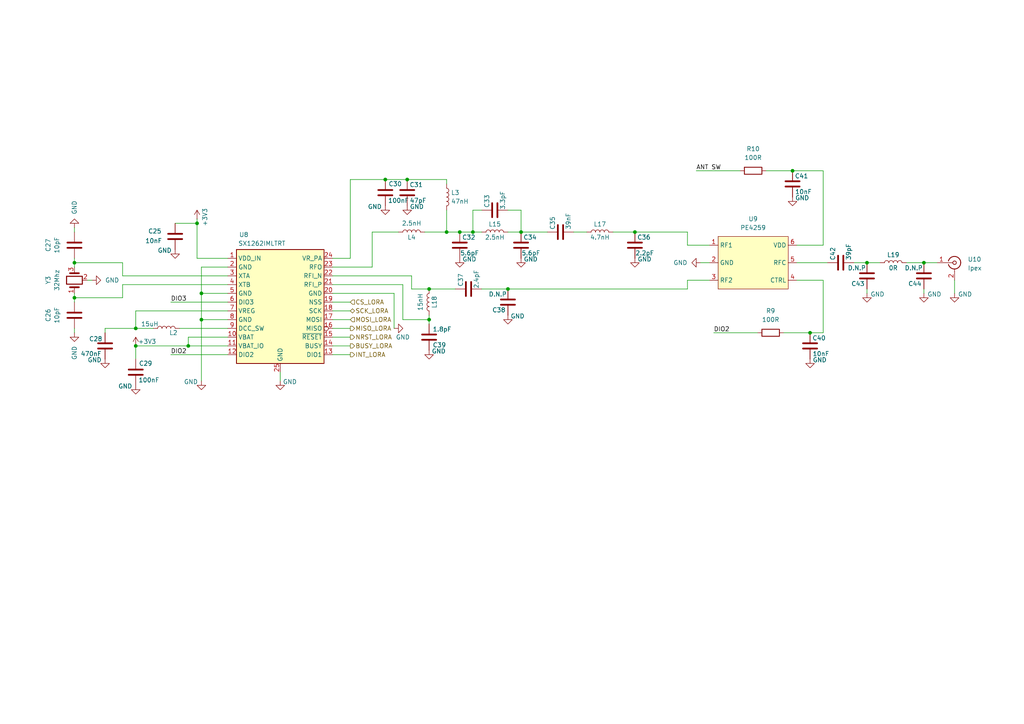
<source format=kicad_sch>
(kicad_sch
	(version 20231120)
	(generator "eeschema")
	(generator_version "8.0")
	(uuid "534e6fb4-32d4-4fab-b264-18dda71fa131")
	(paper "A4")
	(lib_symbols
		(symbol "Device:C"
			(pin_numbers hide)
			(pin_names
				(offset 0.254)
			)
			(exclude_from_sim no)
			(in_bom yes)
			(on_board yes)
			(property "Reference" "C"
				(at 0.635 2.54 0)
				(effects
					(font
						(size 1.27 1.27)
					)
					(justify left)
				)
			)
			(property "Value" "C"
				(at 0.635 -2.54 0)
				(effects
					(font
						(size 1.27 1.27)
					)
					(justify left)
				)
			)
			(property "Footprint" ""
				(at 0.9652 -3.81 0)
				(effects
					(font
						(size 1.27 1.27)
					)
					(hide yes)
				)
			)
			(property "Datasheet" "~"
				(at 0 0 0)
				(effects
					(font
						(size 1.27 1.27)
					)
					(hide yes)
				)
			)
			(property "Description" "Unpolarized capacitor"
				(at 0 0 0)
				(effects
					(font
						(size 1.27 1.27)
					)
					(hide yes)
				)
			)
			(property "ki_keywords" "cap capacitor"
				(at 0 0 0)
				(effects
					(font
						(size 1.27 1.27)
					)
					(hide yes)
				)
			)
			(property "ki_fp_filters" "C_*"
				(at 0 0 0)
				(effects
					(font
						(size 1.27 1.27)
					)
					(hide yes)
				)
			)
			(symbol "C_0_1"
				(polyline
					(pts
						(xy -2.032 -0.762) (xy 2.032 -0.762)
					)
					(stroke
						(width 0.508)
						(type default)
					)
					(fill
						(type none)
					)
				)
				(polyline
					(pts
						(xy -2.032 0.762) (xy 2.032 0.762)
					)
					(stroke
						(width 0.508)
						(type default)
					)
					(fill
						(type none)
					)
				)
			)
			(symbol "C_1_1"
				(pin passive line
					(at 0 3.81 270)
					(length 2.794)
					(name "~"
						(effects
							(font
								(size 1.27 1.27)
							)
						)
					)
					(number "1"
						(effects
							(font
								(size 1.27 1.27)
							)
						)
					)
				)
				(pin passive line
					(at 0 -3.81 90)
					(length 2.794)
					(name "~"
						(effects
							(font
								(size 1.27 1.27)
							)
						)
					)
					(number "2"
						(effects
							(font
								(size 1.27 1.27)
							)
						)
					)
				)
			)
		)
		(symbol "Device:L"
			(pin_numbers hide)
			(pin_names
				(offset 1.016) hide)
			(exclude_from_sim no)
			(in_bom yes)
			(on_board yes)
			(property "Reference" "L"
				(at -1.27 0 90)
				(effects
					(font
						(size 1.27 1.27)
					)
				)
			)
			(property "Value" "L"
				(at 1.905 0 90)
				(effects
					(font
						(size 1.27 1.27)
					)
				)
			)
			(property "Footprint" ""
				(at 0 0 0)
				(effects
					(font
						(size 1.27 1.27)
					)
					(hide yes)
				)
			)
			(property "Datasheet" "~"
				(at 0 0 0)
				(effects
					(font
						(size 1.27 1.27)
					)
					(hide yes)
				)
			)
			(property "Description" "Inductor"
				(at 0 0 0)
				(effects
					(font
						(size 1.27 1.27)
					)
					(hide yes)
				)
			)
			(property "ki_keywords" "inductor choke coil reactor magnetic"
				(at 0 0 0)
				(effects
					(font
						(size 1.27 1.27)
					)
					(hide yes)
				)
			)
			(property "ki_fp_filters" "Choke_* *Coil* Inductor_* L_*"
				(at 0 0 0)
				(effects
					(font
						(size 1.27 1.27)
					)
					(hide yes)
				)
			)
			(symbol "L_0_1"
				(arc
					(start 0 -2.54)
					(mid 0.6323 -1.905)
					(end 0 -1.27)
					(stroke
						(width 0)
						(type default)
					)
					(fill
						(type none)
					)
				)
				(arc
					(start 0 -1.27)
					(mid 0.6323 -0.635)
					(end 0 0)
					(stroke
						(width 0)
						(type default)
					)
					(fill
						(type none)
					)
				)
				(arc
					(start 0 0)
					(mid 0.6323 0.635)
					(end 0 1.27)
					(stroke
						(width 0)
						(type default)
					)
					(fill
						(type none)
					)
				)
				(arc
					(start 0 1.27)
					(mid 0.6323 1.905)
					(end 0 2.54)
					(stroke
						(width 0)
						(type default)
					)
					(fill
						(type none)
					)
				)
			)
			(symbol "L_1_1"
				(pin passive line
					(at 0 3.81 270)
					(length 1.27)
					(name "1"
						(effects
							(font
								(size 1.27 1.27)
							)
						)
					)
					(number "1"
						(effects
							(font
								(size 1.27 1.27)
							)
						)
					)
				)
				(pin passive line
					(at 0 -3.81 90)
					(length 1.27)
					(name "2"
						(effects
							(font
								(size 1.27 1.27)
							)
						)
					)
					(number "2"
						(effects
							(font
								(size 1.27 1.27)
							)
						)
					)
				)
			)
		)
		(symbol "Device:R"
			(pin_numbers hide)
			(pin_names
				(offset 0)
			)
			(exclude_from_sim no)
			(in_bom yes)
			(on_board yes)
			(property "Reference" "R"
				(at 2.032 0 90)
				(effects
					(font
						(size 1.27 1.27)
					)
				)
			)
			(property "Value" "R"
				(at 0 0 90)
				(effects
					(font
						(size 1.27 1.27)
					)
				)
			)
			(property "Footprint" ""
				(at -1.778 0 90)
				(effects
					(font
						(size 1.27 1.27)
					)
					(hide yes)
				)
			)
			(property "Datasheet" "~"
				(at 0 0 0)
				(effects
					(font
						(size 1.27 1.27)
					)
					(hide yes)
				)
			)
			(property "Description" "Resistor"
				(at 0 0 0)
				(effects
					(font
						(size 1.27 1.27)
					)
					(hide yes)
				)
			)
			(property "ki_keywords" "R res resistor"
				(at 0 0 0)
				(effects
					(font
						(size 1.27 1.27)
					)
					(hide yes)
				)
			)
			(property "ki_fp_filters" "R_*"
				(at 0 0 0)
				(effects
					(font
						(size 1.27 1.27)
					)
					(hide yes)
				)
			)
			(symbol "R_0_1"
				(rectangle
					(start -1.016 -2.54)
					(end 1.016 2.54)
					(stroke
						(width 0.254)
						(type default)
					)
					(fill
						(type none)
					)
				)
			)
			(symbol "R_1_1"
				(pin passive line
					(at 0 3.81 270)
					(length 1.27)
					(name "~"
						(effects
							(font
								(size 1.27 1.27)
							)
						)
					)
					(number "1"
						(effects
							(font
								(size 1.27 1.27)
							)
						)
					)
				)
				(pin passive line
					(at 0 -3.81 90)
					(length 1.27)
					(name "~"
						(effects
							(font
								(size 1.27 1.27)
							)
						)
					)
					(number "2"
						(effects
							(font
								(size 1.27 1.27)
							)
						)
					)
				)
			)
		)
		(symbol "DienLIB:Conn_Ipex"
			(exclude_from_sim no)
			(in_bom yes)
			(on_board yes)
			(property "Reference" "U"
				(at 0 3.302 0)
				(effects
					(font
						(size 1.27 1.27)
					)
				)
			)
			(property "Value" "Ipex"
				(at 2.54 -3.048 0)
				(effects
					(font
						(size 1.27 1.27)
					)
				)
			)
			(property "Footprint" "DienLIB:Conn_IPEX_ANT"
				(at 0.254 -5.842 0)
				(effects
					(font
						(size 1.27 1.27)
					)
					(hide yes)
				)
			)
			(property "Datasheet" "https://datasheet.lcsc.com/lcsc/1811091710_HRS-Hirose-U-FL-R-SMT-1-80_C88374.pdf"
				(at 0.508 -7.62 0)
				(effects
					(font
						(size 1.27 1.27)
					)
					(hide yes)
				)
			)
			(property "Description" ""
				(at 0 0 0)
				(effects
					(font
						(size 1.27 1.27)
					)
					(hide yes)
				)
			)
			(symbol "Conn_Ipex_0_1"
				(arc
					(start -1.778 -0.508)
					(mid 0.222 -1.808)
					(end 1.778 0)
					(stroke
						(width 0.254)
						(type default)
					)
					(fill
						(type none)
					)
				)
				(polyline
					(pts
						(xy -2.54 0) (xy -0.508 0)
					)
					(stroke
						(width 0)
						(type default)
					)
					(fill
						(type none)
					)
				)
				(polyline
					(pts
						(xy 0 -2.54) (xy 0 -1.778)
					)
					(stroke
						(width 0)
						(type default)
					)
					(fill
						(type none)
					)
				)
				(circle
					(center 0 0)
					(radius 0.508)
					(stroke
						(width 0.2032)
						(type default)
					)
					(fill
						(type none)
					)
				)
				(arc
					(start 1.778 0)
					(mid 0.222 1.8083)
					(end -1.778 0.508)
					(stroke
						(width 0.254)
						(type default)
					)
					(fill
						(type none)
					)
				)
			)
			(symbol "Conn_Ipex_1_1"
				(pin passive line
					(at -5.08 0 0)
					(length 2.54)
					(name ""
						(effects
							(font
								(size 1.27 1.27)
							)
						)
					)
					(number "1"
						(effects
							(font
								(size 1.27 1.27)
							)
						)
					)
				)
				(pin passive line
					(at 0 -5.08 90)
					(length 2.54)
					(name ""
						(effects
							(font
								(size 1.27 1.27)
							)
						)
					)
					(number "2"
						(effects
							(font
								(size 1.27 1.27)
							)
						)
					)
				)
				(pin input line
					(at 0 -5.08 90)
					(length 2.54) hide
					(name ""
						(effects
							(font
								(size 1.27 1.27)
							)
						)
					)
					(number "3"
						(effects
							(font
								(size 1.27 1.27)
							)
						)
					)
				)
			)
		)
		(symbol "DienLIB:Crystal_4pin"
			(pin_names
				(offset 1.016) hide)
			(exclude_from_sim no)
			(in_bom yes)
			(on_board yes)
			(property "Reference" "Y"
				(at 3.175 5.08 0)
				(effects
					(font
						(size 1.27 1.27)
					)
					(justify left)
				)
			)
			(property "Value" "Crystal_4pin"
				(at 3.175 3.175 0)
				(effects
					(font
						(size 1.27 1.27)
					)
					(justify left)
				)
			)
			(property "Footprint" ""
				(at 0 0 0)
				(effects
					(font
						(size 1.27 1.27)
					)
					(hide yes)
				)
			)
			(property "Datasheet" "~"
				(at 0 0 0)
				(effects
					(font
						(size 1.27 1.27)
					)
					(hide yes)
				)
			)
			(property "Description" "Four pin crystal, GND on pins 2 and 4"
				(at 0 0 0)
				(effects
					(font
						(size 1.27 1.27)
					)
					(hide yes)
				)
			)
			(property "ki_keywords" "quartz ceramic resonator oscillator"
				(at 0 0 0)
				(effects
					(font
						(size 1.27 1.27)
					)
					(hide yes)
				)
			)
			(property "ki_fp_filters" "Crystal*"
				(at 0 0 0)
				(effects
					(font
						(size 1.27 1.27)
					)
					(hide yes)
				)
			)
			(symbol "Crystal_4pin_0_1"
				(rectangle
					(start -1.143 2.286)
					(end 1.143 -2.286)
					(stroke
						(width 0.3048)
						(type default)
					)
					(fill
						(type none)
					)
				)
				(polyline
					(pts
						(xy -2.54 0) (xy -2.032 0)
					)
					(stroke
						(width 0)
						(type default)
					)
					(fill
						(type none)
					)
				)
				(polyline
					(pts
						(xy -2.032 -1.27) (xy -2.032 1.27)
					)
					(stroke
						(width 0.508)
						(type default)
					)
					(fill
						(type none)
					)
				)
				(polyline
					(pts
						(xy 0 -2.54) (xy 0 -2.286)
					)
					(stroke
						(width 0)
						(type default)
					)
					(fill
						(type none)
					)
				)
				(polyline
					(pts
						(xy 2.032 -1.27) (xy 2.032 1.27)
					)
					(stroke
						(width 0.508)
						(type default)
					)
					(fill
						(type none)
					)
				)
				(polyline
					(pts
						(xy 2.032 0) (xy 2.54 0)
					)
					(stroke
						(width 0)
						(type default)
					)
					(fill
						(type none)
					)
				)
			)
			(symbol "Crystal_4pin_1_1"
				(pin passive line
					(at -3.81 0 0)
					(length 1.27)
					(name "1"
						(effects
							(font
								(size 1.27 1.27)
							)
						)
					)
					(number "1"
						(effects
							(font
								(size 1.27 1.27)
							)
						)
					)
				)
				(pin passive line
					(at 0 -3.81 90)
					(length 1.27)
					(name "2"
						(effects
							(font
								(size 1.27 1.27)
							)
						)
					)
					(number "2"
						(effects
							(font
								(size 1.27 1.27)
							)
						)
					)
				)
				(pin passive line
					(at 3.81 0 180)
					(length 1.27)
					(name "3"
						(effects
							(font
								(size 1.27 1.27)
							)
						)
					)
					(number "3"
						(effects
							(font
								(size 1.27 1.27)
							)
						)
					)
				)
				(pin passive line
					(at 0 -3.81 90)
					(length 1.27) hide
					(name "4"
						(effects
							(font
								(size 1.27 1.27)
							)
						)
					)
					(number "4"
						(effects
							(font
								(size 1.27 1.27)
							)
						)
					)
				)
			)
		)
		(symbol "DienLIB:PE4259"
			(exclude_from_sim no)
			(in_bom yes)
			(on_board yes)
			(property "Reference" "U"
				(at 0 0 0)
				(effects
					(font
						(size 1.27 1.27)
					)
				)
			)
			(property "Value" "PE4259"
				(at 0 0 0)
				(effects
					(font
						(size 1.27 1.27)
					)
				)
			)
			(property "Footprint" "Package_TO_SOT_SMD:SOT-363_SC-70-6"
				(at 0 0 0)
				(effects
					(font
						(size 1.27 1.27)
					)
					(hide yes)
				)
			)
			(property "Datasheet" "https://www.psemi.com/pdf/datasheets/pe4259ds.pdf"
				(at 0 0 0)
				(effects
					(font
						(size 1.27 1.27)
					)
					(hide yes)
				)
			)
			(property "Description" ""
				(at 0 0 0)
				(effects
					(font
						(size 1.27 1.27)
					)
					(hide yes)
				)
			)
			(symbol "PE4259_1_1"
				(rectangle
					(start -10.16 7.62)
					(end 10.16 -7.62)
					(stroke
						(width 0)
						(type default)
					)
					(fill
						(type background)
					)
				)
				(pin input line
					(at -12.7 5.08 0)
					(length 2.54)
					(name "RF1"
						(effects
							(font
								(size 1.27 1.27)
							)
						)
					)
					(number "1"
						(effects
							(font
								(size 1.27 1.27)
							)
						)
					)
				)
				(pin input line
					(at -12.7 0 0)
					(length 2.54)
					(name "GND"
						(effects
							(font
								(size 1.27 1.27)
							)
						)
					)
					(number "2"
						(effects
							(font
								(size 1.27 1.27)
							)
						)
					)
				)
				(pin input line
					(at -12.7 -5.08 0)
					(length 2.54)
					(name "RF2"
						(effects
							(font
								(size 1.27 1.27)
							)
						)
					)
					(number "3"
						(effects
							(font
								(size 1.27 1.27)
							)
						)
					)
				)
				(pin input line
					(at 12.7 -5.08 180)
					(length 2.54)
					(name "CTRL"
						(effects
							(font
								(size 1.27 1.27)
							)
						)
					)
					(number "4"
						(effects
							(font
								(size 1.27 1.27)
							)
						)
					)
				)
				(pin input line
					(at 12.7 0 180)
					(length 2.54)
					(name "RFC"
						(effects
							(font
								(size 1.27 1.27)
							)
						)
					)
					(number "5"
						(effects
							(font
								(size 1.27 1.27)
							)
						)
					)
				)
				(pin input line
					(at 12.7 5.08 180)
					(length 2.54)
					(name "VDD"
						(effects
							(font
								(size 1.27 1.27)
							)
						)
					)
					(number "6"
						(effects
							(font
								(size 1.27 1.27)
							)
						)
					)
				)
			)
		)
		(symbol "RF:SX1262IMLTRT"
			(exclude_from_sim no)
			(in_bom yes)
			(on_board yes)
			(property "Reference" "U8"
				(at -29.5559 -30.48 0)
				(effects
					(font
						(size 1.27 1.27)
					)
					(justify left)
				)
			)
			(property "Value" "SX1262IMLTRT"
				(at 2.1941 -30.48 0)
				(effects
					(font
						(size 1.27 1.27)
					)
					(justify left)
				)
			)
			(property "Footprint" "Package_DFN_QFN:QFN-24-1EP_4x4mm_P0.5mm_EP2.6x2.6mm"
				(at 1.27 -31.75 0)
				(effects
					(font
						(size 1.27 1.27)
					)
					(hide yes)
				)
			)
			(property "Datasheet" "https://semtech.file.force.com/sfc/dist/version/download/?oid=00DE0000000JelG&ids=0682R00000IjPWSQA3&d=%2Fa%2F2R000000Un7F%2FyT.fKdAr9ZAo3cJLc4F2cBdUsMftpT2vsOICP7NmvMo"
				(at 1.27 -29.21 0)
				(effects
					(font
						(size 1.27 1.27)
					)
					(hide yes)
				)
			)
			(property "Description" "150 MHz to 960 MHz Low Power Long Range Transceiver, 22dBm output power, spreading factor from 5 to 12, LoRA, QFN-24"
				(at 0 0 0)
				(effects
					(font
						(size 1.27 1.27)
					)
					(hide yes)
				)
			)
			(property "ki_keywords" "low-power lora transceiver"
				(at 0 0 0)
				(effects
					(font
						(size 1.27 1.27)
					)
					(hide yes)
				)
			)
			(property "ki_fp_filters" "QFN*1EP*4x4mm*P0.5mm*"
				(at 0 0 0)
				(effects
					(font
						(size 1.27 1.27)
					)
					(hide yes)
				)
			)
			(symbol "SX1262IMLTRT_0_1"
				(rectangle
					(start -12.7 17.78)
					(end 12.7 -15.24)
					(stroke
						(width 0.254)
						(type default)
					)
					(fill
						(type background)
					)
				)
			)
			(symbol "SX1262IMLTRT_1_1"
				(pin power_in line
					(at -15.24 15.24 0)
					(length 2.54)
					(name "VDD_IN"
						(effects
							(font
								(size 1.27 1.27)
							)
						)
					)
					(number "1"
						(effects
							(font
								(size 1.27 1.27)
							)
						)
					)
				)
				(pin power_in line
					(at -15.24 -7.62 0)
					(length 2.54)
					(name "VBAT"
						(effects
							(font
								(size 1.27 1.27)
							)
						)
					)
					(number "10"
						(effects
							(font
								(size 1.27 1.27)
							)
						)
					)
				)
				(pin power_in line
					(at -15.24 -10.16 0)
					(length 2.54)
					(name "VBAT_IO"
						(effects
							(font
								(size 1.27 1.27)
							)
						)
					)
					(number "11"
						(effects
							(font
								(size 1.27 1.27)
							)
						)
					)
				)
				(pin bidirectional line
					(at -15.24 -12.7 0)
					(length 2.54)
					(name "DIO2"
						(effects
							(font
								(size 1.27 1.27)
							)
						)
					)
					(number "12"
						(effects
							(font
								(size 1.27 1.27)
							)
						)
					)
				)
				(pin bidirectional line
					(at 15.24 -12.7 180)
					(length 2.54)
					(name "DIO1"
						(effects
							(font
								(size 1.27 1.27)
							)
						)
					)
					(number "13"
						(effects
							(font
								(size 1.27 1.27)
							)
						)
					)
				)
				(pin output line
					(at 15.24 -10.16 180)
					(length 2.54)
					(name "BUSY"
						(effects
							(font
								(size 1.27 1.27)
							)
						)
					)
					(number "14"
						(effects
							(font
								(size 1.27 1.27)
							)
						)
					)
				)
				(pin input line
					(at 15.24 -7.62 180)
					(length 2.54)
					(name "~{RESET}"
						(effects
							(font
								(size 1.27 1.27)
							)
						)
					)
					(number "15"
						(effects
							(font
								(size 1.27 1.27)
							)
						)
					)
				)
				(pin tri_state inverted
					(at 15.24 -5.08 180)
					(length 2.54)
					(name "MISO"
						(effects
							(font
								(size 1.27 1.27)
							)
						)
					)
					(number "16"
						(effects
							(font
								(size 1.27 1.27)
							)
						)
					)
				)
				(pin input line
					(at 15.24 -2.54 180)
					(length 2.54)
					(name "MOSI"
						(effects
							(font
								(size 1.27 1.27)
							)
						)
					)
					(number "17"
						(effects
							(font
								(size 1.27 1.27)
							)
						)
					)
				)
				(pin input line
					(at 15.24 0 180)
					(length 2.54)
					(name "SCK"
						(effects
							(font
								(size 1.27 1.27)
							)
						)
					)
					(number "18"
						(effects
							(font
								(size 1.27 1.27)
							)
						)
					)
				)
				(pin input line
					(at 15.24 2.54 180)
					(length 2.54)
					(name "NSS"
						(effects
							(font
								(size 1.27 1.27)
							)
						)
					)
					(number "19"
						(effects
							(font
								(size 1.27 1.27)
							)
						)
					)
				)
				(pin power_in line
					(at -15.24 12.7 0)
					(length 2.54)
					(name "GND"
						(effects
							(font
								(size 1.27 1.27)
							)
						)
					)
					(number "2"
						(effects
							(font
								(size 1.27 1.27)
							)
						)
					)
				)
				(pin passive line
					(at 15.24 5.08 180)
					(length 2.54)
					(name "GND"
						(effects
							(font
								(size 1.27 1.27)
							)
						)
					)
					(number "20"
						(effects
							(font
								(size 1.27 1.27)
							)
						)
					)
				)
				(pin input line
					(at 15.24 7.62 180)
					(length 2.54)
					(name "RFI_P"
						(effects
							(font
								(size 1.27 1.27)
							)
						)
					)
					(number "21"
						(effects
							(font
								(size 1.27 1.27)
							)
						)
					)
				)
				(pin input line
					(at 15.24 10.16 180)
					(length 2.54)
					(name "RFI_N"
						(effects
							(font
								(size 1.27 1.27)
							)
						)
					)
					(number "22"
						(effects
							(font
								(size 1.27 1.27)
							)
						)
					)
				)
				(pin output line
					(at 15.24 12.7 180)
					(length 2.54)
					(name "RFO"
						(effects
							(font
								(size 1.27 1.27)
							)
						)
					)
					(number "23"
						(effects
							(font
								(size 1.27 1.27)
							)
						)
					)
				)
				(pin power_out line
					(at 15.24 15.24 180)
					(length 2.54)
					(name "VR_PA"
						(effects
							(font
								(size 1.27 1.27)
							)
						)
					)
					(number "24"
						(effects
							(font
								(size 1.27 1.27)
							)
						)
					)
				)
				(pin passive line
					(at 0 -17.78 90)
					(length 2.54)
					(name "GND"
						(effects
							(font
								(size 1.27 1.27)
							)
						)
					)
					(number "25"
						(effects
							(font
								(size 1.27 1.27)
							)
						)
					)
				)
				(pin bidirectional line
					(at -15.24 10.16 0)
					(length 2.54)
					(name "XTA"
						(effects
							(font
								(size 1.27 1.27)
							)
						)
					)
					(number "3"
						(effects
							(font
								(size 1.27 1.27)
							)
						)
					)
				)
				(pin bidirectional line
					(at -15.24 7.62 0)
					(length 2.54)
					(name "XTB"
						(effects
							(font
								(size 1.27 1.27)
							)
						)
					)
					(number "4"
						(effects
							(font
								(size 1.27 1.27)
							)
						)
					)
				)
				(pin passive line
					(at -15.24 5.08 0)
					(length 2.54)
					(name "GND"
						(effects
							(font
								(size 1.27 1.27)
							)
						)
					)
					(number "5"
						(effects
							(font
								(size 1.27 1.27)
							)
						)
					)
				)
				(pin bidirectional line
					(at -15.24 2.54 0)
					(length 2.54)
					(name "DIO3"
						(effects
							(font
								(size 1.27 1.27)
							)
						)
					)
					(number "6"
						(effects
							(font
								(size 1.27 1.27)
							)
						)
					)
				)
				(pin power_out line
					(at -15.24 0 0)
					(length 2.54)
					(name "VREG"
						(effects
							(font
								(size 1.27 1.27)
							)
						)
					)
					(number "7"
						(effects
							(font
								(size 1.27 1.27)
							)
						)
					)
				)
				(pin passive line
					(at -15.24 -2.54 0)
					(length 2.54)
					(name "GND"
						(effects
							(font
								(size 1.27 1.27)
							)
						)
					)
					(number "8"
						(effects
							(font
								(size 1.27 1.27)
							)
						)
					)
				)
				(pin power_out line
					(at -15.24 -5.08 0)
					(length 2.54)
					(name "DCC_SW"
						(effects
							(font
								(size 1.27 1.27)
							)
						)
					)
					(number "9"
						(effects
							(font
								(size 1.27 1.27)
							)
						)
					)
				)
			)
		)
		(symbol "power:+3V3"
			(power)
			(pin_numbers hide)
			(pin_names
				(offset 0) hide)
			(exclude_from_sim no)
			(in_bom yes)
			(on_board yes)
			(property "Reference" "#PWR"
				(at 0 -3.81 0)
				(effects
					(font
						(size 1.27 1.27)
					)
					(hide yes)
				)
			)
			(property "Value" "+3V3"
				(at 0 3.556 0)
				(effects
					(font
						(size 1.27 1.27)
					)
				)
			)
			(property "Footprint" ""
				(at 0 0 0)
				(effects
					(font
						(size 1.27 1.27)
					)
					(hide yes)
				)
			)
			(property "Datasheet" ""
				(at 0 0 0)
				(effects
					(font
						(size 1.27 1.27)
					)
					(hide yes)
				)
			)
			(property "Description" "Power symbol creates a global label with name \"+3V3\""
				(at 0 0 0)
				(effects
					(font
						(size 1.27 1.27)
					)
					(hide yes)
				)
			)
			(property "ki_keywords" "global power"
				(at 0 0 0)
				(effects
					(font
						(size 1.27 1.27)
					)
					(hide yes)
				)
			)
			(symbol "+3V3_0_1"
				(polyline
					(pts
						(xy -0.762 1.27) (xy 0 2.54)
					)
					(stroke
						(width 0)
						(type default)
					)
					(fill
						(type none)
					)
				)
				(polyline
					(pts
						(xy 0 0) (xy 0 2.54)
					)
					(stroke
						(width 0)
						(type default)
					)
					(fill
						(type none)
					)
				)
				(polyline
					(pts
						(xy 0 2.54) (xy 0.762 1.27)
					)
					(stroke
						(width 0)
						(type default)
					)
					(fill
						(type none)
					)
				)
			)
			(symbol "+3V3_1_1"
				(pin power_in line
					(at 0 0 90)
					(length 0)
					(name "~"
						(effects
							(font
								(size 1.27 1.27)
							)
						)
					)
					(number "1"
						(effects
							(font
								(size 1.27 1.27)
							)
						)
					)
				)
			)
		)
		(symbol "power:GND"
			(power)
			(pin_names
				(offset 0)
			)
			(exclude_from_sim no)
			(in_bom yes)
			(on_board yes)
			(property "Reference" "#PWR"
				(at 0 -6.35 0)
				(effects
					(font
						(size 1.27 1.27)
					)
					(hide yes)
				)
			)
			(property "Value" "GND"
				(at 0 -3.81 0)
				(effects
					(font
						(size 1.27 1.27)
					)
				)
			)
			(property "Footprint" ""
				(at 0 0 0)
				(effects
					(font
						(size 1.27 1.27)
					)
					(hide yes)
				)
			)
			(property "Datasheet" ""
				(at 0 0 0)
				(effects
					(font
						(size 1.27 1.27)
					)
					(hide yes)
				)
			)
			(property "Description" "Power symbol creates a global label with name \"GND\" , ground"
				(at 0 0 0)
				(effects
					(font
						(size 1.27 1.27)
					)
					(hide yes)
				)
			)
			(property "ki_keywords" "global power"
				(at 0 0 0)
				(effects
					(font
						(size 1.27 1.27)
					)
					(hide yes)
				)
			)
			(symbol "GND_0_1"
				(polyline
					(pts
						(xy 0 0) (xy 0 -1.27) (xy 1.27 -1.27) (xy 0 -2.54) (xy -1.27 -1.27) (xy 0 -1.27)
					)
					(stroke
						(width 0)
						(type default)
					)
					(fill
						(type none)
					)
				)
			)
			(symbol "GND_1_1"
				(pin power_in line
					(at 0 0 270)
					(length 0) hide
					(name "GND"
						(effects
							(font
								(size 1.27 1.27)
							)
						)
					)
					(number "1"
						(effects
							(font
								(size 1.27 1.27)
							)
						)
					)
				)
			)
		)
	)
	(junction
		(at 234.95 96.52)
		(diameter 0)
		(color 0 0 0 0)
		(uuid "01d902f1-0e8f-4cec-b142-6a35417ddd81")
	)
	(junction
		(at 251.46 76.2)
		(diameter 0)
		(color 0 0 0 0)
		(uuid "0282ddf9-7f58-43e2-b2ff-8f5d94614e57")
	)
	(junction
		(at 229.87 49.53)
		(diameter 0)
		(color 0 0 0 0)
		(uuid "05db57e4-158f-4ad5-b5b8-433cb79e92c4")
	)
	(junction
		(at 137.16 67.31)
		(diameter 0)
		(color 0 0 0 0)
		(uuid "062733a1-53d6-463f-8ad3-0c45da3074ba")
	)
	(junction
		(at 57.15 64.77)
		(diameter 0)
		(color 0 0 0 0)
		(uuid "0d041b1f-c508-42ec-b128-02224f3eefdf")
	)
	(junction
		(at 111.76 52.07)
		(diameter 0)
		(color 0 0 0 0)
		(uuid "13873a62-b00b-4928-896e-9e4c16f17083")
	)
	(junction
		(at 133.35 67.31)
		(diameter 0)
		(color 0 0 0 0)
		(uuid "24694d46-5936-4563-9b0c-870c9247d370")
	)
	(junction
		(at 58.42 92.71)
		(diameter 0)
		(color 0 0 0 0)
		(uuid "24ce7d23-04db-4c5a-abd3-ffa55f20df4a")
	)
	(junction
		(at 151.13 67.31)
		(diameter 0)
		(color 0 0 0 0)
		(uuid "304347fe-3fdf-47f1-8d64-63b61c3b2c45")
	)
	(junction
		(at 147.32 83.82)
		(diameter 0)
		(color 0 0 0 0)
		(uuid "3301e49c-29ca-474c-8b1a-2a5b675b23d2")
	)
	(junction
		(at 267.97 76.2)
		(diameter 0)
		(color 0 0 0 0)
		(uuid "3d2b7965-3cc1-4314-b984-58e5a2ec4033")
	)
	(junction
		(at 129.54 67.31)
		(diameter 0)
		(color 0 0 0 0)
		(uuid "66b20522-bb25-4b6d-a095-5f2ffa5e3f3d")
	)
	(junction
		(at 124.46 92.71)
		(diameter 0)
		(color 0 0 0 0)
		(uuid "684da2a8-ef26-442e-850f-ffa93d242839")
	)
	(junction
		(at 39.37 100.33)
		(diameter 0)
		(color 0 0 0 0)
		(uuid "6d3384f8-244e-4e35-8a92-1e3dee115239")
	)
	(junction
		(at 21.59 76.2)
		(diameter 0)
		(color 0 0 0 0)
		(uuid "72cbf2db-3b01-420d-beea-66880dc1723d")
	)
	(junction
		(at 58.42 85.09)
		(diameter 0)
		(color 0 0 0 0)
		(uuid "7da6d22a-43e6-4e21-b030-9a4d40ea5948")
	)
	(junction
		(at 21.59 86.36)
		(diameter 0)
		(color 0 0 0 0)
		(uuid "8336773a-cf8f-4d3b-a24d-0c302c4ffdba")
	)
	(junction
		(at 124.46 83.82)
		(diameter 0)
		(color 0 0 0 0)
		(uuid "b011d57c-e9f3-4316-a61d-ce12de3d6801")
	)
	(junction
		(at 184.15 67.31)
		(diameter 0)
		(color 0 0 0 0)
		(uuid "c881a061-f39d-4ad6-b10c-cb1a3d14a8c6")
	)
	(junction
		(at 118.11 52.07)
		(diameter 0)
		(color 0 0 0 0)
		(uuid "d0a1b81c-513a-49f8-b556-2a7495d55684")
	)
	(junction
		(at 39.37 95.25)
		(diameter 0)
		(color 0 0 0 0)
		(uuid "dc40a8e9-207d-4229-ab4d-fb340e75fe6b")
	)
	(junction
		(at 54.61 100.33)
		(diameter 0)
		(color 0 0 0 0)
		(uuid "e024e4a6-4d27-45cb-b57b-d6ada339a49d")
	)
	(wire
		(pts
			(xy 107.95 67.31) (xy 115.57 67.31)
		)
		(stroke
			(width 0)
			(type default)
		)
		(uuid "022e39de-d718-41bf-a5f7-7d76e0a19261")
	)
	(wire
		(pts
			(xy 276.86 81.28) (xy 276.86 85.09)
		)
		(stroke
			(width 0)
			(type default)
		)
		(uuid "071e7a7d-ff29-42a1-bf3d-bb13c4718ec4")
	)
	(wire
		(pts
			(xy 26.67 81.28) (xy 25.4 81.28)
		)
		(stroke
			(width 0)
			(type default)
		)
		(uuid "0b64ee55-4b67-4c29-b6c6-8288e3e864a6")
	)
	(wire
		(pts
			(xy 124.46 83.82) (xy 132.08 83.82)
		)
		(stroke
			(width 0)
			(type default)
		)
		(uuid "0c239c02-9170-4f4d-b4ac-3f946041bca2")
	)
	(wire
		(pts
			(xy 129.54 60.96) (xy 129.54 67.31)
		)
		(stroke
			(width 0)
			(type default)
		)
		(uuid "0d6cf5e2-eba6-4e5d-8a0b-f67961b27bd8")
	)
	(wire
		(pts
			(xy 49.53 102.87) (xy 66.04 102.87)
		)
		(stroke
			(width 0)
			(type default)
		)
		(uuid "15194665-95cf-44d2-b7da-e7e0ab105d51")
	)
	(wire
		(pts
			(xy 166.37 67.31) (xy 170.18 67.31)
		)
		(stroke
			(width 0)
			(type default)
		)
		(uuid "1b2da4f4-1190-44cc-b054-8d27fd13dd37")
	)
	(wire
		(pts
			(xy 58.42 77.47) (xy 58.42 85.09)
		)
		(stroke
			(width 0)
			(type default)
		)
		(uuid "23bbc357-cd4c-46a0-9749-c8a17c9795f4")
	)
	(wire
		(pts
			(xy 66.04 82.55) (xy 35.56 82.55)
		)
		(stroke
			(width 0)
			(type default)
		)
		(uuid "264b131e-658a-4538-8607-055a5d4a74be")
	)
	(wire
		(pts
			(xy 129.54 67.31) (xy 133.35 67.31)
		)
		(stroke
			(width 0)
			(type default)
		)
		(uuid "2763d987-2a1a-48b3-aa60-803e6856320b")
	)
	(wire
		(pts
			(xy 177.8 67.31) (xy 184.15 67.31)
		)
		(stroke
			(width 0)
			(type default)
		)
		(uuid "2d0697fe-1227-4725-a12d-ec55cc393969")
	)
	(wire
		(pts
			(xy 111.76 52.07) (xy 118.11 52.07)
		)
		(stroke
			(width 0)
			(type default)
		)
		(uuid "2f074c5f-959a-4a9c-a6c5-0a2c1beaed7a")
	)
	(wire
		(pts
			(xy 137.16 67.31) (xy 133.35 67.31)
		)
		(stroke
			(width 0)
			(type default)
		)
		(uuid "318b0acd-0b68-4609-b78a-f79d5c4db5e9")
	)
	(wire
		(pts
			(xy 81.28 110.49) (xy 81.28 107.95)
		)
		(stroke
			(width 0)
			(type default)
		)
		(uuid "3d429b14-5642-43cc-9ceb-29580e996996")
	)
	(wire
		(pts
			(xy 101.6 97.79) (xy 96.52 97.79)
		)
		(stroke
			(width 0)
			(type default)
		)
		(uuid "3d8cb5a2-7d68-4e98-a05c-a930cca422be")
	)
	(wire
		(pts
			(xy 58.42 92.71) (xy 66.04 92.71)
		)
		(stroke
			(width 0)
			(type default)
		)
		(uuid "3e9275b3-800c-4267-8f9d-1a8774559edb")
	)
	(wire
		(pts
			(xy 262.89 76.2) (xy 267.97 76.2)
		)
		(stroke
			(width 0)
			(type default)
		)
		(uuid "40285fc3-3d18-4036-b19a-b1bc755249d1")
	)
	(wire
		(pts
			(xy 124.46 92.71) (xy 124.46 93.98)
		)
		(stroke
			(width 0)
			(type default)
		)
		(uuid "4392d490-86d3-4813-87e7-da27a8c4dae7")
	)
	(wire
		(pts
			(xy 137.16 60.96) (xy 137.16 67.31)
		)
		(stroke
			(width 0)
			(type default)
		)
		(uuid "44f4ea27-8fe3-4fce-a717-eb9a4fcf3d3a")
	)
	(wire
		(pts
			(xy 39.37 100.33) (xy 54.61 100.33)
		)
		(stroke
			(width 0)
			(type default)
		)
		(uuid "45eedb39-d8a8-4715-a7f2-ea730420e2bf")
	)
	(wire
		(pts
			(xy 35.56 80.01) (xy 35.56 76.2)
		)
		(stroke
			(width 0)
			(type default)
		)
		(uuid "46dbddcd-33ea-47d2-9d08-7609ef43d6b1")
	)
	(wire
		(pts
			(xy 207.01 96.52) (xy 219.71 96.52)
		)
		(stroke
			(width 0)
			(type default)
		)
		(uuid "48adb38b-eae2-4fbf-962d-9eb0dbe117e2")
	)
	(wire
		(pts
			(xy 101.6 74.93) (xy 96.52 74.93)
		)
		(stroke
			(width 0)
			(type default)
		)
		(uuid "48cb6b79-fa3c-44c7-99a8-5ea0f76376a6")
	)
	(wire
		(pts
			(xy 101.6 95.25) (xy 96.52 95.25)
		)
		(stroke
			(width 0)
			(type default)
		)
		(uuid "494bd87c-defd-4ef6-a413-2065122d3aac")
	)
	(wire
		(pts
			(xy 199.39 81.28) (xy 205.74 81.28)
		)
		(stroke
			(width 0)
			(type default)
		)
		(uuid "49c06a88-8d9d-4a7e-96e0-5f601186a97a")
	)
	(wire
		(pts
			(xy 39.37 100.33) (xy 39.37 104.14)
		)
		(stroke
			(width 0)
			(type default)
		)
		(uuid "4e1b1e7c-df87-44a7-82e5-7ecf493218a9")
	)
	(wire
		(pts
			(xy 66.04 97.79) (xy 54.61 97.79)
		)
		(stroke
			(width 0)
			(type default)
		)
		(uuid "509244fb-5fae-400c-a2f5-978c13cd4d33")
	)
	(wire
		(pts
			(xy 205.74 71.12) (xy 199.39 71.12)
		)
		(stroke
			(width 0)
			(type default)
		)
		(uuid "52504347-a22b-4edc-8b74-01fbf883a6a7")
	)
	(wire
		(pts
			(xy 231.14 81.28) (xy 238.76 81.28)
		)
		(stroke
			(width 0)
			(type default)
		)
		(uuid "5a08563d-3ae5-4478-8dd7-5e77972c981f")
	)
	(wire
		(pts
			(xy 116.84 82.55) (xy 116.84 92.71)
		)
		(stroke
			(width 0)
			(type default)
		)
		(uuid "5b5528e9-93d3-4132-aef9-58474c8de236")
	)
	(wire
		(pts
			(xy 66.04 80.01) (xy 35.56 80.01)
		)
		(stroke
			(width 0)
			(type default)
		)
		(uuid "5bc9079a-762e-4b76-ae4a-852abfbf4fe3")
	)
	(wire
		(pts
			(xy 30.48 96.52) (xy 30.48 95.25)
		)
		(stroke
			(width 0)
			(type default)
		)
		(uuid "5ddd1f71-726a-48f6-80c0-1cc1bd820109")
	)
	(wire
		(pts
			(xy 101.6 52.07) (xy 111.76 52.07)
		)
		(stroke
			(width 0)
			(type default)
		)
		(uuid "60d4dec2-1d80-4358-a87a-ffe8cc857d1a")
	)
	(wire
		(pts
			(xy 229.87 49.53) (xy 238.76 49.53)
		)
		(stroke
			(width 0)
			(type default)
		)
		(uuid "64fd734a-f33e-47dd-985d-b904499912bc")
	)
	(wire
		(pts
			(xy 238.76 71.12) (xy 238.76 49.53)
		)
		(stroke
			(width 0)
			(type default)
		)
		(uuid "6586ab1b-15a3-48d3-b74c-02000865fd91")
	)
	(wire
		(pts
			(xy 107.95 77.47) (xy 107.95 67.31)
		)
		(stroke
			(width 0)
			(type default)
		)
		(uuid "664e2bc8-dfaf-436e-8c52-5be25aac269a")
	)
	(wire
		(pts
			(xy 147.32 60.96) (xy 151.13 60.96)
		)
		(stroke
			(width 0)
			(type default)
		)
		(uuid "676b8be1-45cf-4be0-80ee-6c256ae5edac")
	)
	(wire
		(pts
			(xy 201.93 49.53) (xy 214.63 49.53)
		)
		(stroke
			(width 0)
			(type default)
		)
		(uuid "6c4c205c-ab29-4752-8f3e-c2bba0db2060")
	)
	(wire
		(pts
			(xy 49.53 87.63) (xy 66.04 87.63)
		)
		(stroke
			(width 0)
			(type default)
		)
		(uuid "6d24a31d-61ee-43f2-a019-48110df1d3fe")
	)
	(wire
		(pts
			(xy 267.97 85.09) (xy 267.97 83.82)
		)
		(stroke
			(width 0)
			(type default)
		)
		(uuid "6e1bf853-73da-4460-b633-2d2bdaf34913")
	)
	(wire
		(pts
			(xy 96.52 80.01) (xy 119.38 80.01)
		)
		(stroke
			(width 0)
			(type default)
		)
		(uuid "6f7db561-93f2-4729-8093-8eab033629c0")
	)
	(wire
		(pts
			(xy 238.76 81.28) (xy 238.76 96.52)
		)
		(stroke
			(width 0)
			(type default)
		)
		(uuid "77fecf5f-b4de-4fc6-8893-951553dbb804")
	)
	(wire
		(pts
			(xy 199.39 81.28) (xy 199.39 83.82)
		)
		(stroke
			(width 0)
			(type default)
		)
		(uuid "7c6c3550-8fcf-48b5-8a08-60aa4140520a")
	)
	(wire
		(pts
			(xy 251.46 76.2) (xy 255.27 76.2)
		)
		(stroke
			(width 0)
			(type default)
		)
		(uuid "7de533cb-27a1-4f8d-b8ba-be429083790c")
	)
	(wire
		(pts
			(xy 58.42 85.09) (xy 58.42 92.71)
		)
		(stroke
			(width 0)
			(type default)
		)
		(uuid "84241e2f-e2f3-4f2e-a154-132468786ab9")
	)
	(wire
		(pts
			(xy 124.46 92.71) (xy 124.46 91.44)
		)
		(stroke
			(width 0)
			(type default)
		)
		(uuid "8507e969-0cb3-43b3-9c58-4ef7133563d3")
	)
	(wire
		(pts
			(xy 96.52 82.55) (xy 116.84 82.55)
		)
		(stroke
			(width 0)
			(type default)
		)
		(uuid "85a9770a-4cdc-4e8d-ba10-cfad9cbb2a59")
	)
	(wire
		(pts
			(xy 66.04 77.47) (xy 58.42 77.47)
		)
		(stroke
			(width 0)
			(type default)
		)
		(uuid "8750537e-adf3-4e3e-a11b-f164abd7fc49")
	)
	(wire
		(pts
			(xy 147.32 83.82) (xy 199.39 83.82)
		)
		(stroke
			(width 0)
			(type default)
		)
		(uuid "89297d59-fea7-4022-bf96-0fb2425fcb2d")
	)
	(wire
		(pts
			(xy 57.15 64.77) (xy 57.15 74.93)
		)
		(stroke
			(width 0)
			(type default)
		)
		(uuid "8b55a735-f519-4280-9aaf-21df171242b3")
	)
	(wire
		(pts
			(xy 21.59 96.52) (xy 21.59 95.25)
		)
		(stroke
			(width 0)
			(type default)
		)
		(uuid "8f23e019-10a8-4259-b413-5c77785f41c0")
	)
	(wire
		(pts
			(xy 54.61 100.33) (xy 66.04 100.33)
		)
		(stroke
			(width 0)
			(type default)
		)
		(uuid "91133bfc-0aec-48a9-8458-3feb97a3516e")
	)
	(wire
		(pts
			(xy 52.07 95.25) (xy 66.04 95.25)
		)
		(stroke
			(width 0)
			(type default)
		)
		(uuid "91939445-359d-4bae-a56d-76ff5958231a")
	)
	(wire
		(pts
			(xy 21.59 74.93) (xy 21.59 76.2)
		)
		(stroke
			(width 0)
			(type default)
		)
		(uuid "91a85796-dc18-4285-ab58-95b3769cad3d")
	)
	(wire
		(pts
			(xy 231.14 76.2) (xy 240.03 76.2)
		)
		(stroke
			(width 0)
			(type default)
		)
		(uuid "98646875-db79-4356-b7f1-3fdc577328fb")
	)
	(wire
		(pts
			(xy 54.61 97.79) (xy 54.61 100.33)
		)
		(stroke
			(width 0)
			(type default)
		)
		(uuid "994451ff-ef03-4113-82c1-0cb35ba67f2e")
	)
	(wire
		(pts
			(xy 247.65 76.2) (xy 251.46 76.2)
		)
		(stroke
			(width 0)
			(type default)
		)
		(uuid "9974baa8-8e83-4e10-84b6-4bf80d17d9c9")
	)
	(wire
		(pts
			(xy 227.33 96.52) (xy 234.95 96.52)
		)
		(stroke
			(width 0)
			(type default)
		)
		(uuid "9ac339de-217a-4c1d-8054-40c9186bfa9b")
	)
	(wire
		(pts
			(xy 101.6 102.87) (xy 96.52 102.87)
		)
		(stroke
			(width 0)
			(type default)
		)
		(uuid "9afb1fac-0915-48b0-a642-ef5c1dac336a")
	)
	(wire
		(pts
			(xy 139.7 83.82) (xy 147.32 83.82)
		)
		(stroke
			(width 0)
			(type default)
		)
		(uuid "9bef5b91-edf0-4023-ac3b-fd9cddf171b0")
	)
	(wire
		(pts
			(xy 101.6 87.63) (xy 96.52 87.63)
		)
		(stroke
			(width 0)
			(type default)
		)
		(uuid "9c36fd54-4366-4c1a-9c22-68165290dfb4")
	)
	(wire
		(pts
			(xy 139.7 60.96) (xy 137.16 60.96)
		)
		(stroke
			(width 0)
			(type default)
		)
		(uuid "9c8d32de-1fb9-466f-bc48-a4e9fdec56a5")
	)
	(wire
		(pts
			(xy 96.52 77.47) (xy 107.95 77.47)
		)
		(stroke
			(width 0)
			(type default)
		)
		(uuid "a021ef95-1379-4d81-bcbf-dfb2560baf8e")
	)
	(wire
		(pts
			(xy 267.97 76.2) (xy 271.78 76.2)
		)
		(stroke
			(width 0)
			(type default)
		)
		(uuid "a2e36c11-8621-432c-91c4-b93fe13bda7b")
	)
	(wire
		(pts
			(xy 35.56 86.36) (xy 21.59 86.36)
		)
		(stroke
			(width 0)
			(type default)
		)
		(uuid "a33663a0-4a64-4b7a-a9b9-a659bdf0f0bf")
	)
	(wire
		(pts
			(xy 151.13 67.31) (xy 147.32 67.31)
		)
		(stroke
			(width 0)
			(type default)
		)
		(uuid "a68a2c54-f5da-4906-9e2f-2ab995145cb3")
	)
	(wire
		(pts
			(xy 251.46 85.09) (xy 251.46 83.82)
		)
		(stroke
			(width 0)
			(type default)
		)
		(uuid "a74b2633-5c03-4e25-a599-855d0e1e4520")
	)
	(wire
		(pts
			(xy 35.56 76.2) (xy 21.59 76.2)
		)
		(stroke
			(width 0)
			(type default)
		)
		(uuid "ae5dfeab-9f2a-4c8f-9fac-9867c42b3a8f")
	)
	(wire
		(pts
			(xy 39.37 90.17) (xy 66.04 90.17)
		)
		(stroke
			(width 0)
			(type default)
		)
		(uuid "b1a39605-364c-40a1-9ea9-dd7305f2290e")
	)
	(wire
		(pts
			(xy 114.3 85.09) (xy 114.3 95.25)
		)
		(stroke
			(width 0)
			(type default)
		)
		(uuid "b352c0c0-fb65-4b10-9049-186bf9c90a5c")
	)
	(wire
		(pts
			(xy 116.84 92.71) (xy 124.46 92.71)
		)
		(stroke
			(width 0)
			(type default)
		)
		(uuid "b4630459-6468-4ec1-9525-72a481f95a6a")
	)
	(wire
		(pts
			(xy 119.38 83.82) (xy 124.46 83.82)
		)
		(stroke
			(width 0)
			(type default)
		)
		(uuid "baaa0593-c4a0-4886-9cdc-aa0b4f58f502")
	)
	(wire
		(pts
			(xy 199.39 71.12) (xy 199.39 67.31)
		)
		(stroke
			(width 0)
			(type default)
		)
		(uuid "bafeecf0-844a-4bcb-b216-7797a6cce03e")
	)
	(wire
		(pts
			(xy 39.37 90.17) (xy 39.37 95.25)
		)
		(stroke
			(width 0)
			(type default)
		)
		(uuid "bb501bab-b13b-449b-afff-ee6420d80af7")
	)
	(wire
		(pts
			(xy 21.59 66.04) (xy 21.59 67.31)
		)
		(stroke
			(width 0)
			(type default)
		)
		(uuid "bb92acd1-e9e5-45a4-9a00-86a635049012")
	)
	(wire
		(pts
			(xy 30.48 95.25) (xy 39.37 95.25)
		)
		(stroke
			(width 0)
			(type default)
		)
		(uuid "bbf8c4ca-2819-4f3d-b79c-dbae40d658ba")
	)
	(wire
		(pts
			(xy 151.13 67.31) (xy 158.75 67.31)
		)
		(stroke
			(width 0)
			(type default)
		)
		(uuid "c4dd58e7-69db-4728-96be-2ab0a6ff794a")
	)
	(wire
		(pts
			(xy 101.6 92.71) (xy 96.52 92.71)
		)
		(stroke
			(width 0)
			(type default)
		)
		(uuid "c82c3db3-5b55-4c20-983a-54e3aa2706de")
	)
	(wire
		(pts
			(xy 199.39 67.31) (xy 184.15 67.31)
		)
		(stroke
			(width 0)
			(type default)
		)
		(uuid "ca034bb7-87a8-423b-b86c-e0486ec7fb56")
	)
	(wire
		(pts
			(xy 234.95 96.52) (xy 238.76 96.52)
		)
		(stroke
			(width 0)
			(type default)
		)
		(uuid "cca4188d-9bc3-428b-9e33-9c4fa96961b6")
	)
	(wire
		(pts
			(xy 21.59 76.2) (xy 21.59 77.47)
		)
		(stroke
			(width 0)
			(type default)
		)
		(uuid "ccc38960-379c-4d1d-9cf3-df8cd0ad3dc5")
	)
	(wire
		(pts
			(xy 203.2 76.2) (xy 205.74 76.2)
		)
		(stroke
			(width 0)
			(type default)
		)
		(uuid "cf836d7b-4463-4d08-9425-36882d22ee87")
	)
	(wire
		(pts
			(xy 129.54 67.31) (xy 123.19 67.31)
		)
		(stroke
			(width 0)
			(type default)
		)
		(uuid "d22146c6-e4ec-4617-b834-ea4128d37d5d")
	)
	(wire
		(pts
			(xy 57.15 63.5) (xy 57.15 64.77)
		)
		(stroke
			(width 0)
			(type default)
		)
		(uuid "d34ac0a7-f34e-4bbb-829e-0424691ccb47")
	)
	(wire
		(pts
			(xy 96.52 100.33) (xy 101.6 100.33)
		)
		(stroke
			(width 0)
			(type default)
		)
		(uuid "d8135455-8e3b-44b9-8c6d-6e2ee8a017fd")
	)
	(wire
		(pts
			(xy 39.37 95.25) (xy 44.45 95.25)
		)
		(stroke
			(width 0)
			(type default)
		)
		(uuid "d9c61742-7767-4d75-9f97-bf0c50a3a0cc")
	)
	(wire
		(pts
			(xy 231.14 71.12) (xy 238.76 71.12)
		)
		(stroke
			(width 0)
			(type default)
		)
		(uuid "dae45046-516e-4f21-8eae-e3858b26901f")
	)
	(wire
		(pts
			(xy 57.15 74.93) (xy 66.04 74.93)
		)
		(stroke
			(width 0)
			(type default)
		)
		(uuid "db232e7f-bcbb-4025-bc4f-09ef081c8f7b")
	)
	(wire
		(pts
			(xy 21.59 87.63) (xy 21.59 86.36)
		)
		(stroke
			(width 0)
			(type default)
		)
		(uuid "dc611284-a429-48f4-b7b7-38a831b371db")
	)
	(wire
		(pts
			(xy 21.59 86.36) (xy 21.59 85.09)
		)
		(stroke
			(width 0)
			(type default)
		)
		(uuid "dccc8c4f-e2aa-4a95-ad9a-c4fdae39e161")
	)
	(wire
		(pts
			(xy 58.42 92.71) (xy 58.42 110.49)
		)
		(stroke
			(width 0)
			(type default)
		)
		(uuid "de8f8c1d-0354-472a-9bb1-75323233cfb0")
	)
	(wire
		(pts
			(xy 35.56 82.55) (xy 35.56 86.36)
		)
		(stroke
			(width 0)
			(type default)
		)
		(uuid "e343d6d1-a37b-41bd-bac4-cae8cf2e63b1")
	)
	(wire
		(pts
			(xy 101.6 90.17) (xy 96.52 90.17)
		)
		(stroke
			(width 0)
			(type default)
		)
		(uuid "e9ca38b0-feab-4f96-80db-964f277962b3")
	)
	(wire
		(pts
			(xy 58.42 85.09) (xy 66.04 85.09)
		)
		(stroke
			(width 0)
			(type default)
		)
		(uuid "ea837f33-e0e5-496c-a5dc-3619f5862d46")
	)
	(wire
		(pts
			(xy 137.16 67.31) (xy 139.7 67.31)
		)
		(stroke
			(width 0)
			(type default)
		)
		(uuid "ef653324-b69f-43b1-829d-e6a3b463b36d")
	)
	(wire
		(pts
			(xy 96.52 85.09) (xy 114.3 85.09)
		)
		(stroke
			(width 0)
			(type default)
		)
		(uuid "efa793b0-ecda-416e-a93b-27788b4c6ea8")
	)
	(wire
		(pts
			(xy 222.25 49.53) (xy 229.87 49.53)
		)
		(stroke
			(width 0)
			(type default)
		)
		(uuid "f1917983-3828-41b2-a7aa-82f0d3b6eb86")
	)
	(wire
		(pts
			(xy 119.38 80.01) (xy 119.38 83.82)
		)
		(stroke
			(width 0)
			(type default)
		)
		(uuid "f3423d21-40c1-40b6-a2b4-18bfdf6873a4")
	)
	(wire
		(pts
			(xy 101.6 74.93) (xy 101.6 52.07)
		)
		(stroke
			(width 0)
			(type default)
		)
		(uuid "f5a7b017-ff25-47f5-b10a-35810201e443")
	)
	(wire
		(pts
			(xy 129.54 53.34) (xy 129.54 52.07)
		)
		(stroke
			(width 0)
			(type default)
		)
		(uuid "f863dd28-fbd0-4334-8f07-9549953a4a04")
	)
	(wire
		(pts
			(xy 151.13 60.96) (xy 151.13 67.31)
		)
		(stroke
			(width 0)
			(type default)
		)
		(uuid "fb38b765-b9c0-4035-8103-69b6a3c11e35")
	)
	(wire
		(pts
			(xy 118.11 52.07) (xy 129.54 52.07)
		)
		(stroke
			(width 0)
			(type default)
		)
		(uuid "fb70d67c-fbda-4d21-8957-471af9d48069")
	)
	(wire
		(pts
			(xy 50.8 64.77) (xy 57.15 64.77)
		)
		(stroke
			(width 0)
			(type default)
		)
		(uuid "fe82facc-ee18-4681-b5b7-0425d31d59da")
	)
	(rectangle
		(start 128.27 224.155)
		(end 271.78 314.96)
		(stroke
			(width 1)
			(type default)
		)
		(fill
			(type none)
		)
		(uuid effa3575-d8e0-488e-9ed8-a9ae423df543)
	)
	(text "LORA 915Mhz"
		(exclude_from_sim no)
		(at 202.692 297.942 0)
		(effects
			(font
				(size 4 4)
				(thickness 0.8)
				(bold yes)
			)
		)
		(uuid "bfc0c7ad-17da-4c39-9d50-685c3b8a73bb")
	)
	(label "ANT SW"
		(at 201.93 49.53 0)
		(fields_autoplaced yes)
		(effects
			(font
				(size 1.27 1.27)
			)
			(justify left bottom)
		)
		(uuid "06be3505-2bed-4429-9d5e-4b2ac04b995a")
	)
	(label "DIO2"
		(at 49.53 102.87 0)
		(fields_autoplaced yes)
		(effects
			(font
				(size 1.27 1.27)
			)
			(justify left bottom)
		)
		(uuid "315f1506-6617-4bee-a56c-3340b2c0b8b5")
	)
	(label "DIO2"
		(at 207.01 96.52 0)
		(fields_autoplaced yes)
		(effects
			(font
				(size 1.27 1.27)
			)
			(justify left bottom)
		)
		(uuid "59916e22-ebbf-4bbd-a609-6086f9b84a24")
	)
	(label "DIO3"
		(at 49.53 87.63 0)
		(fields_autoplaced yes)
		(effects
			(font
				(size 1.27 1.27)
			)
			(justify left bottom)
		)
		(uuid "9783a24e-9e4a-4de2-b7b9-2fc8588ee2b1")
	)
	(hierarchical_label "SCK_LORA"
		(shape bidirectional)
		(at 101.6 90.17 0)
		(fields_autoplaced yes)
		(effects
			(font
				(size 1.27 1.27)
			)
			(justify left)
		)
		(uuid "5635bf58-81f1-4126-b599-7040b996991b")
	)
	(hierarchical_label "BUSY_LORA"
		(shape output)
		(at 101.6 100.33 0)
		(fields_autoplaced yes)
		(effects
			(font
				(size 1.27 1.27)
			)
			(justify left)
		)
		(uuid "63c523b4-6f90-4235-b476-17f994d1f22a")
	)
	(hierarchical_label "MISO_LORA"
		(shape output)
		(at 101.6 95.25 0)
		(fields_autoplaced yes)
		(effects
			(font
				(size 1.27 1.27)
			)
			(justify left)
		)
		(uuid "a5789413-e719-438f-8ed7-8a15e785664e")
	)
	(hierarchical_label "NRST_LORA"
		(shape output)
		(at 101.6 97.79 0)
		(fields_autoplaced yes)
		(effects
			(font
				(size 1.27 1.27)
			)
			(justify left)
		)
		(uuid "a9a20c17-199f-4883-934b-6304c9fbbe22")
	)
	(hierarchical_label "CS_LORA"
		(shape input)
		(at 101.6 87.63 0)
		(fields_autoplaced yes)
		(effects
			(font
				(size 1.27 1.27)
			)
			(justify left)
		)
		(uuid "c6edbf51-2778-4bc8-a58a-17a5c515308f")
	)
	(hierarchical_label "MOSI_LORA"
		(shape input)
		(at 101.6 92.71 0)
		(fields_autoplaced yes)
		(effects
			(font
				(size 1.27 1.27)
			)
			(justify left)
		)
		(uuid "d4826027-3b4b-4a03-a14d-f20c6eb785c2")
	)
	(hierarchical_label "INT_LORA"
		(shape output)
		(at 101.6 102.87 0)
		(fields_autoplaced yes)
		(effects
			(font
				(size 1.27 1.27)
			)
			(justify left)
		)
		(uuid "fbf8869c-4d11-41a9-8ddf-cdb29b2822ac")
	)
	(symbol
		(lib_id "power:GND")
		(at 267.97 85.09 0)
		(unit 1)
		(exclude_from_sim no)
		(in_bom yes)
		(on_board yes)
		(dnp no)
		(uuid "037cf5b2-05e5-47e2-af48-5d518a78e04e")
		(property "Reference" "#PWR077"
			(at 267.97 91.44 0)
			(effects
				(font
					(size 1.27 1.27)
				)
				(hide yes)
			)
		)
		(property "Value" "GND"
			(at 271.018 85.344 0)
			(effects
				(font
					(size 1.27 1.27)
				)
			)
		)
		(property "Footprint" ""
			(at 267.97 85.09 0)
			(effects
				(font
					(size 1.27 1.27)
				)
				(hide yes)
			)
		)
		(property "Datasheet" ""
			(at 267.97 85.09 0)
			(effects
				(font
					(size 1.27 1.27)
				)
				(hide yes)
			)
		)
		(property "Description" ""
			(at 267.97 85.09 0)
			(effects
				(font
					(size 1.27 1.27)
				)
				(hide yes)
			)
		)
		(pin "1"
			(uuid "ad509449-63de-4b48-b477-e8c4b18e3319")
		)
		(instances
			(project "Call-Point-Actuator"
				(path "/700768df-09f0-45cf-9b46-9332e9bddc11/aab9efe3-c779-42eb-b9b1-1dd566687bc2"
					(reference "#PWR077")
					(unit 1)
				)
			)
		)
	)
	(symbol
		(lib_id "DienLIB:Crystal_4pin")
		(at 21.59 81.28 90)
		(unit 1)
		(exclude_from_sim no)
		(in_bom yes)
		(on_board yes)
		(dnp no)
		(fields_autoplaced yes)
		(uuid "044d9dcb-942b-403a-8ccb-099170a8f1a5")
		(property "Reference" "Y3"
			(at 13.97 81.28 0)
			(effects
				(font
					(size 1.27 1.27)
				)
			)
		)
		(property "Value" "32Mhz"
			(at 16.51 81.28 0)
			(effects
				(font
					(size 1.27 1.27)
				)
			)
		)
		(property "Footprint" "DienLIB:Crystal_SMD_3225-4Pin_3.2x2.5mm"
			(at 21.59 81.28 0)
			(effects
				(font
					(size 1.27 1.27)
				)
				(hide yes)
			)
		)
		(property "Datasheet" "~"
			(at 21.59 81.28 0)
			(effects
				(font
					(size 1.27 1.27)
				)
				(hide yes)
			)
		)
		(property "Description" "Four pin crystal, GND on pins 2 and 4"
			(at 21.59 81.28 0)
			(effects
				(font
					(size 1.27 1.27)
				)
				(hide yes)
			)
		)
		(property "JLC" "C9009"
			(at 21.59 81.28 0)
			(effects
				(font
					(size 1.27 1.27)
				)
				(hide yes)
			)
		)
		(pin "2"
			(uuid "5f058c8b-03c5-4c07-8959-92128f6eac46")
		)
		(pin "4"
			(uuid "baa35977-6fe3-421e-82df-cede77f26de7")
		)
		(pin "1"
			(uuid "bca9c739-90e3-4b90-92ba-ec5247fce89c")
		)
		(pin "3"
			(uuid "177fc251-b7a0-42eb-9858-0c684c2eea05")
		)
		(instances
			(project "Call-Point-Actuator"
				(path "/700768df-09f0-45cf-9b46-9332e9bddc11/aab9efe3-c779-42eb-b9b1-1dd566687bc2"
					(reference "Y3")
					(unit 1)
				)
			)
		)
	)
	(symbol
		(lib_id "power:GND")
		(at 114.3 95.25 90)
		(mirror x)
		(unit 1)
		(exclude_from_sim no)
		(in_bom yes)
		(on_board yes)
		(dnp no)
		(uuid "0c3872e3-77f7-4bc8-b513-15925f55437b")
		(property "Reference" "#PWR065"
			(at 120.65 95.25 0)
			(effects
				(font
					(size 1.27 1.27)
				)
				(hide yes)
			)
		)
		(property "Value" "GND"
			(at 116.84 97.79 90)
			(effects
				(font
					(size 1.27 1.27)
				)
			)
		)
		(property "Footprint" ""
			(at 114.3 95.25 0)
			(effects
				(font
					(size 1.27 1.27)
				)
				(hide yes)
			)
		)
		(property "Datasheet" ""
			(at 114.3 95.25 0)
			(effects
				(font
					(size 1.27 1.27)
				)
				(hide yes)
			)
		)
		(property "Description" ""
			(at 114.3 95.25 0)
			(effects
				(font
					(size 1.27 1.27)
				)
				(hide yes)
			)
		)
		(pin "1"
			(uuid "f99d8a61-9948-40ac-8729-3e8c6a3b705e")
		)
		(instances
			(project "Call-Point-Actuator"
				(path "/700768df-09f0-45cf-9b46-9332e9bddc11/aab9efe3-c779-42eb-b9b1-1dd566687bc2"
					(reference "#PWR065")
					(unit 1)
				)
			)
		)
	)
	(symbol
		(lib_id "power:GND")
		(at 30.48 104.14 0)
		(mirror y)
		(unit 1)
		(exclude_from_sim no)
		(in_bom yes)
		(on_board yes)
		(dnp no)
		(uuid "13d92333-62a5-4175-8187-69b8e92bc1f1")
		(property "Reference" "#PWR056"
			(at 30.48 110.49 0)
			(effects
				(font
					(size 1.27 1.27)
				)
				(hide yes)
			)
		)
		(property "Value" "GND"
			(at 27.432 104.394 0)
			(effects
				(font
					(size 1.27 1.27)
				)
			)
		)
		(property "Footprint" ""
			(at 30.48 104.14 0)
			(effects
				(font
					(size 1.27 1.27)
				)
				(hide yes)
			)
		)
		(property "Datasheet" ""
			(at 30.48 104.14 0)
			(effects
				(font
					(size 1.27 1.27)
				)
				(hide yes)
			)
		)
		(property "Description" ""
			(at 30.48 104.14 0)
			(effects
				(font
					(size 1.27 1.27)
				)
				(hide yes)
			)
		)
		(pin "1"
			(uuid "f0494261-f7ec-4c24-8404-9aa58c679489")
		)
		(instances
			(project "Call-Point-Actuator"
				(path "/700768df-09f0-45cf-9b46-9332e9bddc11/aab9efe3-c779-42eb-b9b1-1dd566687bc2"
					(reference "#PWR056")
					(unit 1)
				)
			)
		)
	)
	(symbol
		(lib_id "power:GND")
		(at 229.87 57.15 0)
		(mirror y)
		(unit 1)
		(exclude_from_sim no)
		(in_bom yes)
		(on_board yes)
		(dnp no)
		(uuid "153b3ef4-eb3a-40e4-8550-94ca8a41e70b")
		(property "Reference" "#PWR069"
			(at 229.87 63.5 0)
			(effects
				(font
					(size 1.27 1.27)
				)
				(hide yes)
			)
		)
		(property "Value" "GND"
			(at 232.664 57.404 0)
			(effects
				(font
					(size 1.27 1.27)
				)
			)
		)
		(property "Footprint" ""
			(at 229.87 57.15 0)
			(effects
				(font
					(size 1.27 1.27)
				)
				(hide yes)
			)
		)
		(property "Datasheet" ""
			(at 229.87 57.15 0)
			(effects
				(font
					(size 1.27 1.27)
				)
				(hide yes)
			)
		)
		(property "Description" ""
			(at 229.87 57.15 0)
			(effects
				(font
					(size 1.27 1.27)
				)
				(hide yes)
			)
		)
		(pin "1"
			(uuid "3b9a1e22-a51c-42cd-805c-bff674208cd5")
		)
		(instances
			(project "Call-Point-Actuator"
				(path "/700768df-09f0-45cf-9b46-9332e9bddc11/aab9efe3-c779-42eb-b9b1-1dd566687bc2"
					(reference "#PWR069")
					(unit 1)
				)
			)
		)
	)
	(symbol
		(lib_id "Device:C")
		(at 143.51 60.96 90)
		(mirror x)
		(unit 1)
		(exclude_from_sim no)
		(in_bom yes)
		(on_board yes)
		(dnp no)
		(uuid "1667cc58-995f-4809-ab38-3fbe6f430fd2")
		(property "Reference" "C33"
			(at 141.224 56.388 0)
			(effects
				(font
					(size 1.27 1.27)
				)
				(justify left)
			)
		)
		(property "Value" "3.3pF"
			(at 145.796 55.372 0)
			(effects
				(font
					(size 1.27 1.27)
				)
				(justify left)
			)
		)
		(property "Footprint" "SANG_LIB_FP:C_0603_1608Metric"
			(at 147.32 61.9252 0)
			(effects
				(font
					(size 1.27 1.27)
				)
				(hide yes)
			)
		)
		(property "Datasheet" "~"
			(at 143.51 60.96 0)
			(effects
				(font
					(size 1.27 1.27)
				)
				(hide yes)
			)
		)
		(property "Description" "Unpolarized capacitor"
			(at 143.51 60.96 0)
			(effects
				(font
					(size 1.27 1.27)
				)
				(hide yes)
			)
		)
		(property "Availability" ""
			(at 143.51 60.96 0)
			(effects
				(font
					(size 1.27 1.27)
				)
				(hide yes)
			)
		)
		(property "Check_prices" ""
			(at 143.51 60.96 0)
			(effects
				(font
					(size 1.27 1.27)
				)
				(hide yes)
			)
		)
		(property "MANUFACTURER" ""
			(at 143.51 60.96 0)
			(effects
				(font
					(size 1.27 1.27)
				)
				(hide yes)
			)
		)
		(property "MF" ""
			(at 143.51 60.96 0)
			(effects
				(font
					(size 1.27 1.27)
				)
				(hide yes)
			)
		)
		(property "MP" ""
			(at 143.51 60.96 0)
			(effects
				(font
					(size 1.27 1.27)
				)
				(hide yes)
			)
		)
		(property "Package" ""
			(at 143.51 60.96 0)
			(effects
				(font
					(size 1.27 1.27)
				)
				(hide yes)
			)
		)
		(property "Price" ""
			(at 143.51 60.96 0)
			(effects
				(font
					(size 1.27 1.27)
				)
				(hide yes)
			)
		)
		(property "STANDARD" ""
			(at 143.51 60.96 0)
			(effects
				(font
					(size 1.27 1.27)
				)
				(hide yes)
			)
		)
		(property "Sim.Device" ""
			(at 143.51 60.96 0)
			(effects
				(font
					(size 1.27 1.27)
				)
				(hide yes)
			)
		)
		(property "Sim.Library" ""
			(at 143.51 60.96 0)
			(effects
				(font
					(size 1.27 1.27)
				)
				(hide yes)
			)
		)
		(property "Sim.Name" ""
			(at 143.51 60.96 0)
			(effects
				(font
					(size 1.27 1.27)
				)
				(hide yes)
			)
		)
		(property "Sim.Params" ""
			(at 143.51 60.96 0)
			(effects
				(font
					(size 1.27 1.27)
				)
				(hide yes)
			)
		)
		(property "Sim.Pins" ""
			(at 143.51 60.96 0)
			(effects
				(font
					(size 1.27 1.27)
				)
				(hide yes)
			)
		)
		(property "SnapEDA_Link" ""
			(at 143.51 60.96 0)
			(effects
				(font
					(size 1.27 1.27)
				)
				(hide yes)
			)
		)
		(property "hardware_design" ""
			(at 143.51 60.96 0)
			(effects
				(font
					(size 1.27 1.27)
				)
				(hide yes)
			)
		)
		(property "JLC" "C1660 "
			(at 143.51 60.96 0)
			(effects
				(font
					(size 1.27 1.27)
				)
				(hide yes)
			)
		)
		(pin "2"
			(uuid "d72c3cb2-2ffd-425d-919c-3e1de3d51776")
		)
		(pin "1"
			(uuid "894d3ea8-fde9-4afe-9e58-33e01d19cd6d")
		)
		(instances
			(project "Call-Point-Actuator"
				(path "/700768df-09f0-45cf-9b46-9332e9bddc11/aab9efe3-c779-42eb-b9b1-1dd566687bc2"
					(reference "C33")
					(unit 1)
				)
			)
		)
	)
	(symbol
		(lib_id "power:GND")
		(at 234.95 104.14 0)
		(mirror y)
		(unit 1)
		(exclude_from_sim no)
		(in_bom yes)
		(on_board yes)
		(dnp no)
		(uuid "17084b1f-1618-4a40-9b7a-e1a0de22ea80")
		(property "Reference" "#PWR068"
			(at 234.95 110.49 0)
			(effects
				(font
					(size 1.27 1.27)
				)
				(hide yes)
			)
		)
		(property "Value" "GND"
			(at 237.744 104.394 0)
			(effects
				(font
					(size 1.27 1.27)
				)
			)
		)
		(property "Footprint" ""
			(at 234.95 104.14 0)
			(effects
				(font
					(size 1.27 1.27)
				)
				(hide yes)
			)
		)
		(property "Datasheet" ""
			(at 234.95 104.14 0)
			(effects
				(font
					(size 1.27 1.27)
				)
				(hide yes)
			)
		)
		(property "Description" ""
			(at 234.95 104.14 0)
			(effects
				(font
					(size 1.27 1.27)
				)
				(hide yes)
			)
		)
		(pin "1"
			(uuid "5895cc4a-7908-465b-943e-b40232fff6e1")
		)
		(instances
			(project "Call-Point-Actuator"
				(path "/700768df-09f0-45cf-9b46-9332e9bddc11/aab9efe3-c779-42eb-b9b1-1dd566687bc2"
					(reference "#PWR068")
					(unit 1)
				)
			)
		)
	)
	(symbol
		(lib_id "power:GND")
		(at 39.37 111.76 0)
		(mirror y)
		(unit 1)
		(exclude_from_sim no)
		(in_bom yes)
		(on_board yes)
		(dnp no)
		(uuid "1c1ede31-4ccf-4928-9d96-9c08b628587d")
		(property "Reference" "#PWR057"
			(at 39.37 118.11 0)
			(effects
				(font
					(size 1.27 1.27)
				)
				(hide yes)
			)
		)
		(property "Value" "GND"
			(at 36.322 112.014 0)
			(effects
				(font
					(size 1.27 1.27)
				)
			)
		)
		(property "Footprint" ""
			(at 39.37 111.76 0)
			(effects
				(font
					(size 1.27 1.27)
				)
				(hide yes)
			)
		)
		(property "Datasheet" ""
			(at 39.37 111.76 0)
			(effects
				(font
					(size 1.27 1.27)
				)
				(hide yes)
			)
		)
		(property "Description" ""
			(at 39.37 111.76 0)
			(effects
				(font
					(size 1.27 1.27)
				)
				(hide yes)
			)
		)
		(pin "1"
			(uuid "65ad1acc-0287-4dd5-9c3e-95b017986500")
		)
		(instances
			(project "Call-Point-Actuator"
				(path "/700768df-09f0-45cf-9b46-9332e9bddc11/aab9efe3-c779-42eb-b9b1-1dd566687bc2"
					(reference "#PWR057")
					(unit 1)
				)
			)
		)
	)
	(symbol
		(lib_id "power:GND")
		(at 81.28 110.49 0)
		(mirror y)
		(unit 1)
		(exclude_from_sim no)
		(in_bom yes)
		(on_board yes)
		(dnp no)
		(uuid "215f171e-f6b2-4365-9978-aa67b9ccb6ba")
		(property "Reference" "#PWR081"
			(at 81.28 116.84 0)
			(effects
				(font
					(size 1.27 1.27)
				)
				(hide yes)
			)
		)
		(property "Value" "GND"
			(at 84.074 110.744 0)
			(effects
				(font
					(size 1.27 1.27)
				)
			)
		)
		(property "Footprint" ""
			(at 81.28 110.49 0)
			(effects
				(font
					(size 1.27 1.27)
				)
				(hide yes)
			)
		)
		(property "Datasheet" ""
			(at 81.28 110.49 0)
			(effects
				(font
					(size 1.27 1.27)
				)
				(hide yes)
			)
		)
		(property "Description" ""
			(at 81.28 110.49 0)
			(effects
				(font
					(size 1.27 1.27)
				)
				(hide yes)
			)
		)
		(pin "1"
			(uuid "325d7768-1c1d-40e6-a726-19502c620bd6")
		)
		(instances
			(project "Call-Point-Actuator"
				(path "/700768df-09f0-45cf-9b46-9332e9bddc11/aab9efe3-c779-42eb-b9b1-1dd566687bc2"
					(reference "#PWR081")
					(unit 1)
				)
			)
		)
	)
	(symbol
		(lib_id "Device:C")
		(at 21.59 91.44 180)
		(unit 1)
		(exclude_from_sim no)
		(in_bom yes)
		(on_board yes)
		(dnp no)
		(fields_autoplaced yes)
		(uuid "22c88fda-0bf8-44b7-82de-8f26d6cd2b0b")
		(property "Reference" "C26"
			(at 13.97 91.44 90)
			(effects
				(font
					(size 1.27 1.27)
				)
			)
		)
		(property "Value" "10pF"
			(at 16.51 91.44 90)
			(effects
				(font
					(size 1.27 1.27)
				)
			)
		)
		(property "Footprint" "SANG_LIB_FP:C_0603_1608Metric"
			(at 20.6248 87.63 0)
			(effects
				(font
					(size 1.27 1.27)
				)
				(hide yes)
			)
		)
		(property "Datasheet" "~"
			(at 21.59 91.44 0)
			(effects
				(font
					(size 1.27 1.27)
				)
				(hide yes)
			)
		)
		(property "Description" "Unpolarized capacitor"
			(at 21.59 91.44 0)
			(effects
				(font
					(size 1.27 1.27)
				)
				(hide yes)
			)
		)
		(property "Availability" ""
			(at 21.59 91.44 0)
			(effects
				(font
					(size 1.27 1.27)
				)
				(hide yes)
			)
		)
		(property "Check_prices" ""
			(at 21.59 91.44 0)
			(effects
				(font
					(size 1.27 1.27)
				)
				(hide yes)
			)
		)
		(property "MANUFACTURER" ""
			(at 21.59 91.44 0)
			(effects
				(font
					(size 1.27 1.27)
				)
				(hide yes)
			)
		)
		(property "MF" ""
			(at 21.59 91.44 0)
			(effects
				(font
					(size 1.27 1.27)
				)
				(hide yes)
			)
		)
		(property "MP" ""
			(at 21.59 91.44 0)
			(effects
				(font
					(size 1.27 1.27)
				)
				(hide yes)
			)
		)
		(property "Package" ""
			(at 21.59 91.44 0)
			(effects
				(font
					(size 1.27 1.27)
				)
				(hide yes)
			)
		)
		(property "Price" ""
			(at 21.59 91.44 0)
			(effects
				(font
					(size 1.27 1.27)
				)
				(hide yes)
			)
		)
		(property "STANDARD" ""
			(at 21.59 91.44 0)
			(effects
				(font
					(size 1.27 1.27)
				)
				(hide yes)
			)
		)
		(property "Sim.Device" ""
			(at 21.59 91.44 0)
			(effects
				(font
					(size 1.27 1.27)
				)
				(hide yes)
			)
		)
		(property "Sim.Library" ""
			(at 21.59 91.44 0)
			(effects
				(font
					(size 1.27 1.27)
				)
				(hide yes)
			)
		)
		(property "Sim.Name" ""
			(at 21.59 91.44 0)
			(effects
				(font
					(size 1.27 1.27)
				)
				(hide yes)
			)
		)
		(property "Sim.Params" ""
			(at 21.59 91.44 0)
			(effects
				(font
					(size 1.27 1.27)
				)
				(hide yes)
			)
		)
		(property "Sim.Pins" ""
			(at 21.59 91.44 0)
			(effects
				(font
					(size 1.27 1.27)
				)
				(hide yes)
			)
		)
		(property "SnapEDA_Link" ""
			(at 21.59 91.44 0)
			(effects
				(font
					(size 1.27 1.27)
				)
				(hide yes)
			)
		)
		(property "hardware_design" ""
			(at 21.59 91.44 0)
			(effects
				(font
					(size 1.27 1.27)
				)
				(hide yes)
			)
		)
		(property "JLC" "C1634"
			(at 21.59 91.44 0)
			(effects
				(font
					(size 1.27 1.27)
				)
				(hide yes)
			)
		)
		(pin "2"
			(uuid "1f6b52c1-ed12-4c65-b4ef-ff8032c1c07c")
		)
		(pin "1"
			(uuid "cd4ac9af-3539-44d9-ad68-1e2e1230780f")
		)
		(instances
			(project "Call-Point-Actuator"
				(path "/700768df-09f0-45cf-9b46-9332e9bddc11/aab9efe3-c779-42eb-b9b1-1dd566687bc2"
					(reference "C26")
					(unit 1)
				)
			)
		)
	)
	(symbol
		(lib_id "Device:C")
		(at 30.48 100.33 0)
		(mirror y)
		(unit 1)
		(exclude_from_sim no)
		(in_bom yes)
		(on_board yes)
		(dnp no)
		(uuid "26183464-f344-4bda-8480-40d2abbdf8b9")
		(property "Reference" "C28"
			(at 29.718 98.298 0)
			(effects
				(font
					(size 1.27 1.27)
				)
				(justify left)
			)
		)
		(property "Value" "470nF"
			(at 29.464 102.616 0)
			(effects
				(font
					(size 1.27 1.27)
				)
				(justify left)
			)
		)
		(property "Footprint" "SANG_LIB_FP:C_0603_1608Metric"
			(at 29.5148 104.14 0)
			(effects
				(font
					(size 1.27 1.27)
				)
				(hide yes)
			)
		)
		(property "Datasheet" "~"
			(at 30.48 100.33 0)
			(effects
				(font
					(size 1.27 1.27)
				)
				(hide yes)
			)
		)
		(property "Description" "Unpolarized capacitor"
			(at 30.48 100.33 0)
			(effects
				(font
					(size 1.27 1.27)
				)
				(hide yes)
			)
		)
		(property "Availability" ""
			(at 30.48 100.33 0)
			(effects
				(font
					(size 1.27 1.27)
				)
				(hide yes)
			)
		)
		(property "Check_prices" ""
			(at 30.48 100.33 0)
			(effects
				(font
					(size 1.27 1.27)
				)
				(hide yes)
			)
		)
		(property "MANUFACTURER" ""
			(at 30.48 100.33 0)
			(effects
				(font
					(size 1.27 1.27)
				)
				(hide yes)
			)
		)
		(property "MF" ""
			(at 30.48 100.33 0)
			(effects
				(font
					(size 1.27 1.27)
				)
				(hide yes)
			)
		)
		(property "MP" ""
			(at 30.48 100.33 0)
			(effects
				(font
					(size 1.27 1.27)
				)
				(hide yes)
			)
		)
		(property "Package" ""
			(at 30.48 100.33 0)
			(effects
				(font
					(size 1.27 1.27)
				)
				(hide yes)
			)
		)
		(property "Price" ""
			(at 30.48 100.33 0)
			(effects
				(font
					(size 1.27 1.27)
				)
				(hide yes)
			)
		)
		(property "STANDARD" ""
			(at 30.48 100.33 0)
			(effects
				(font
					(size 1.27 1.27)
				)
				(hide yes)
			)
		)
		(property "Sim.Device" ""
			(at 30.48 100.33 0)
			(effects
				(font
					(size 1.27 1.27)
				)
				(hide yes)
			)
		)
		(property "Sim.Library" ""
			(at 30.48 100.33 0)
			(effects
				(font
					(size 1.27 1.27)
				)
				(hide yes)
			)
		)
		(property "Sim.Name" ""
			(at 30.48 100.33 0)
			(effects
				(font
					(size 1.27 1.27)
				)
				(hide yes)
			)
		)
		(property "Sim.Params" ""
			(at 30.48 100.33 0)
			(effects
				(font
					(size 1.27 1.27)
				)
				(hide yes)
			)
		)
		(property "Sim.Pins" ""
			(at 30.48 100.33 0)
			(effects
				(font
					(size 1.27 1.27)
				)
				(hide yes)
			)
		)
		(property "SnapEDA_Link" ""
			(at 30.48 100.33 0)
			(effects
				(font
					(size 1.27 1.27)
				)
				(hide yes)
			)
		)
		(property "hardware_design" ""
			(at 30.48 100.33 0)
			(effects
				(font
					(size 1.27 1.27)
				)
				(hide yes)
			)
		)
		(property "JLC" "C77572"
			(at 30.48 100.33 0)
			(effects
				(font
					(size 1.27 1.27)
				)
				(hide yes)
			)
		)
		(pin "2"
			(uuid "80884cf9-6215-4abc-a2a5-e441dea91d5d")
		)
		(pin "1"
			(uuid "90efedb3-5e87-4fae-8ff8-0b3968f9cef8")
		)
		(instances
			(project "Call-Point-Actuator"
				(path "/700768df-09f0-45cf-9b46-9332e9bddc11/aab9efe3-c779-42eb-b9b1-1dd566687bc2"
					(reference "C28")
					(unit 1)
				)
			)
		)
	)
	(symbol
		(lib_id "Device:C")
		(at 151.13 71.12 0)
		(mirror y)
		(unit 1)
		(exclude_from_sim no)
		(in_bom yes)
		(on_board yes)
		(dnp no)
		(uuid "28ec4652-29a9-4573-a9a9-e78fae6551fa")
		(property "Reference" "C34"
			(at 155.702 68.834 0)
			(effects
				(font
					(size 1.27 1.27)
				)
				(justify left)
			)
		)
		(property "Value" "5.6pF"
			(at 156.718 73.406 0)
			(effects
				(font
					(size 1.27 1.27)
				)
				(justify left)
			)
		)
		(property "Footprint" "SANG_LIB_FP:C_0603_1608Metric"
			(at 150.1648 74.93 0)
			(effects
				(font
					(size 1.27 1.27)
				)
				(hide yes)
			)
		)
		(property "Datasheet" "~"
			(at 151.13 71.12 0)
			(effects
				(font
					(size 1.27 1.27)
				)
				(hide yes)
			)
		)
		(property "Description" "Unpolarized capacitor"
			(at 151.13 71.12 0)
			(effects
				(font
					(size 1.27 1.27)
				)
				(hide yes)
			)
		)
		(property "Availability" ""
			(at 151.13 71.12 0)
			(effects
				(font
					(size 1.27 1.27)
				)
				(hide yes)
			)
		)
		(property "Check_prices" ""
			(at 151.13 71.12 0)
			(effects
				(font
					(size 1.27 1.27)
				)
				(hide yes)
			)
		)
		(property "MANUFACTURER" ""
			(at 151.13 71.12 0)
			(effects
				(font
					(size 1.27 1.27)
				)
				(hide yes)
			)
		)
		(property "MF" ""
			(at 151.13 71.12 0)
			(effects
				(font
					(size 1.27 1.27)
				)
				(hide yes)
			)
		)
		(property "MP" ""
			(at 151.13 71.12 0)
			(effects
				(font
					(size 1.27 1.27)
				)
				(hide yes)
			)
		)
		(property "Package" ""
			(at 151.13 71.12 0)
			(effects
				(font
					(size 1.27 1.27)
				)
				(hide yes)
			)
		)
		(property "Price" ""
			(at 151.13 71.12 0)
			(effects
				(font
					(size 1.27 1.27)
				)
				(hide yes)
			)
		)
		(property "STANDARD" ""
			(at 151.13 71.12 0)
			(effects
				(font
					(size 1.27 1.27)
				)
				(hide yes)
			)
		)
		(property "Sim.Device" ""
			(at 151.13 71.12 0)
			(effects
				(font
					(size 1.27 1.27)
				)
				(hide yes)
			)
		)
		(property "Sim.Library" ""
			(at 151.13 71.12 0)
			(effects
				(font
					(size 1.27 1.27)
				)
				(hide yes)
			)
		)
		(property "Sim.Name" ""
			(at 151.13 71.12 0)
			(effects
				(font
					(size 1.27 1.27)
				)
				(hide yes)
			)
		)
		(property "Sim.Params" ""
			(at 151.13 71.12 0)
			(effects
				(font
					(size 1.27 1.27)
				)
				(hide yes)
			)
		)
		(property "Sim.Pins" ""
			(at 151.13 71.12 0)
			(effects
				(font
					(size 1.27 1.27)
				)
				(hide yes)
			)
		)
		(property "SnapEDA_Link" ""
			(at 151.13 71.12 0)
			(effects
				(font
					(size 1.27 1.27)
				)
				(hide yes)
			)
		)
		(property "hardware_design" ""
			(at 151.13 71.12 0)
			(effects
				(font
					(size 1.27 1.27)
				)
				(hide yes)
			)
		)
		(property "JLC" "C1674 "
			(at 151.13 71.12 0)
			(effects
				(font
					(size 1.27 1.27)
				)
				(hide yes)
			)
		)
		(pin "2"
			(uuid "cc74b6c3-61ea-493b-96ae-4f12aa5ab1c7")
		)
		(pin "1"
			(uuid "9c9de01c-1801-431c-8043-1b4b07380b80")
		)
		(instances
			(project "Call-Point-Actuator"
				(path "/700768df-09f0-45cf-9b46-9332e9bddc11/aab9efe3-c779-42eb-b9b1-1dd566687bc2"
					(reference "C34")
					(unit 1)
				)
			)
		)
	)
	(symbol
		(lib_id "power:GND")
		(at 184.15 74.93 0)
		(mirror y)
		(unit 1)
		(exclude_from_sim no)
		(in_bom yes)
		(on_board yes)
		(dnp no)
		(uuid "2e2ef908-1f07-416a-a74b-58485dbaba70")
		(property "Reference" "#PWR063"
			(at 184.15 81.28 0)
			(effects
				(font
					(size 1.27 1.27)
				)
				(hide yes)
			)
		)
		(property "Value" "GND"
			(at 186.944 75.184 0)
			(effects
				(font
					(size 1.27 1.27)
				)
			)
		)
		(property "Footprint" ""
			(at 184.15 74.93 0)
			(effects
				(font
					(size 1.27 1.27)
				)
				(hide yes)
			)
		)
		(property "Datasheet" ""
			(at 184.15 74.93 0)
			(effects
				(font
					(size 1.27 1.27)
				)
				(hide yes)
			)
		)
		(property "Description" ""
			(at 184.15 74.93 0)
			(effects
				(font
					(size 1.27 1.27)
				)
				(hide yes)
			)
		)
		(pin "1"
			(uuid "5cd017f6-f708-4df7-ad3c-3f6ce5631237")
		)
		(instances
			(project "Call-Point-Actuator"
				(path "/700768df-09f0-45cf-9b46-9332e9bddc11/aab9efe3-c779-42eb-b9b1-1dd566687bc2"
					(reference "#PWR063")
					(unit 1)
				)
			)
		)
	)
	(symbol
		(lib_id "Device:C")
		(at 147.32 87.63 0)
		(mirror x)
		(unit 1)
		(exclude_from_sim no)
		(in_bom yes)
		(on_board yes)
		(dnp no)
		(uuid "2fc589df-c7d7-40d0-bd71-717277a0714a")
		(property "Reference" "C38"
			(at 142.748 89.916 0)
			(effects
				(font
					(size 1.27 1.27)
				)
				(justify left)
			)
		)
		(property "Value" "D.N.P"
			(at 141.732 85.344 0)
			(effects
				(font
					(size 1.27 1.27)
				)
				(justify left)
			)
		)
		(property "Footprint" "SANG_LIB_FP:C_0603_1608Metric"
			(at 148.2852 83.82 0)
			(effects
				(font
					(size 1.27 1.27)
				)
				(hide yes)
			)
		)
		(property "Datasheet" "~"
			(at 147.32 87.63 0)
			(effects
				(font
					(size 1.27 1.27)
				)
				(hide yes)
			)
		)
		(property "Description" "Unpolarized capacitor"
			(at 147.32 87.63 0)
			(effects
				(font
					(size 1.27 1.27)
				)
				(hide yes)
			)
		)
		(property "Availability" ""
			(at 147.32 87.63 0)
			(effects
				(font
					(size 1.27 1.27)
				)
				(hide yes)
			)
		)
		(property "Check_prices" ""
			(at 147.32 87.63 0)
			(effects
				(font
					(size 1.27 1.27)
				)
				(hide yes)
			)
		)
		(property "MANUFACTURER" ""
			(at 147.32 87.63 0)
			(effects
				(font
					(size 1.27 1.27)
				)
				(hide yes)
			)
		)
		(property "MF" ""
			(at 147.32 87.63 0)
			(effects
				(font
					(size 1.27 1.27)
				)
				(hide yes)
			)
		)
		(property "MP" ""
			(at 147.32 87.63 0)
			(effects
				(font
					(size 1.27 1.27)
				)
				(hide yes)
			)
		)
		(property "Package" ""
			(at 147.32 87.63 0)
			(effects
				(font
					(size 1.27 1.27)
				)
				(hide yes)
			)
		)
		(property "Price" ""
			(at 147.32 87.63 0)
			(effects
				(font
					(size 1.27 1.27)
				)
				(hide yes)
			)
		)
		(property "STANDARD" ""
			(at 147.32 87.63 0)
			(effects
				(font
					(size 1.27 1.27)
				)
				(hide yes)
			)
		)
		(property "Sim.Device" ""
			(at 147.32 87.63 0)
			(effects
				(font
					(size 1.27 1.27)
				)
				(hide yes)
			)
		)
		(property "Sim.Library" ""
			(at 147.32 87.63 0)
			(effects
				(font
					(size 1.27 1.27)
				)
				(hide yes)
			)
		)
		(property "Sim.Name" ""
			(at 147.32 87.63 0)
			(effects
				(font
					(size 1.27 1.27)
				)
				(hide yes)
			)
		)
		(property "Sim.Params" ""
			(at 147.32 87.63 0)
			(effects
				(font
					(size 1.27 1.27)
				)
				(hide yes)
			)
		)
		(property "Sim.Pins" ""
			(at 147.32 87.63 0)
			(effects
				(font
					(size 1.27 1.27)
				)
				(hide yes)
			)
		)
		(property "SnapEDA_Link" ""
			(at 147.32 87.63 0)
			(effects
				(font
					(size 1.27 1.27)
				)
				(hide yes)
			)
		)
		(property "hardware_design" ""
			(at 147.32 87.63 0)
			(effects
				(font
					(size 1.27 1.27)
				)
				(hide yes)
			)
		)
		(pin "2"
			(uuid "86384f84-fe1e-40c2-9017-84437a05f21f")
		)
		(pin "1"
			(uuid "c934db49-ebb9-416f-a781-76c023fb80ed")
		)
		(instances
			(project "Call-Point-Actuator"
				(path "/700768df-09f0-45cf-9b46-9332e9bddc11/aab9efe3-c779-42eb-b9b1-1dd566687bc2"
					(reference "C38")
					(unit 1)
				)
			)
		)
	)
	(symbol
		(lib_id "Device:C")
		(at 118.11 55.88 0)
		(mirror y)
		(unit 1)
		(exclude_from_sim no)
		(in_bom yes)
		(on_board yes)
		(dnp no)
		(uuid "3018201b-1560-4cf6-96d9-9adc5c6581f4")
		(property "Reference" "C31"
			(at 122.682 53.594 0)
			(effects
				(font
					(size 1.27 1.27)
				)
				(justify left)
			)
		)
		(property "Value" "47pF"
			(at 123.698 58.166 0)
			(effects
				(font
					(size 1.27 1.27)
				)
				(justify left)
			)
		)
		(property "Footprint" "SANG_LIB_FP:C_0603_1608Metric"
			(at 117.1448 59.69 0)
			(effects
				(font
					(size 1.27 1.27)
				)
				(hide yes)
			)
		)
		(property "Datasheet" "~"
			(at 118.11 55.88 0)
			(effects
				(font
					(size 1.27 1.27)
				)
				(hide yes)
			)
		)
		(property "Description" "Unpolarized capacitor"
			(at 118.11 55.88 0)
			(effects
				(font
					(size 1.27 1.27)
				)
				(hide yes)
			)
		)
		(property "Availability" ""
			(at 118.11 55.88 0)
			(effects
				(font
					(size 1.27 1.27)
				)
				(hide yes)
			)
		)
		(property "Check_prices" ""
			(at 118.11 55.88 0)
			(effects
				(font
					(size 1.27 1.27)
				)
				(hide yes)
			)
		)
		(property "MANUFACTURER" ""
			(at 118.11 55.88 0)
			(effects
				(font
					(size 1.27 1.27)
				)
				(hide yes)
			)
		)
		(property "MF" ""
			(at 118.11 55.88 0)
			(effects
				(font
					(size 1.27 1.27)
				)
				(hide yes)
			)
		)
		(property "MP" ""
			(at 118.11 55.88 0)
			(effects
				(font
					(size 1.27 1.27)
				)
				(hide yes)
			)
		)
		(property "Package" ""
			(at 118.11 55.88 0)
			(effects
				(font
					(size 1.27 1.27)
				)
				(hide yes)
			)
		)
		(property "Price" ""
			(at 118.11 55.88 0)
			(effects
				(font
					(size 1.27 1.27)
				)
				(hide yes)
			)
		)
		(property "STANDARD" ""
			(at 118.11 55.88 0)
			(effects
				(font
					(size 1.27 1.27)
				)
				(hide yes)
			)
		)
		(property "Sim.Device" ""
			(at 118.11 55.88 0)
			(effects
				(font
					(size 1.27 1.27)
				)
				(hide yes)
			)
		)
		(property "Sim.Library" ""
			(at 118.11 55.88 0)
			(effects
				(font
					(size 1.27 1.27)
				)
				(hide yes)
			)
		)
		(property "Sim.Name" ""
			(at 118.11 55.88 0)
			(effects
				(font
					(size 1.27 1.27)
				)
				(hide yes)
			)
		)
		(property "Sim.Params" ""
			(at 118.11 55.88 0)
			(effects
				(font
					(size 1.27 1.27)
				)
				(hide yes)
			)
		)
		(property "Sim.Pins" ""
			(at 118.11 55.88 0)
			(effects
				(font
					(size 1.27 1.27)
				)
				(hide yes)
			)
		)
		(property "SnapEDA_Link" ""
			(at 118.11 55.88 0)
			(effects
				(font
					(size 1.27 1.27)
				)
				(hide yes)
			)
		)
		(property "hardware_design" ""
			(at 118.11 55.88 0)
			(effects
				(font
					(size 1.27 1.27)
				)
				(hide yes)
			)
		)
		(property "JLC" "C105622 "
			(at 118.11 55.88 0)
			(effects
				(font
					(size 1.27 1.27)
				)
				(hide yes)
			)
		)
		(pin "2"
			(uuid "5cb1b6b4-a9df-49a6-a685-9eb6cb209800")
		)
		(pin "1"
			(uuid "caa72e99-c02b-470d-928e-eb87e1c6b8bd")
		)
		(instances
			(project "Call-Point-Actuator"
				(path "/700768df-09f0-45cf-9b46-9332e9bddc11/aab9efe3-c779-42eb-b9b1-1dd566687bc2"
					(reference "C31")
					(unit 1)
				)
			)
		)
	)
	(symbol
		(lib_id "power:GND")
		(at 151.13 74.93 0)
		(mirror y)
		(unit 1)
		(exclude_from_sim no)
		(in_bom yes)
		(on_board yes)
		(dnp no)
		(uuid "30b9c005-7e1e-4672-ac42-3749a3da9b28")
		(property "Reference" "#PWR062"
			(at 151.13 81.28 0)
			(effects
				(font
					(size 1.27 1.27)
				)
				(hide yes)
			)
		)
		(property "Value" "GND"
			(at 153.924 75.184 0)
			(effects
				(font
					(size 1.27 1.27)
				)
			)
		)
		(property "Footprint" ""
			(at 151.13 74.93 0)
			(effects
				(font
					(size 1.27 1.27)
				)
				(hide yes)
			)
		)
		(property "Datasheet" ""
			(at 151.13 74.93 0)
			(effects
				(font
					(size 1.27 1.27)
				)
				(hide yes)
			)
		)
		(property "Description" ""
			(at 151.13 74.93 0)
			(effects
				(font
					(size 1.27 1.27)
				)
				(hide yes)
			)
		)
		(pin "1"
			(uuid "e08280db-83d6-4a5b-ad65-665948bdfb17")
		)
		(instances
			(project "Call-Point-Actuator"
				(path "/700768df-09f0-45cf-9b46-9332e9bddc11/aab9efe3-c779-42eb-b9b1-1dd566687bc2"
					(reference "#PWR062")
					(unit 1)
				)
			)
		)
	)
	(symbol
		(lib_id "Device:L")
		(at 173.99 67.31 90)
		(unit 1)
		(exclude_from_sim no)
		(in_bom yes)
		(on_board yes)
		(dnp no)
		(uuid "335e03a9-1beb-4820-b444-31d99d88fb8b")
		(property "Reference" "L17"
			(at 173.99 65.024 90)
			(effects
				(font
					(size 1.27 1.27)
				)
			)
		)
		(property "Value" "4.7nH"
			(at 173.99 68.834 90)
			(effects
				(font
					(size 1.27 1.27)
				)
			)
		)
		(property "Footprint" "DienLIB:L_0603"
			(at 173.99 67.31 0)
			(effects
				(font
					(size 1.27 1.27)
				)
				(hide yes)
			)
		)
		(property "Datasheet" "~"
			(at 173.99 67.31 0)
			(effects
				(font
					(size 1.27 1.27)
				)
				(hide yes)
			)
		)
		(property "Description" "Inductor"
			(at 173.99 67.31 0)
			(effects
				(font
					(size 1.27 1.27)
				)
				(hide yes)
			)
		)
		(property "Availability" ""
			(at 173.99 67.31 0)
			(effects
				(font
					(size 1.27 1.27)
				)
				(hide yes)
			)
		)
		(property "Check_prices" ""
			(at 173.99 67.31 0)
			(effects
				(font
					(size 1.27 1.27)
				)
				(hide yes)
			)
		)
		(property "MANUFACTURER" ""
			(at 173.99 67.31 0)
			(effects
				(font
					(size 1.27 1.27)
				)
				(hide yes)
			)
		)
		(property "MF" ""
			(at 173.99 67.31 0)
			(effects
				(font
					(size 1.27 1.27)
				)
				(hide yes)
			)
		)
		(property "MP" ""
			(at 173.99 67.31 0)
			(effects
				(font
					(size 1.27 1.27)
				)
				(hide yes)
			)
		)
		(property "Package" ""
			(at 173.99 67.31 0)
			(effects
				(font
					(size 1.27 1.27)
				)
				(hide yes)
			)
		)
		(property "Price" ""
			(at 173.99 67.31 0)
			(effects
				(font
					(size 1.27 1.27)
				)
				(hide yes)
			)
		)
		(property "STANDARD" ""
			(at 173.99 67.31 0)
			(effects
				(font
					(size 1.27 1.27)
				)
				(hide yes)
			)
		)
		(property "Sim.Device" ""
			(at 173.99 67.31 0)
			(effects
				(font
					(size 1.27 1.27)
				)
				(hide yes)
			)
		)
		(property "Sim.Library" ""
			(at 173.99 67.31 0)
			(effects
				(font
					(size 1.27 1.27)
				)
				(hide yes)
			)
		)
		(property "Sim.Name" ""
			(at 173.99 67.31 0)
			(effects
				(font
					(size 1.27 1.27)
				)
				(hide yes)
			)
		)
		(property "Sim.Params" ""
			(at 173.99 67.31 0)
			(effects
				(font
					(size 1.27 1.27)
				)
				(hide yes)
			)
		)
		(property "Sim.Pins" ""
			(at 173.99 67.31 0)
			(effects
				(font
					(size 1.27 1.27)
				)
				(hide yes)
			)
		)
		(property "SnapEDA_Link" ""
			(at 173.99 67.31 0)
			(effects
				(font
					(size 1.27 1.27)
				)
				(hide yes)
			)
		)
		(property "JLC" "C1030"
			(at 173.99 67.31 0)
			(effects
				(font
					(size 1.27 1.27)
				)
				(hide yes)
			)
		)
		(pin "1"
			(uuid "da690d3b-50c2-4246-a9b2-67cba8c65081")
		)
		(pin "2"
			(uuid "f528d07c-3c3e-4ef4-8d52-e69169bd45cc")
		)
		(instances
			(project "Call-Point-Actuator"
				(path "/700768df-09f0-45cf-9b46-9332e9bddc11/aab9efe3-c779-42eb-b9b1-1dd566687bc2"
					(reference "L17")
					(unit 1)
				)
			)
		)
	)
	(symbol
		(lib_id "Device:R")
		(at 223.52 96.52 90)
		(unit 1)
		(exclude_from_sim no)
		(in_bom yes)
		(on_board yes)
		(dnp no)
		(fields_autoplaced yes)
		(uuid "33f37d16-e2f9-4def-a8a6-0186697146e7")
		(property "Reference" "R9"
			(at 223.52 90.17 90)
			(effects
				(font
					(size 1.27 1.27)
				)
			)
		)
		(property "Value" "100R"
			(at 223.52 92.71 90)
			(effects
				(font
					(size 1.27 1.27)
				)
			)
		)
		(property "Footprint" "SANG_LIB_FP:L_0603_1608Metric"
			(at 223.52 98.298 90)
			(effects
				(font
					(size 1.27 1.27)
				)
				(hide yes)
			)
		)
		(property "Datasheet" "~"
			(at 223.52 96.52 0)
			(effects
				(font
					(size 1.27 1.27)
				)
				(hide yes)
			)
		)
		(property "Description" "Resistor"
			(at 223.52 96.52 0)
			(effects
				(font
					(size 1.27 1.27)
				)
				(hide yes)
			)
		)
		(property "Availability" ""
			(at 223.52 96.52 0)
			(effects
				(font
					(size 1.27 1.27)
				)
				(hide yes)
			)
		)
		(property "Check_prices" ""
			(at 223.52 96.52 0)
			(effects
				(font
					(size 1.27 1.27)
				)
				(hide yes)
			)
		)
		(property "MANUFACTURER" ""
			(at 223.52 96.52 0)
			(effects
				(font
					(size 1.27 1.27)
				)
				(hide yes)
			)
		)
		(property "MF" ""
			(at 223.52 96.52 0)
			(effects
				(font
					(size 1.27 1.27)
				)
				(hide yes)
			)
		)
		(property "MP" ""
			(at 223.52 96.52 0)
			(effects
				(font
					(size 1.27 1.27)
				)
				(hide yes)
			)
		)
		(property "Package" ""
			(at 223.52 96.52 0)
			(effects
				(font
					(size 1.27 1.27)
				)
				(hide yes)
			)
		)
		(property "Price" ""
			(at 223.52 96.52 0)
			(effects
				(font
					(size 1.27 1.27)
				)
				(hide yes)
			)
		)
		(property "STANDARD" ""
			(at 223.52 96.52 0)
			(effects
				(font
					(size 1.27 1.27)
				)
				(hide yes)
			)
		)
		(property "Sim.Device" ""
			(at 223.52 96.52 0)
			(effects
				(font
					(size 1.27 1.27)
				)
				(hide yes)
			)
		)
		(property "Sim.Library" ""
			(at 223.52 96.52 0)
			(effects
				(font
					(size 1.27 1.27)
				)
				(hide yes)
			)
		)
		(property "Sim.Name" ""
			(at 223.52 96.52 0)
			(effects
				(font
					(size 1.27 1.27)
				)
				(hide yes)
			)
		)
		(property "Sim.Params" ""
			(at 223.52 96.52 0)
			(effects
				(font
					(size 1.27 1.27)
				)
				(hide yes)
			)
		)
		(property "Sim.Pins" ""
			(at 223.52 96.52 0)
			(effects
				(font
					(size 1.27 1.27)
				)
				(hide yes)
			)
		)
		(property "SnapEDA_Link" ""
			(at 223.52 96.52 0)
			(effects
				(font
					(size 1.27 1.27)
				)
				(hide yes)
			)
		)
		(property "JLC" "C22775"
			(at 223.52 96.52 0)
			(effects
				(font
					(size 1.27 1.27)
				)
				(hide yes)
			)
		)
		(pin "1"
			(uuid "0d359bbc-1728-4241-a668-9011aae8df36")
		)
		(pin "2"
			(uuid "4622bfdb-5342-461d-9194-b52c67f1ce80")
		)
		(instances
			(project "Call-Point-Actuator"
				(path "/700768df-09f0-45cf-9b46-9332e9bddc11/aab9efe3-c779-42eb-b9b1-1dd566687bc2"
					(reference "R9")
					(unit 1)
				)
			)
		)
	)
	(symbol
		(lib_id "power:GND")
		(at 21.59 96.52 0)
		(unit 1)
		(exclude_from_sim no)
		(in_bom yes)
		(on_board yes)
		(dnp no)
		(fields_autoplaced yes)
		(uuid "34907f65-519c-4b0b-bd6c-d3fead077ccd")
		(property "Reference" "#PWR053"
			(at 21.59 102.87 0)
			(effects
				(font
					(size 1.27 1.27)
				)
				(hide yes)
			)
		)
		(property "Value" "GND"
			(at 21.5899 100.33 90)
			(effects
				(font
					(size 1.27 1.27)
				)
				(justify right)
			)
		)
		(property "Footprint" ""
			(at 21.59 96.52 0)
			(effects
				(font
					(size 1.27 1.27)
				)
				(hide yes)
			)
		)
		(property "Datasheet" ""
			(at 21.59 96.52 0)
			(effects
				(font
					(size 1.27 1.27)
				)
				(hide yes)
			)
		)
		(property "Description" ""
			(at 21.59 96.52 0)
			(effects
				(font
					(size 1.27 1.27)
				)
				(hide yes)
			)
		)
		(pin "1"
			(uuid "1d655af3-03bb-41e4-9937-1caf0dd4e618")
		)
		(instances
			(project "Call-Point-Actuator"
				(path "/700768df-09f0-45cf-9b46-9332e9bddc11/aab9efe3-c779-42eb-b9b1-1dd566687bc2"
					(reference "#PWR053")
					(unit 1)
				)
			)
		)
	)
	(symbol
		(lib_id "power:GND")
		(at 58.42 110.49 0)
		(mirror y)
		(unit 1)
		(exclude_from_sim no)
		(in_bom yes)
		(on_board yes)
		(dnp no)
		(uuid "36491a25-46cb-4143-8b2e-b4b6a95368f9")
		(property "Reference" "#PWR051"
			(at 58.42 116.84 0)
			(effects
				(font
					(size 1.27 1.27)
				)
				(hide yes)
			)
		)
		(property "Value" "GND"
			(at 55.372 110.744 0)
			(effects
				(font
					(size 1.27 1.27)
				)
			)
		)
		(property "Footprint" ""
			(at 58.42 110.49 0)
			(effects
				(font
					(size 1.27 1.27)
				)
				(hide yes)
			)
		)
		(property "Datasheet" ""
			(at 58.42 110.49 0)
			(effects
				(font
					(size 1.27 1.27)
				)
				(hide yes)
			)
		)
		(property "Description" ""
			(at 58.42 110.49 0)
			(effects
				(font
					(size 1.27 1.27)
				)
				(hide yes)
			)
		)
		(pin "1"
			(uuid "405d3a68-2877-4ec1-92d0-1cf0dcc9ef67")
		)
		(instances
			(project "Call-Point-Actuator"
				(path "/700768df-09f0-45cf-9b46-9332e9bddc11/aab9efe3-c779-42eb-b9b1-1dd566687bc2"
					(reference "#PWR051")
					(unit 1)
				)
			)
		)
	)
	(symbol
		(lib_id "Device:C")
		(at 111.76 55.88 0)
		(mirror y)
		(unit 1)
		(exclude_from_sim no)
		(in_bom yes)
		(on_board yes)
		(dnp no)
		(uuid "366f2ff1-46c1-4d50-86cf-8a183fe005c7")
		(property "Reference" "C30"
			(at 116.586 53.34 0)
			(effects
				(font
					(size 1.27 1.27)
				)
				(justify left)
			)
		)
		(property "Value" "100nF"
			(at 118.618 58.166 0)
			(effects
				(font
					(size 1.27 1.27)
				)
				(justify left)
			)
		)
		(property "Footprint" "SANG_LIB_FP:C_0603_1608Metric"
			(at 110.7948 59.69 0)
			(effects
				(font
					(size 1.27 1.27)
				)
				(hide yes)
			)
		)
		(property "Datasheet" "~"
			(at 111.76 55.88 0)
			(effects
				(font
					(size 1.27 1.27)
				)
				(hide yes)
			)
		)
		(property "Description" "Unpolarized capacitor"
			(at 111.76 55.88 0)
			(effects
				(font
					(size 1.27 1.27)
				)
				(hide yes)
			)
		)
		(property "Availability" ""
			(at 111.76 55.88 0)
			(effects
				(font
					(size 1.27 1.27)
				)
				(hide yes)
			)
		)
		(property "Check_prices" ""
			(at 111.76 55.88 0)
			(effects
				(font
					(size 1.27 1.27)
				)
				(hide yes)
			)
		)
		(property "MANUFACTURER" ""
			(at 111.76 55.88 0)
			(effects
				(font
					(size 1.27 1.27)
				)
				(hide yes)
			)
		)
		(property "MF" ""
			(at 111.76 55.88 0)
			(effects
				(font
					(size 1.27 1.27)
				)
				(hide yes)
			)
		)
		(property "MP" ""
			(at 111.76 55.88 0)
			(effects
				(font
					(size 1.27 1.27)
				)
				(hide yes)
			)
		)
		(property "Package" ""
			(at 111.76 55.88 0)
			(effects
				(font
					(size 1.27 1.27)
				)
				(hide yes)
			)
		)
		(property "Price" ""
			(at 111.76 55.88 0)
			(effects
				(font
					(size 1.27 1.27)
				)
				(hide yes)
			)
		)
		(property "STANDARD" ""
			(at 111.76 55.88 0)
			(effects
				(font
					(size 1.27 1.27)
				)
				(hide yes)
			)
		)
		(property "Sim.Device" ""
			(at 111.76 55.88 0)
			(effects
				(font
					(size 1.27 1.27)
				)
				(hide yes)
			)
		)
		(property "Sim.Library" ""
			(at 111.76 55.88 0)
			(effects
				(font
					(size 1.27 1.27)
				)
				(hide yes)
			)
		)
		(property "Sim.Name" ""
			(at 111.76 55.88 0)
			(effects
				(font
					(size 1.27 1.27)
				)
				(hide yes)
			)
		)
		(property "Sim.Params" ""
			(at 111.76 55.88 0)
			(effects
				(font
					(size 1.27 1.27)
				)
				(hide yes)
			)
		)
		(property "Sim.Pins" ""
			(at 111.76 55.88 0)
			(effects
				(font
					(size 1.27 1.27)
				)
				(hide yes)
			)
		)
		(property "SnapEDA_Link" ""
			(at 111.76 55.88 0)
			(effects
				(font
					(size 1.27 1.27)
				)
				(hide yes)
			)
		)
		(property "hardware_design" ""
			(at 111.76 55.88 0)
			(effects
				(font
					(size 1.27 1.27)
				)
				(hide yes)
			)
		)
		(property "JLC" "C14663"
			(at 111.76 55.88 0)
			(effects
				(font
					(size 1.27 1.27)
				)
				(hide yes)
			)
		)
		(pin "2"
			(uuid "1795e8ce-01af-45e9-a8f0-b219db5cd303")
		)
		(pin "1"
			(uuid "9b1b30ce-398a-41e6-ab8f-d1149706127f")
		)
		(instances
			(project "Call-Point-Actuator"
				(path "/700768df-09f0-45cf-9b46-9332e9bddc11/aab9efe3-c779-42eb-b9b1-1dd566687bc2"
					(reference "C30")
					(unit 1)
				)
			)
		)
	)
	(symbol
		(lib_id "Device:L")
		(at 124.46 87.63 180)
		(unit 1)
		(exclude_from_sim no)
		(in_bom yes)
		(on_board yes)
		(dnp no)
		(uuid "3adbd841-03eb-49ba-b62c-48da2cd7cafc")
		(property "Reference" "L18"
			(at 125.984 87.63 90)
			(effects
				(font
					(size 1.27 1.27)
				)
			)
		)
		(property "Value" "15nH"
			(at 121.92 87.63 90)
			(effects
				(font
					(size 1.27 1.27)
				)
			)
		)
		(property "Footprint" "DienLIB:L_0603"
			(at 124.46 87.63 0)
			(effects
				(font
					(size 1.27 1.27)
				)
				(hide yes)
			)
		)
		(property "Datasheet" "~"
			(at 124.46 87.63 0)
			(effects
				(font
					(size 1.27 1.27)
				)
				(hide yes)
			)
		)
		(property "Description" "Inductor"
			(at 124.46 87.63 0)
			(effects
				(font
					(size 1.27 1.27)
				)
				(hide yes)
			)
		)
		(property "Availability" ""
			(at 124.46 87.63 0)
			(effects
				(font
					(size 1.27 1.27)
				)
				(hide yes)
			)
		)
		(property "Check_prices" ""
			(at 124.46 87.63 0)
			(effects
				(font
					(size 1.27 1.27)
				)
				(hide yes)
			)
		)
		(property "MANUFACTURER" ""
			(at 124.46 87.63 0)
			(effects
				(font
					(size 1.27 1.27)
				)
				(hide yes)
			)
		)
		(property "MF" ""
			(at 124.46 87.63 0)
			(effects
				(font
					(size 1.27 1.27)
				)
				(hide yes)
			)
		)
		(property "MP" ""
			(at 124.46 87.63 0)
			(effects
				(font
					(size 1.27 1.27)
				)
				(hide yes)
			)
		)
		(property "Package" ""
			(at 124.46 87.63 0)
			(effects
				(font
					(size 1.27 1.27)
				)
				(hide yes)
			)
		)
		(property "Price" ""
			(at 124.46 87.63 0)
			(effects
				(font
					(size 1.27 1.27)
				)
				(hide yes)
			)
		)
		(property "STANDARD" ""
			(at 124.46 87.63 0)
			(effects
				(font
					(size 1.27 1.27)
				)
				(hide yes)
			)
		)
		(property "Sim.Device" ""
			(at 124.46 87.63 0)
			(effects
				(font
					(size 1.27 1.27)
				)
				(hide yes)
			)
		)
		(property "Sim.Library" ""
			(at 124.46 87.63 0)
			(effects
				(font
					(size 1.27 1.27)
				)
				(hide yes)
			)
		)
		(property "Sim.Name" ""
			(at 124.46 87.63 0)
			(effects
				(font
					(size 1.27 1.27)
				)
				(hide yes)
			)
		)
		(property "Sim.Params" ""
			(at 124.46 87.63 0)
			(effects
				(font
					(size 1.27 1.27)
				)
				(hide yes)
			)
		)
		(property "Sim.Pins" ""
			(at 124.46 87.63 0)
			(effects
				(font
					(size 1.27 1.27)
				)
				(hide yes)
			)
		)
		(property "SnapEDA_Link" ""
			(at 124.46 87.63 0)
			(effects
				(font
					(size 1.27 1.27)
				)
				(hide yes)
			)
		)
		(property "JLC" "C23651"
			(at 124.46 87.63 0)
			(effects
				(font
					(size 1.27 1.27)
				)
				(hide yes)
			)
		)
		(pin "1"
			(uuid "6421f4b6-656e-4af5-a309-afdbdfc1b802")
		)
		(pin "2"
			(uuid "2e77c5d5-76ef-4795-8ffc-3514e9349f5e")
		)
		(instances
			(project "Call-Point-Actuator"
				(path "/700768df-09f0-45cf-9b46-9332e9bddc11/aab9efe3-c779-42eb-b9b1-1dd566687bc2"
					(reference "L18")
					(unit 1)
				)
			)
		)
	)
	(symbol
		(lib_id "Device:C")
		(at 135.89 83.82 90)
		(mirror x)
		(unit 1)
		(exclude_from_sim no)
		(in_bom yes)
		(on_board yes)
		(dnp no)
		(uuid "3bca3be8-027e-4d3e-a611-71b708652436")
		(property "Reference" "C37"
			(at 133.604 79.248 0)
			(effects
				(font
					(size 1.27 1.27)
				)
				(justify left)
			)
		)
		(property "Value" "2.4pF"
			(at 138.176 78.232 0)
			(effects
				(font
					(size 1.27 1.27)
				)
				(justify left)
			)
		)
		(property "Footprint" "SANG_LIB_FP:C_0603_1608Metric"
			(at 139.7 84.7852 0)
			(effects
				(font
					(size 1.27 1.27)
				)
				(hide yes)
			)
		)
		(property "Datasheet" "~"
			(at 135.89 83.82 0)
			(effects
				(font
					(size 1.27 1.27)
				)
				(hide yes)
			)
		)
		(property "Description" "Unpolarized capacitor"
			(at 135.89 83.82 0)
			(effects
				(font
					(size 1.27 1.27)
				)
				(hide yes)
			)
		)
		(property "Availability" ""
			(at 135.89 83.82 0)
			(effects
				(font
					(size 1.27 1.27)
				)
				(hide yes)
			)
		)
		(property "Check_prices" ""
			(at 135.89 83.82 0)
			(effects
				(font
					(size 1.27 1.27)
				)
				(hide yes)
			)
		)
		(property "MANUFACTURER" ""
			(at 135.89 83.82 0)
			(effects
				(font
					(size 1.27 1.27)
				)
				(hide yes)
			)
		)
		(property "MF" ""
			(at 135.89 83.82 0)
			(effects
				(font
					(size 1.27 1.27)
				)
				(hide yes)
			)
		)
		(property "MP" ""
			(at 135.89 83.82 0)
			(effects
				(font
					(size 1.27 1.27)
				)
				(hide yes)
			)
		)
		(property "Package" ""
			(at 135.89 83.82 0)
			(effects
				(font
					(size 1.27 1.27)
				)
				(hide yes)
			)
		)
		(property "Price" ""
			(at 135.89 83.82 0)
			(effects
				(font
					(size 1.27 1.27)
				)
				(hide yes)
			)
		)
		(property "STANDARD" ""
			(at 135.89 83.82 0)
			(effects
				(font
					(size 1.27 1.27)
				)
				(hide yes)
			)
		)
		(property "Sim.Device" ""
			(at 135.89 83.82 0)
			(effects
				(font
					(size 1.27 1.27)
				)
				(hide yes)
			)
		)
		(property "Sim.Library" ""
			(at 135.89 83.82 0)
			(effects
				(font
					(size 1.27 1.27)
				)
				(hide yes)
			)
		)
		(property "Sim.Name" ""
			(at 135.89 83.82 0)
			(effects
				(font
					(size 1.27 1.27)
				)
				(hide yes)
			)
		)
		(property "Sim.Params" ""
			(at 135.89 83.82 0)
			(effects
				(font
					(size 1.27 1.27)
				)
				(hide yes)
			)
		)
		(property "Sim.Pins" ""
			(at 135.89 83.82 0)
			(effects
				(font
					(size 1.27 1.27)
				)
				(hide yes)
			)
		)
		(property "SnapEDA_Link" ""
			(at 135.89 83.82 0)
			(effects
				(font
					(size 1.27 1.27)
				)
				(hide yes)
			)
		)
		(property "hardware_design" ""
			(at 135.89 83.82 0)
			(effects
				(font
					(size 1.27 1.27)
				)
				(hide yes)
			)
		)
		(property "JLC" "C27741 "
			(at 135.89 83.82 0)
			(effects
				(font
					(size 1.27 1.27)
				)
				(hide yes)
			)
		)
		(pin "2"
			(uuid "8e14958f-c164-415d-a4b5-78fd653fed0a")
		)
		(pin "1"
			(uuid "0517ebe2-0c8e-4d17-95e2-a0b9f122c675")
		)
		(instances
			(project "Call-Point-Actuator"
				(path "/700768df-09f0-45cf-9b46-9332e9bddc11/aab9efe3-c779-42eb-b9b1-1dd566687bc2"
					(reference "C37")
					(unit 1)
				)
			)
		)
	)
	(symbol
		(lib_id "power:GND")
		(at 133.35 74.93 0)
		(mirror y)
		(unit 1)
		(exclude_from_sim no)
		(in_bom yes)
		(on_board yes)
		(dnp no)
		(uuid "4df2ef9f-425c-4e17-b397-c2a82a6da3f2")
		(property "Reference" "#PWR061"
			(at 133.35 81.28 0)
			(effects
				(font
					(size 1.27 1.27)
				)
				(hide yes)
			)
		)
		(property "Value" "GND"
			(at 136.144 75.184 0)
			(effects
				(font
					(size 1.27 1.27)
				)
			)
		)
		(property "Footprint" ""
			(at 133.35 74.93 0)
			(effects
				(font
					(size 1.27 1.27)
				)
				(hide yes)
			)
		)
		(property "Datasheet" ""
			(at 133.35 74.93 0)
			(effects
				(font
					(size 1.27 1.27)
				)
				(hide yes)
			)
		)
		(property "Description" ""
			(at 133.35 74.93 0)
			(effects
				(font
					(size 1.27 1.27)
				)
				(hide yes)
			)
		)
		(pin "1"
			(uuid "2324820c-13b1-4db1-b827-a15451a35386")
		)
		(instances
			(project "Call-Point-Actuator"
				(path "/700768df-09f0-45cf-9b46-9332e9bddc11/aab9efe3-c779-42eb-b9b1-1dd566687bc2"
					(reference "#PWR061")
					(unit 1)
				)
			)
		)
	)
	(symbol
		(lib_id "Device:L")
		(at 119.38 67.31 90)
		(unit 1)
		(exclude_from_sim no)
		(in_bom yes)
		(on_board yes)
		(dnp no)
		(uuid "4f347b90-527f-40d0-a4b3-ee034cef8b6b")
		(property "Reference" "L4"
			(at 119.38 68.834 90)
			(effects
				(font
					(size 1.27 1.27)
				)
			)
		)
		(property "Value" "2.5nH"
			(at 119.38 64.77 90)
			(effects
				(font
					(size 1.27 1.27)
				)
			)
		)
		(property "Footprint" "DienLIB:L_0603"
			(at 119.38 67.31 0)
			(effects
				(font
					(size 1.27 1.27)
				)
				(hide yes)
			)
		)
		(property "Datasheet" "~"
			(at 119.38 67.31 0)
			(effects
				(font
					(size 1.27 1.27)
				)
				(hide yes)
			)
		)
		(property "Description" "Inductor"
			(at 119.38 67.31 0)
			(effects
				(font
					(size 1.27 1.27)
				)
				(hide yes)
			)
		)
		(property "Availability" ""
			(at 119.38 67.31 0)
			(effects
				(font
					(size 1.27 1.27)
				)
				(hide yes)
			)
		)
		(property "Check_prices" ""
			(at 119.38 67.31 0)
			(effects
				(font
					(size 1.27 1.27)
				)
				(hide yes)
			)
		)
		(property "MANUFACTURER" ""
			(at 119.38 67.31 0)
			(effects
				(font
					(size 1.27 1.27)
				)
				(hide yes)
			)
		)
		(property "MF" ""
			(at 119.38 67.31 0)
			(effects
				(font
					(size 1.27 1.27)
				)
				(hide yes)
			)
		)
		(property "MP" ""
			(at 119.38 67.31 0)
			(effects
				(font
					(size 1.27 1.27)
				)
				(hide yes)
			)
		)
		(property "Package" ""
			(at 119.38 67.31 0)
			(effects
				(font
					(size 1.27 1.27)
				)
				(hide yes)
			)
		)
		(property "Price" ""
			(at 119.38 67.31 0)
			(effects
				(font
					(size 1.27 1.27)
				)
				(hide yes)
			)
		)
		(property "STANDARD" ""
			(at 119.38 67.31 0)
			(effects
				(font
					(size 1.27 1.27)
				)
				(hide yes)
			)
		)
		(property "Sim.Device" ""
			(at 119.38 67.31 0)
			(effects
				(font
					(size 1.27 1.27)
				)
				(hide yes)
			)
		)
		(property "Sim.Library" ""
			(at 119.38 67.31 0)
			(effects
				(font
					(size 1.27 1.27)
				)
				(hide yes)
			)
		)
		(property "Sim.Name" ""
			(at 119.38 67.31 0)
			(effects
				(font
					(size 1.27 1.27)
				)
				(hide yes)
			)
		)
		(property "Sim.Params" ""
			(at 119.38 67.31 0)
			(effects
				(font
					(size 1.27 1.27)
				)
				(hide yes)
			)
		)
		(property "Sim.Pins" ""
			(at 119.38 67.31 0)
			(effects
				(font
					(size 1.27 1.27)
				)
				(hide yes)
			)
		)
		(property "SnapEDA_Link" ""
			(at 119.38 67.31 0)
			(effects
				(font
					(size 1.27 1.27)
				)
				(hide yes)
			)
		)
		(property "JLC" "C370234"
			(at 119.38 67.31 0)
			(effects
				(font
					(size 1.27 1.27)
				)
				(hide yes)
			)
		)
		(pin "1"
			(uuid "40eae95f-87f9-4fb5-9de3-d3fa8efa2c16")
		)
		(pin "2"
			(uuid "66097061-af61-4931-b68b-0c9dd441dd3b")
		)
		(instances
			(project "Call-Point-Actuator"
				(path "/700768df-09f0-45cf-9b46-9332e9bddc11/aab9efe3-c779-42eb-b9b1-1dd566687bc2"
					(reference "L4")
					(unit 1)
				)
			)
		)
	)
	(symbol
		(lib_id "Device:C")
		(at 124.46 97.79 0)
		(mirror x)
		(unit 1)
		(exclude_from_sim no)
		(in_bom yes)
		(on_board yes)
		(dnp no)
		(uuid "4ffc2fa7-a17b-473d-b921-349a680f6eb7")
		(property "Reference" "C39"
			(at 125.476 100.076 0)
			(effects
				(font
					(size 1.27 1.27)
				)
				(justify left)
			)
		)
		(property "Value" "1.8pF"
			(at 125.476 95.504 0)
			(effects
				(font
					(size 1.27 1.27)
				)
				(justify left)
			)
		)
		(property "Footprint" "SANG_LIB_FP:C_0603_1608Metric"
			(at 125.4252 93.98 0)
			(effects
				(font
					(size 1.27 1.27)
				)
				(hide yes)
			)
		)
		(property "Datasheet" "~"
			(at 124.46 97.79 0)
			(effects
				(font
					(size 1.27 1.27)
				)
				(hide yes)
			)
		)
		(property "Description" "Unpolarized capacitor"
			(at 124.46 97.79 0)
			(effects
				(font
					(size 1.27 1.27)
				)
				(hide yes)
			)
		)
		(property "Availability" ""
			(at 124.46 97.79 0)
			(effects
				(font
					(size 1.27 1.27)
				)
				(hide yes)
			)
		)
		(property "Check_prices" ""
			(at 124.46 97.79 0)
			(effects
				(font
					(size 1.27 1.27)
				)
				(hide yes)
			)
		)
		(property "MANUFACTURER" ""
			(at 124.46 97.79 0)
			(effects
				(font
					(size 1.27 1.27)
				)
				(hide yes)
			)
		)
		(property "MF" ""
			(at 124.46 97.79 0)
			(effects
				(font
					(size 1.27 1.27)
				)
				(hide yes)
			)
		)
		(property "MP" ""
			(at 124.46 97.79 0)
			(effects
				(font
					(size 1.27 1.27)
				)
				(hide yes)
			)
		)
		(property "Package" ""
			(at 124.46 97.79 0)
			(effects
				(font
					(size 1.27 1.27)
				)
				(hide yes)
			)
		)
		(property "Price" ""
			(at 124.46 97.79 0)
			(effects
				(font
					(size 1.27 1.27)
				)
				(hide yes)
			)
		)
		(property "STANDARD" ""
			(at 124.46 97.79 0)
			(effects
				(font
					(size 1.27 1.27)
				)
				(hide yes)
			)
		)
		(property "Sim.Device" ""
			(at 124.46 97.79 0)
			(effects
				(font
					(size 1.27 1.27)
				)
				(hide yes)
			)
		)
		(property "Sim.Library" ""
			(at 124.46 97.79 0)
			(effects
				(font
					(size 1.27 1.27)
				)
				(hide yes)
			)
		)
		(property "Sim.Name" ""
			(at 124.46 97.79 0)
			(effects
				(font
					(size 1.27 1.27)
				)
				(hide yes)
			)
		)
		(property "Sim.Params" ""
			(at 124.46 97.79 0)
			(effects
				(font
					(size 1.27 1.27)
				)
				(hide yes)
			)
		)
		(property "Sim.Pins" ""
			(at 124.46 97.79 0)
			(effects
				(font
					(size 1.27 1.27)
				)
				(hide yes)
			)
		)
		(property "SnapEDA_Link" ""
			(at 124.46 97.79 0)
			(effects
				(font
					(size 1.27 1.27)
				)
				(hide yes)
			)
		)
		(property "hardware_design" ""
			(at 124.46 97.79 0)
			(effects
				(font
					(size 1.27 1.27)
				)
				(hide yes)
			)
		)
		(property "JLC" "C1640"
			(at 124.46 97.79 0)
			(effects
				(font
					(size 1.27 1.27)
				)
				(hide yes)
			)
		)
		(pin "2"
			(uuid "718b6e64-6f80-41f1-a060-3eaad4ce38e1")
		)
		(pin "1"
			(uuid "051462b1-5abb-4df7-ab04-3ecf26430143")
		)
		(instances
			(project "Call-Point-Actuator"
				(path "/700768df-09f0-45cf-9b46-9332e9bddc11/aab9efe3-c779-42eb-b9b1-1dd566687bc2"
					(reference "C39")
					(unit 1)
				)
			)
		)
	)
	(symbol
		(lib_id "Device:C")
		(at 162.56 67.31 90)
		(mirror x)
		(unit 1)
		(exclude_from_sim no)
		(in_bom yes)
		(on_board yes)
		(dnp no)
		(uuid "5472d923-77cd-445a-a333-a829a0abeca7")
		(property "Reference" "C35"
			(at 160.274 62.738 0)
			(effects
				(font
					(size 1.27 1.27)
				)
				(justify left)
			)
		)
		(property "Value" "39nF"
			(at 164.846 61.722 0)
			(effects
				(font
					(size 1.27 1.27)
				)
				(justify left)
			)
		)
		(property "Footprint" "SANG_LIB_FP:C_0603_1608Metric"
			(at 166.37 68.2752 0)
			(effects
				(font
					(size 1.27 1.27)
				)
				(hide yes)
			)
		)
		(property "Datasheet" "~"
			(at 162.56 67.31 0)
			(effects
				(font
					(size 1.27 1.27)
				)
				(hide yes)
			)
		)
		(property "Description" "Unpolarized capacitor"
			(at 162.56 67.31 0)
			(effects
				(font
					(size 1.27 1.27)
				)
				(hide yes)
			)
		)
		(property "Availability" ""
			(at 162.56 67.31 0)
			(effects
				(font
					(size 1.27 1.27)
				)
				(hide yes)
			)
		)
		(property "Check_prices" ""
			(at 162.56 67.31 0)
			(effects
				(font
					(size 1.27 1.27)
				)
				(hide yes)
			)
		)
		(property "MANUFACTURER" ""
			(at 162.56 67.31 0)
			(effects
				(font
					(size 1.27 1.27)
				)
				(hide yes)
			)
		)
		(property "MF" ""
			(at 162.56 67.31 0)
			(effects
				(font
					(size 1.27 1.27)
				)
				(hide yes)
			)
		)
		(property "MP" ""
			(at 162.56 67.31 0)
			(effects
				(font
					(size 1.27 1.27)
				)
				(hide yes)
			)
		)
		(property "Package" ""
			(at 162.56 67.31 0)
			(effects
				(font
					(size 1.27 1.27)
				)
				(hide yes)
			)
		)
		(property "Price" ""
			(at 162.56 67.31 0)
			(effects
				(font
					(size 1.27 1.27)
				)
				(hide yes)
			)
		)
		(property "STANDARD" ""
			(at 162.56 67.31 0)
			(effects
				(font
					(size 1.27 1.27)
				)
				(hide yes)
			)
		)
		(property "Sim.Device" ""
			(at 162.56 67.31 0)
			(effects
				(font
					(size 1.27 1.27)
				)
				(hide yes)
			)
		)
		(property "Sim.Library" ""
			(at 162.56 67.31 0)
			(effects
				(font
					(size 1.27 1.27)
				)
				(hide yes)
			)
		)
		(property "Sim.Name" ""
			(at 162.56 67.31 0)
			(effects
				(font
					(size 1.27 1.27)
				)
				(hide yes)
			)
		)
		(property "Sim.Params" ""
			(at 162.56 67.31 0)
			(effects
				(font
					(size 1.27 1.27)
				)
				(hide yes)
			)
		)
		(property "Sim.Pins" ""
			(at 162.56 67.31 0)
			(effects
				(font
					(size 1.27 1.27)
				)
				(hide yes)
			)
		)
		(property "SnapEDA_Link" ""
			(at 162.56 67.31 0)
			(effects
				(font
					(size 1.27 1.27)
				)
				(hide yes)
			)
		)
		(property "hardware_design" ""
			(at 162.56 67.31 0)
			(effects
				(font
					(size 1.27 1.27)
				)
				(hide yes)
			)
		)
		(property "JLC" "C107091 "
			(at 162.56 67.31 0)
			(effects
				(font
					(size 1.27 1.27)
				)
				(hide yes)
			)
		)
		(pin "2"
			(uuid "15414dda-7ee2-48af-b07e-b8eed081cdcf")
		)
		(pin "1"
			(uuid "152afe3e-1b63-49fa-89dc-3d8e2cfcb9a2")
		)
		(instances
			(project "Call-Point-Actuator"
				(path "/700768df-09f0-45cf-9b46-9332e9bddc11/aab9efe3-c779-42eb-b9b1-1dd566687bc2"
					(reference "C35")
					(unit 1)
				)
			)
		)
	)
	(symbol
		(lib_id "Device:C")
		(at 184.15 71.12 0)
		(mirror y)
		(unit 1)
		(exclude_from_sim no)
		(in_bom yes)
		(on_board yes)
		(dnp no)
		(uuid "5cfc154f-5a5c-4648-8398-acb5c44747b3")
		(property "Reference" "C36"
			(at 188.722 68.834 0)
			(effects
				(font
					(size 1.27 1.27)
				)
				(justify left)
			)
		)
		(property "Value" "2.2pF"
			(at 189.738 73.406 0)
			(effects
				(font
					(size 1.27 1.27)
				)
				(justify left)
			)
		)
		(property "Footprint" "SANG_LIB_FP:C_0603_1608Metric"
			(at 183.1848 74.93 0)
			(effects
				(font
					(size 1.27 1.27)
				)
				(hide yes)
			)
		)
		(property "Datasheet" "~"
			(at 184.15 71.12 0)
			(effects
				(font
					(size 1.27 1.27)
				)
				(hide yes)
			)
		)
		(property "Description" "Unpolarized capacitor"
			(at 184.15 71.12 0)
			(effects
				(font
					(size 1.27 1.27)
				)
				(hide yes)
			)
		)
		(property "Availability" ""
			(at 184.15 71.12 0)
			(effects
				(font
					(size 1.27 1.27)
				)
				(hide yes)
			)
		)
		(property "Check_prices" ""
			(at 184.15 71.12 0)
			(effects
				(font
					(size 1.27 1.27)
				)
				(hide yes)
			)
		)
		(property "MANUFACTURER" ""
			(at 184.15 71.12 0)
			(effects
				(font
					(size 1.27 1.27)
				)
				(hide yes)
			)
		)
		(property "MF" ""
			(at 184.15 71.12 0)
			(effects
				(font
					(size 1.27 1.27)
				)
				(hide yes)
			)
		)
		(property "MP" ""
			(at 184.15 71.12 0)
			(effects
				(font
					(size 1.27 1.27)
				)
				(hide yes)
			)
		)
		(property "Package" ""
			(at 184.15 71.12 0)
			(effects
				(font
					(size 1.27 1.27)
				)
				(hide yes)
			)
		)
		(property "Price" ""
			(at 184.15 71.12 0)
			(effects
				(font
					(size 1.27 1.27)
				)
				(hide yes)
			)
		)
		(property "STANDARD" ""
			(at 184.15 71.12 0)
			(effects
				(font
					(size 1.27 1.27)
				)
				(hide yes)
			)
		)
		(property "Sim.Device" ""
			(at 184.15 71.12 0)
			(effects
				(font
					(size 1.27 1.27)
				)
				(hide yes)
			)
		)
		(property "Sim.Library" ""
			(at 184.15 71.12 0)
			(effects
				(font
					(size 1.27 1.27)
				)
				(hide yes)
			)
		)
		(property "Sim.Name" ""
			(at 184.15 71.12 0)
			(effects
				(font
					(size 1.27 1.27)
				)
				(hide yes)
			)
		)
		(property "Sim.Params" ""
			(at 184.15 71.12 0)
			(effects
				(font
					(size 1.27 1.27)
				)
				(hide yes)
			)
		)
		(property "Sim.Pins" ""
			(at 184.15 71.12 0)
			(effects
				(font
					(size 1.27 1.27)
				)
				(hide yes)
			)
		)
		(property "SnapEDA_Link" ""
			(at 184.15 71.12 0)
			(effects
				(font
					(size 1.27 1.27)
				)
				(hide yes)
			)
		)
		(property "hardware_design" ""
			(at 184.15 71.12 0)
			(effects
				(font
					(size 1.27 1.27)
				)
				(hide yes)
			)
		)
		(property "JLC" "C1651 "
			(at 184.15 71.12 0)
			(effects
				(font
					(size 1.27 1.27)
				)
				(hide yes)
			)
		)
		(pin "2"
			(uuid "1a953fb0-3672-4838-b437-44b792b29057")
		)
		(pin "1"
			(uuid "a4929c85-6821-4851-bf2e-537461ef942b")
		)
		(instances
			(project "Call-Point-Actuator"
				(path "/700768df-09f0-45cf-9b46-9332e9bddc11/aab9efe3-c779-42eb-b9b1-1dd566687bc2"
					(reference "C36")
					(unit 1)
				)
			)
		)
	)
	(symbol
		(lib_id "Device:R")
		(at 218.44 49.53 270)
		(unit 1)
		(exclude_from_sim no)
		(in_bom yes)
		(on_board yes)
		(dnp no)
		(fields_autoplaced yes)
		(uuid "63bdf0a1-6541-4455-9afe-9be51ae7cd9f")
		(property "Reference" "R10"
			(at 218.44 43.18 90)
			(effects
				(font
					(size 1.27 1.27)
				)
			)
		)
		(property "Value" "100R"
			(at 218.44 45.72 90)
			(effects
				(font
					(size 1.27 1.27)
				)
			)
		)
		(property "Footprint" "SANG_LIB_FP:L_0603_1608Metric"
			(at 218.44 47.752 90)
			(effects
				(font
					(size 1.27 1.27)
				)
				(hide yes)
			)
		)
		(property "Datasheet" "~"
			(at 218.44 49.53 0)
			(effects
				(font
					(size 1.27 1.27)
				)
				(hide yes)
			)
		)
		(property "Description" "Resistor"
			(at 218.44 49.53 0)
			(effects
				(font
					(size 1.27 1.27)
				)
				(hide yes)
			)
		)
		(property "Availability" ""
			(at 218.44 49.53 0)
			(effects
				(font
					(size 1.27 1.27)
				)
				(hide yes)
			)
		)
		(property "Check_prices" ""
			(at 218.44 49.53 0)
			(effects
				(font
					(size 1.27 1.27)
				)
				(hide yes)
			)
		)
		(property "MANUFACTURER" ""
			(at 218.44 49.53 0)
			(effects
				(font
					(size 1.27 1.27)
				)
				(hide yes)
			)
		)
		(property "MF" ""
			(at 218.44 49.53 0)
			(effects
				(font
					(size 1.27 1.27)
				)
				(hide yes)
			)
		)
		(property "MP" ""
			(at 218.44 49.53 0)
			(effects
				(font
					(size 1.27 1.27)
				)
				(hide yes)
			)
		)
		(property "Package" ""
			(at 218.44 49.53 0)
			(effects
				(font
					(size 1.27 1.27)
				)
				(hide yes)
			)
		)
		(property "Price" ""
			(at 218.44 49.53 0)
			(effects
				(font
					(size 1.27 1.27)
				)
				(hide yes)
			)
		)
		(property "STANDARD" ""
			(at 218.44 49.53 0)
			(effects
				(font
					(size 1.27 1.27)
				)
				(hide yes)
			)
		)
		(property "Sim.Device" ""
			(at 218.44 49.53 0)
			(effects
				(font
					(size 1.27 1.27)
				)
				(hide yes)
			)
		)
		(property "Sim.Library" ""
			(at 218.44 49.53 0)
			(effects
				(font
					(size 1.27 1.27)
				)
				(hide yes)
			)
		)
		(property "Sim.Name" ""
			(at 218.44 49.53 0)
			(effects
				(font
					(size 1.27 1.27)
				)
				(hide yes)
			)
		)
		(property "Sim.Params" ""
			(at 218.44 49.53 0)
			(effects
				(font
					(size 1.27 1.27)
				)
				(hide yes)
			)
		)
		(property "Sim.Pins" ""
			(at 218.44 49.53 0)
			(effects
				(font
					(size 1.27 1.27)
				)
				(hide yes)
			)
		)
		(property "SnapEDA_Link" ""
			(at 218.44 49.53 0)
			(effects
				(font
					(size 1.27 1.27)
				)
				(hide yes)
			)
		)
		(property "JLC" "C22775"
			(at 218.44 49.53 0)
			(effects
				(font
					(size 1.27 1.27)
				)
				(hide yes)
			)
		)
		(pin "1"
			(uuid "016c9706-3805-4e56-81bd-73cda36c670c")
		)
		(pin "2"
			(uuid "dfa7ad1a-3fe5-4388-8415-15f7f4fd8bdb")
		)
		(instances
			(project "Call-Point-Actuator"
				(path "/700768df-09f0-45cf-9b46-9332e9bddc11/aab9efe3-c779-42eb-b9b1-1dd566687bc2"
					(reference "R10")
					(unit 1)
				)
			)
		)
	)
	(symbol
		(lib_id "power:GND")
		(at 276.86 85.09 0)
		(unit 1)
		(exclude_from_sim no)
		(in_bom yes)
		(on_board yes)
		(dnp no)
		(uuid "6428002c-d9b0-4daa-acfe-7bc1624ccad9")
		(property "Reference" "#PWR070"
			(at 276.86 91.44 0)
			(effects
				(font
					(size 1.27 1.27)
				)
				(hide yes)
			)
		)
		(property "Value" "GND"
			(at 279.908 85.344 0)
			(effects
				(font
					(size 1.27 1.27)
				)
			)
		)
		(property "Footprint" ""
			(at 276.86 85.09 0)
			(effects
				(font
					(size 1.27 1.27)
				)
				(hide yes)
			)
		)
		(property "Datasheet" ""
			(at 276.86 85.09 0)
			(effects
				(font
					(size 1.27 1.27)
				)
				(hide yes)
			)
		)
		(property "Description" ""
			(at 276.86 85.09 0)
			(effects
				(font
					(size 1.27 1.27)
				)
				(hide yes)
			)
		)
		(pin "1"
			(uuid "bf079e73-81a9-4ac9-9486-e4d7b72f29fc")
		)
		(instances
			(project "Call-Point-Actuator"
				(path "/700768df-09f0-45cf-9b46-9332e9bddc11/aab9efe3-c779-42eb-b9b1-1dd566687bc2"
					(reference "#PWR070")
					(unit 1)
				)
			)
		)
	)
	(symbol
		(lib_id "Device:C")
		(at 21.59 71.12 180)
		(unit 1)
		(exclude_from_sim no)
		(in_bom yes)
		(on_board yes)
		(dnp no)
		(fields_autoplaced yes)
		(uuid "73af3439-78c3-48cd-8119-360cb0e81d06")
		(property "Reference" "C27"
			(at 13.97 71.12 90)
			(effects
				(font
					(size 1.27 1.27)
				)
			)
		)
		(property "Value" "10pF"
			(at 16.51 71.12 90)
			(effects
				(font
					(size 1.27 1.27)
				)
			)
		)
		(property "Footprint" "SANG_LIB_FP:C_0603_1608Metric"
			(at 20.6248 67.31 0)
			(effects
				(font
					(size 1.27 1.27)
				)
				(hide yes)
			)
		)
		(property "Datasheet" "~"
			(at 21.59 71.12 0)
			(effects
				(font
					(size 1.27 1.27)
				)
				(hide yes)
			)
		)
		(property "Description" "Unpolarized capacitor"
			(at 21.59 71.12 0)
			(effects
				(font
					(size 1.27 1.27)
				)
				(hide yes)
			)
		)
		(property "Availability" ""
			(at 21.59 71.12 0)
			(effects
				(font
					(size 1.27 1.27)
				)
				(hide yes)
			)
		)
		(property "Check_prices" ""
			(at 21.59 71.12 0)
			(effects
				(font
					(size 1.27 1.27)
				)
				(hide yes)
			)
		)
		(property "MANUFACTURER" ""
			(at 21.59 71.12 0)
			(effects
				(font
					(size 1.27 1.27)
				)
				(hide yes)
			)
		)
		(property "MF" ""
			(at 21.59 71.12 0)
			(effects
				(font
					(size 1.27 1.27)
				)
				(hide yes)
			)
		)
		(property "MP" ""
			(at 21.59 71.12 0)
			(effects
				(font
					(size 1.27 1.27)
				)
				(hide yes)
			)
		)
		(property "Package" ""
			(at 21.59 71.12 0)
			(effects
				(font
					(size 1.27 1.27)
				)
				(hide yes)
			)
		)
		(property "Price" ""
			(at 21.59 71.12 0)
			(effects
				(font
					(size 1.27 1.27)
				)
				(hide yes)
			)
		)
		(property "STANDARD" ""
			(at 21.59 71.12 0)
			(effects
				(font
					(size 1.27 1.27)
				)
				(hide yes)
			)
		)
		(property "Sim.Device" ""
			(at 21.59 71.12 0)
			(effects
				(font
					(size 1.27 1.27)
				)
				(hide yes)
			)
		)
		(property "Sim.Library" ""
			(at 21.59 71.12 0)
			(effects
				(font
					(size 1.27 1.27)
				)
				(hide yes)
			)
		)
		(property "Sim.Name" ""
			(at 21.59 71.12 0)
			(effects
				(font
					(size 1.27 1.27)
				)
				(hide yes)
			)
		)
		(property "Sim.Params" ""
			(at 21.59 71.12 0)
			(effects
				(font
					(size 1.27 1.27)
				)
				(hide yes)
			)
		)
		(property "Sim.Pins" ""
			(at 21.59 71.12 0)
			(effects
				(font
					(size 1.27 1.27)
				)
				(hide yes)
			)
		)
		(property "SnapEDA_Link" ""
			(at 21.59 71.12 0)
			(effects
				(font
					(size 1.27 1.27)
				)
				(hide yes)
			)
		)
		(property "hardware_design" ""
			(at 21.59 71.12 0)
			(effects
				(font
					(size 1.27 1.27)
				)
				(hide yes)
			)
		)
		(property "JLC" "C1634"
			(at 21.59 71.12 0)
			(effects
				(font
					(size 1.27 1.27)
				)
				(hide yes)
			)
		)
		(pin "2"
			(uuid "ffb631fb-4f99-438d-9d82-7ea968938545")
		)
		(pin "1"
			(uuid "b3b22deb-605a-4f2d-bbb4-18241f7073e4")
		)
		(instances
			(project "Call-Point-Actuator"
				(path "/700768df-09f0-45cf-9b46-9332e9bddc11/aab9efe3-c779-42eb-b9b1-1dd566687bc2"
					(reference "C27")
					(unit 1)
				)
			)
		)
	)
	(symbol
		(lib_id "power:+3V3")
		(at 39.37 100.33 0)
		(mirror y)
		(unit 1)
		(exclude_from_sim no)
		(in_bom yes)
		(on_board yes)
		(dnp no)
		(uuid "78c53f97-9708-4db9-9911-5e7c25fcdcec")
		(property "Reference" "#PWR058"
			(at 39.37 104.14 0)
			(effects
				(font
					(size 1.27 1.27)
				)
				(hide yes)
			)
		)
		(property "Value" "+3V3"
			(at 42.672 99.06 0)
			(effects
				(font
					(size 1.27 1.27)
				)
			)
		)
		(property "Footprint" ""
			(at 39.37 100.33 0)
			(effects
				(font
					(size 1.27 1.27)
				)
				(hide yes)
			)
		)
		(property "Datasheet" ""
			(at 39.37 100.33 0)
			(effects
				(font
					(size 1.27 1.27)
				)
				(hide yes)
			)
		)
		(property "Description" "Power symbol creates a global label with name \"+3V3\""
			(at 39.37 100.33 0)
			(effects
				(font
					(size 1.27 1.27)
				)
				(hide yes)
			)
		)
		(pin "1"
			(uuid "61b453d2-3e91-48e3-aecd-e083792ff84a")
		)
		(instances
			(project "Call-Point-Actuator"
				(path "/700768df-09f0-45cf-9b46-9332e9bddc11/aab9efe3-c779-42eb-b9b1-1dd566687bc2"
					(reference "#PWR058")
					(unit 1)
				)
			)
		)
	)
	(symbol
		(lib_id "power:GND")
		(at 124.46 101.6 0)
		(mirror y)
		(unit 1)
		(exclude_from_sim no)
		(in_bom yes)
		(on_board yes)
		(dnp no)
		(uuid "78e66e88-8e33-4855-82db-1ccc024a386d")
		(property "Reference" "#PWR066"
			(at 124.46 107.95 0)
			(effects
				(font
					(size 1.27 1.27)
				)
				(hide yes)
			)
		)
		(property "Value" "GND"
			(at 127.254 101.854 0)
			(effects
				(font
					(size 1.27 1.27)
				)
			)
		)
		(property "Footprint" ""
			(at 124.46 101.6 0)
			(effects
				(font
					(size 1.27 1.27)
				)
				(hide yes)
			)
		)
		(property "Datasheet" ""
			(at 124.46 101.6 0)
			(effects
				(font
					(size 1.27 1.27)
				)
				(hide yes)
			)
		)
		(property "Description" ""
			(at 124.46 101.6 0)
			(effects
				(font
					(size 1.27 1.27)
				)
				(hide yes)
			)
		)
		(pin "1"
			(uuid "9c2263a2-02b5-4f9a-8eae-38d9fb43ae2c")
		)
		(instances
			(project "Call-Point-Actuator"
				(path "/700768df-09f0-45cf-9b46-9332e9bddc11/aab9efe3-c779-42eb-b9b1-1dd566687bc2"
					(reference "#PWR066")
					(unit 1)
				)
			)
		)
	)
	(symbol
		(lib_id "power:GND")
		(at 111.76 59.69 0)
		(mirror y)
		(unit 1)
		(exclude_from_sim no)
		(in_bom yes)
		(on_board yes)
		(dnp no)
		(uuid "79068de5-b8f4-419d-80f8-e974ff74669f")
		(property "Reference" "#PWR059"
			(at 111.76 66.04 0)
			(effects
				(font
					(size 1.27 1.27)
				)
				(hide yes)
			)
		)
		(property "Value" "GND"
			(at 108.712 59.944 0)
			(effects
				(font
					(size 1.27 1.27)
				)
			)
		)
		(property "Footprint" ""
			(at 111.76 59.69 0)
			(effects
				(font
					(size 1.27 1.27)
				)
				(hide yes)
			)
		)
		(property "Datasheet" ""
			(at 111.76 59.69 0)
			(effects
				(font
					(size 1.27 1.27)
				)
				(hide yes)
			)
		)
		(property "Description" ""
			(at 111.76 59.69 0)
			(effects
				(font
					(size 1.27 1.27)
				)
				(hide yes)
			)
		)
		(pin "1"
			(uuid "746eb885-c121-4a23-9fd0-c2678c74131d")
		)
		(instances
			(project "Call-Point-Actuator"
				(path "/700768df-09f0-45cf-9b46-9332e9bddc11/aab9efe3-c779-42eb-b9b1-1dd566687bc2"
					(reference "#PWR059")
					(unit 1)
				)
			)
		)
	)
	(symbol
		(lib_id "Device:L")
		(at 259.08 76.2 90)
		(unit 1)
		(exclude_from_sim no)
		(in_bom yes)
		(on_board yes)
		(dnp no)
		(uuid "83ac625c-d00b-43b1-a9df-6ca3bcaf0594")
		(property "Reference" "L19"
			(at 259.08 73.914 90)
			(effects
				(font
					(size 1.27 1.27)
				)
			)
		)
		(property "Value" "0R"
			(at 259.08 77.724 90)
			(effects
				(font
					(size 1.27 1.27)
				)
			)
		)
		(property "Footprint" "DienLIB:L_0603"
			(at 259.08 76.2 0)
			(effects
				(font
					(size 1.27 1.27)
				)
				(hide yes)
			)
		)
		(property "Datasheet" "~"
			(at 259.08 76.2 0)
			(effects
				(font
					(size 1.27 1.27)
				)
				(hide yes)
			)
		)
		(property "Description" "Inductor"
			(at 259.08 76.2 0)
			(effects
				(font
					(size 1.27 1.27)
				)
				(hide yes)
			)
		)
		(property "Availability" ""
			(at 259.08 76.2 0)
			(effects
				(font
					(size 1.27 1.27)
				)
				(hide yes)
			)
		)
		(property "Check_prices" ""
			(at 259.08 76.2 0)
			(effects
				(font
					(size 1.27 1.27)
				)
				(hide yes)
			)
		)
		(property "MANUFACTURER" ""
			(at 259.08 76.2 0)
			(effects
				(font
					(size 1.27 1.27)
				)
				(hide yes)
			)
		)
		(property "MF" ""
			(at 259.08 76.2 0)
			(effects
				(font
					(size 1.27 1.27)
				)
				(hide yes)
			)
		)
		(property "MP" ""
			(at 259.08 76.2 0)
			(effects
				(font
					(size 1.27 1.27)
				)
				(hide yes)
			)
		)
		(property "Package" ""
			(at 259.08 76.2 0)
			(effects
				(font
					(size 1.27 1.27)
				)
				(hide yes)
			)
		)
		(property "Price" ""
			(at 259.08 76.2 0)
			(effects
				(font
					(size 1.27 1.27)
				)
				(hide yes)
			)
		)
		(property "STANDARD" ""
			(at 259.08 76.2 0)
			(effects
				(font
					(size 1.27 1.27)
				)
				(hide yes)
			)
		)
		(property "Sim.Device" ""
			(at 259.08 76.2 0)
			(effects
				(font
					(size 1.27 1.27)
				)
				(hide yes)
			)
		)
		(property "Sim.Library" ""
			(at 259.08 76.2 0)
			(effects
				(font
					(size 1.27 1.27)
				)
				(hide yes)
			)
		)
		(property "Sim.Name" ""
			(at 259.08 76.2 0)
			(effects
				(font
					(size 1.27 1.27)
				)
				(hide yes)
			)
		)
		(property "Sim.Params" ""
			(at 259.08 76.2 0)
			(effects
				(font
					(size 1.27 1.27)
				)
				(hide yes)
			)
		)
		(property "Sim.Pins" ""
			(at 259.08 76.2 0)
			(effects
				(font
					(size 1.27 1.27)
				)
				(hide yes)
			)
		)
		(property "SnapEDA_Link" ""
			(at 259.08 76.2 0)
			(effects
				(font
					(size 1.27 1.27)
				)
				(hide yes)
			)
		)
		(property "JLC" "C21189"
			(at 259.08 76.2 0)
			(effects
				(font
					(size 1.27 1.27)
				)
				(hide yes)
			)
		)
		(pin "1"
			(uuid "f4f2ec08-35e7-4248-8473-f22f5fe7eb76")
		)
		(pin "2"
			(uuid "a87e2600-7ef0-4b63-8838-0feb3f538b31")
		)
		(instances
			(project "Call-Point-Actuator"
				(path "/700768df-09f0-45cf-9b46-9332e9bddc11/aab9efe3-c779-42eb-b9b1-1dd566687bc2"
					(reference "L19")
					(unit 1)
				)
			)
		)
	)
	(symbol
		(lib_id "power:GND")
		(at 50.8 72.39 0)
		(mirror y)
		(unit 1)
		(exclude_from_sim no)
		(in_bom yes)
		(on_board yes)
		(dnp no)
		(uuid "8922c77a-741b-4929-9957-e48947d96d84")
		(property "Reference" "#PWR050"
			(at 50.8 78.74 0)
			(effects
				(font
					(size 1.27 1.27)
				)
				(hide yes)
			)
		)
		(property "Value" "GND"
			(at 47.752 72.644 0)
			(effects
				(font
					(size 1.27 1.27)
				)
			)
		)
		(property "Footprint" ""
			(at 50.8 72.39 0)
			(effects
				(font
					(size 1.27 1.27)
				)
				(hide yes)
			)
		)
		(property "Datasheet" ""
			(at 50.8 72.39 0)
			(effects
				(font
					(size 1.27 1.27)
				)
				(hide yes)
			)
		)
		(property "Description" ""
			(at 50.8 72.39 0)
			(effects
				(font
					(size 1.27 1.27)
				)
				(hide yes)
			)
		)
		(pin "1"
			(uuid "ee4605db-c0d5-451e-ac42-4813b0ae61e1")
		)
		(instances
			(project "Call-Point-Actuator"
				(path "/700768df-09f0-45cf-9b46-9332e9bddc11/aab9efe3-c779-42eb-b9b1-1dd566687bc2"
					(reference "#PWR050")
					(unit 1)
				)
			)
		)
	)
	(symbol
		(lib_id "Device:C")
		(at 133.35 71.12 0)
		(mirror y)
		(unit 1)
		(exclude_from_sim no)
		(in_bom yes)
		(on_board yes)
		(dnp no)
		(uuid "8a01b859-d4b5-4b01-8a59-51ede4dd1991")
		(property "Reference" "C32"
			(at 137.922 68.834 0)
			(effects
				(font
					(size 1.27 1.27)
				)
				(justify left)
			)
		)
		(property "Value" "5.6pF"
			(at 138.938 73.406 0)
			(effects
				(font
					(size 1.27 1.27)
				)
				(justify left)
			)
		)
		(property "Footprint" "SANG_LIB_FP:C_0603_1608Metric"
			(at 132.3848 74.93 0)
			(effects
				(font
					(size 1.27 1.27)
				)
				(hide yes)
			)
		)
		(property "Datasheet" "~"
			(at 133.35 71.12 0)
			(effects
				(font
					(size 1.27 1.27)
				)
				(hide yes)
			)
		)
		(property "Description" "Unpolarized capacitor"
			(at 133.35 71.12 0)
			(effects
				(font
					(size 1.27 1.27)
				)
				(hide yes)
			)
		)
		(property "Availability" ""
			(at 133.35 71.12 0)
			(effects
				(font
					(size 1.27 1.27)
				)
				(hide yes)
			)
		)
		(property "Check_prices" ""
			(at 133.35 71.12 0)
			(effects
				(font
					(size 1.27 1.27)
				)
				(hide yes)
			)
		)
		(property "MANUFACTURER" ""
			(at 133.35 71.12 0)
			(effects
				(font
					(size 1.27 1.27)
				)
				(hide yes)
			)
		)
		(property "MF" ""
			(at 133.35 71.12 0)
			(effects
				(font
					(size 1.27 1.27)
				)
				(hide yes)
			)
		)
		(property "MP" ""
			(at 133.35 71.12 0)
			(effects
				(font
					(size 1.27 1.27)
				)
				(hide yes)
			)
		)
		(property "Package" ""
			(at 133.35 71.12 0)
			(effects
				(font
					(size 1.27 1.27)
				)
				(hide yes)
			)
		)
		(property "Price" ""
			(at 133.35 71.12 0)
			(effects
				(font
					(size 1.27 1.27)
				)
				(hide yes)
			)
		)
		(property "STANDARD" ""
			(at 133.35 71.12 0)
			(effects
				(font
					(size 1.27 1.27)
				)
				(hide yes)
			)
		)
		(property "Sim.Device" ""
			(at 133.35 71.12 0)
			(effects
				(font
					(size 1.27 1.27)
				)
				(hide yes)
			)
		)
		(property "Sim.Library" ""
			(at 133.35 71.12 0)
			(effects
				(font
					(size 1.27 1.27)
				)
				(hide yes)
			)
		)
		(property "Sim.Name" ""
			(at 133.35 71.12 0)
			(effects
				(font
					(size 1.27 1.27)
				)
				(hide yes)
			)
		)
		(property "Sim.Params" ""
			(at 133.35 71.12 0)
			(effects
				(font
					(size 1.27 1.27)
				)
				(hide yes)
			)
		)
		(property "Sim.Pins" ""
			(at 133.35 71.12 0)
			(effects
				(font
					(size 1.27 1.27)
				)
				(hide yes)
			)
		)
		(property "SnapEDA_Link" ""
			(at 133.35 71.12 0)
			(effects
				(font
					(size 1.27 1.27)
				)
				(hide yes)
			)
		)
		(property "hardware_design" ""
			(at 133.35 71.12 0)
			(effects
				(font
					(size 1.27 1.27)
				)
				(hide yes)
			)
		)
		(property "JLC" "C1674 "
			(at 133.35 71.12 0)
			(effects
				(font
					(size 1.27 1.27)
				)
				(hide yes)
			)
		)
		(pin "2"
			(uuid "3b985adc-d1b4-4a71-8e78-271c1c223df3")
		)
		(pin "1"
			(uuid "6a0f41de-86a5-4760-84f8-37e945694434")
		)
		(instances
			(project "Call-Point-Actuator"
				(path "/700768df-09f0-45cf-9b46-9332e9bddc11/aab9efe3-c779-42eb-b9b1-1dd566687bc2"
					(reference "C32")
					(unit 1)
				)
			)
		)
	)
	(symbol
		(lib_id "power:GND")
		(at 21.59 66.04 180)
		(unit 1)
		(exclude_from_sim no)
		(in_bom yes)
		(on_board yes)
		(dnp no)
		(fields_autoplaced yes)
		(uuid "8a7bab8e-cfc2-4c15-a9e6-c42227c2ec5e")
		(property "Reference" "#PWR054"
			(at 21.59 59.69 0)
			(effects
				(font
					(size 1.27 1.27)
				)
				(hide yes)
			)
		)
		(property "Value" "GND"
			(at 21.5899 62.23 90)
			(effects
				(font
					(size 1.27 1.27)
				)
				(justify right)
			)
		)
		(property "Footprint" ""
			(at 21.59 66.04 0)
			(effects
				(font
					(size 1.27 1.27)
				)
				(hide yes)
			)
		)
		(property "Datasheet" ""
			(at 21.59 66.04 0)
			(effects
				(font
					(size 1.27 1.27)
				)
				(hide yes)
			)
		)
		(property "Description" ""
			(at 21.59 66.04 0)
			(effects
				(font
					(size 1.27 1.27)
				)
				(hide yes)
			)
		)
		(pin "1"
			(uuid "6a34897b-dc37-4237-b55b-9897f08e4cda")
		)
		(instances
			(project "Call-Point-Actuator"
				(path "/700768df-09f0-45cf-9b46-9332e9bddc11/aab9efe3-c779-42eb-b9b1-1dd566687bc2"
					(reference "#PWR054")
					(unit 1)
				)
			)
		)
	)
	(symbol
		(lib_id "Device:C")
		(at 229.87 53.34 0)
		(mirror y)
		(unit 1)
		(exclude_from_sim no)
		(in_bom yes)
		(on_board yes)
		(dnp no)
		(uuid "99801a00-d4c2-4e1b-a788-bff2ab478e01")
		(property "Reference" "C41"
			(at 234.442 51.054 0)
			(effects
				(font
					(size 1.27 1.27)
				)
				(justify left)
			)
		)
		(property "Value" "10nF"
			(at 235.458 55.626 0)
			(effects
				(font
					(size 1.27 1.27)
				)
				(justify left)
			)
		)
		(property "Footprint" "SANG_LIB_FP:C_0603_1608Metric"
			(at 228.9048 57.15 0)
			(effects
				(font
					(size 1.27 1.27)
				)
				(hide yes)
			)
		)
		(property "Datasheet" "~"
			(at 229.87 53.34 0)
			(effects
				(font
					(size 1.27 1.27)
				)
				(hide yes)
			)
		)
		(property "Description" "Unpolarized capacitor"
			(at 229.87 53.34 0)
			(effects
				(font
					(size 1.27 1.27)
				)
				(hide yes)
			)
		)
		(property "Availability" ""
			(at 229.87 53.34 0)
			(effects
				(font
					(size 1.27 1.27)
				)
				(hide yes)
			)
		)
		(property "Check_prices" ""
			(at 229.87 53.34 0)
			(effects
				(font
					(size 1.27 1.27)
				)
				(hide yes)
			)
		)
		(property "MANUFACTURER" ""
			(at 229.87 53.34 0)
			(effects
				(font
					(size 1.27 1.27)
				)
				(hide yes)
			)
		)
		(property "MF" ""
			(at 229.87 53.34 0)
			(effects
				(font
					(size 1.27 1.27)
				)
				(hide yes)
			)
		)
		(property "MP" ""
			(at 229.87 53.34 0)
			(effects
				(font
					(size 1.27 1.27)
				)
				(hide yes)
			)
		)
		(property "Package" ""
			(at 229.87 53.34 0)
			(effects
				(font
					(size 1.27 1.27)
				)
				(hide yes)
			)
		)
		(property "Price" ""
			(at 229.87 53.34 0)
			(effects
				(font
					(size 1.27 1.27)
				)
				(hide yes)
			)
		)
		(property "STANDARD" ""
			(at 229.87 53.34 0)
			(effects
				(font
					(size 1.27 1.27)
				)
				(hide yes)
			)
		)
		(property "Sim.Device" ""
			(at 229.87 53.34 0)
			(effects
				(font
					(size 1.27 1.27)
				)
				(hide yes)
			)
		)
		(property "Sim.Library" ""
			(at 229.87 53.34 0)
			(effects
				(font
					(size 1.27 1.27)
				)
				(hide yes)
			)
		)
		(property "Sim.Name" ""
			(at 229.87 53.34 0)
			(effects
				(font
					(size 1.27 1.27)
				)
				(hide yes)
			)
		)
		(property "Sim.Params" ""
			(at 229.87 53.34 0)
			(effects
				(font
					(size 1.27 1.27)
				)
				(hide yes)
			)
		)
		(property "Sim.Pins" ""
			(at 229.87 53.34 0)
			(effects
				(font
					(size 1.27 1.27)
				)
				(hide yes)
			)
		)
		(property "SnapEDA_Link" ""
			(at 229.87 53.34 0)
			(effects
				(font
					(size 1.27 1.27)
				)
				(hide yes)
			)
		)
		(property "hardware_design" ""
			(at 229.87 53.34 0)
			(effects
				(font
					(size 1.27 1.27)
				)
				(hide yes)
			)
		)
		(property "JLC" "C43253"
			(at 229.87 53.34 0)
			(effects
				(font
					(size 1.27 1.27)
				)
				(hide yes)
			)
		)
		(pin "2"
			(uuid "c8e87240-3a1d-4d8f-ba7e-1cbce72cc628")
		)
		(pin "1"
			(uuid "47686b47-d92d-47af-b1a1-dd31666dd814")
		)
		(instances
			(project "Call-Point-Actuator"
				(path "/700768df-09f0-45cf-9b46-9332e9bddc11/aab9efe3-c779-42eb-b9b1-1dd566687bc2"
					(reference "C41")
					(unit 1)
				)
			)
		)
	)
	(symbol
		(lib_id "Device:L")
		(at 143.51 67.31 90)
		(unit 1)
		(exclude_from_sim no)
		(in_bom yes)
		(on_board yes)
		(dnp no)
		(uuid "9e0c60ec-da72-4255-ad00-a79101f31cc8")
		(property "Reference" "L15"
			(at 143.51 65.024 90)
			(effects
				(font
					(size 1.27 1.27)
				)
			)
		)
		(property "Value" "2.5nH"
			(at 143.51 68.834 90)
			(effects
				(font
					(size 1.27 1.27)
				)
			)
		)
		(property "Footprint" "DienLIB:L_0603"
			(at 143.51 67.31 0)
			(effects
				(font
					(size 1.27 1.27)
				)
				(hide yes)
			)
		)
		(property "Datasheet" "~"
			(at 143.51 67.31 0)
			(effects
				(font
					(size 1.27 1.27)
				)
				(hide yes)
			)
		)
		(property "Description" "Inductor"
			(at 143.51 67.31 0)
			(effects
				(font
					(size 1.27 1.27)
				)
				(hide yes)
			)
		)
		(property "Availability" ""
			(at 143.51 67.31 0)
			(effects
				(font
					(size 1.27 1.27)
				)
				(hide yes)
			)
		)
		(property "Check_prices" ""
			(at 143.51 67.31 0)
			(effects
				(font
					(size 1.27 1.27)
				)
				(hide yes)
			)
		)
		(property "MANUFACTURER" ""
			(at 143.51 67.31 0)
			(effects
				(font
					(size 1.27 1.27)
				)
				(hide yes)
			)
		)
		(property "MF" ""
			(at 143.51 67.31 0)
			(effects
				(font
					(size 1.27 1.27)
				)
				(hide yes)
			)
		)
		(property "MP" ""
			(at 143.51 67.31 0)
			(effects
				(font
					(size 1.27 1.27)
				)
				(hide yes)
			)
		)
		(property "Package" ""
			(at 143.51 67.31 0)
			(effects
				(font
					(size 1.27 1.27)
				)
				(hide yes)
			)
		)
		(property "Price" ""
			(at 143.51 67.31 0)
			(effects
				(font
					(size 1.27 1.27)
				)
				(hide yes)
			)
		)
		(property "STANDARD" ""
			(at 143.51 67.31 0)
			(effects
				(font
					(size 1.27 1.27)
				)
				(hide yes)
			)
		)
		(property "Sim.Device" ""
			(at 143.51 67.31 0)
			(effects
				(font
					(size 1.27 1.27)
				)
				(hide yes)
			)
		)
		(property "Sim.Library" ""
			(at 143.51 67.31 0)
			(effects
				(font
					(size 1.27 1.27)
				)
				(hide yes)
			)
		)
		(property "Sim.Name" ""
			(at 143.51 67.31 0)
			(effects
				(font
					(size 1.27 1.27)
				)
				(hide yes)
			)
		)
		(property "Sim.Params" ""
			(at 143.51 67.31 0)
			(effects
				(font
					(size 1.27 1.27)
				)
				(hide yes)
			)
		)
		(property "Sim.Pins" ""
			(at 143.51 67.31 0)
			(effects
				(font
					(size 1.27 1.27)
				)
				(hide yes)
			)
		)
		(property "SnapEDA_Link" ""
			(at 143.51 67.31 0)
			(effects
				(font
					(size 1.27 1.27)
				)
				(hide yes)
			)
		)
		(property "JLC" "C370234"
			(at 143.51 67.31 0)
			(effects
				(font
					(size 1.27 1.27)
				)
				(hide yes)
			)
		)
		(pin "1"
			(uuid "94993ea3-abff-4e73-a364-867c9cf1d9e8")
		)
		(pin "2"
			(uuid "96231fbd-b8e8-48b4-bc6f-90851e2e88ae")
		)
		(instances
			(project "Call-Point-Actuator"
				(path "/700768df-09f0-45cf-9b46-9332e9bddc11/aab9efe3-c779-42eb-b9b1-1dd566687bc2"
					(reference "L15")
					(unit 1)
				)
			)
		)
	)
	(symbol
		(lib_id "Device:C")
		(at 267.97 80.01 0)
		(mirror x)
		(unit 1)
		(exclude_from_sim no)
		(in_bom yes)
		(on_board yes)
		(dnp no)
		(uuid "a32011a0-3bfb-44ca-86b8-346fda40858c")
		(property "Reference" "C44"
			(at 263.398 82.296 0)
			(effects
				(font
					(size 1.27 1.27)
				)
				(justify left)
			)
		)
		(property "Value" "D.N.P"
			(at 262.382 77.724 0)
			(effects
				(font
					(size 1.27 1.27)
				)
				(justify left)
			)
		)
		(property "Footprint" "SANG_LIB_FP:C_0603_1608Metric"
			(at 268.9352 76.2 0)
			(effects
				(font
					(size 1.27 1.27)
				)
				(hide yes)
			)
		)
		(property "Datasheet" "~"
			(at 267.97 80.01 0)
			(effects
				(font
					(size 1.27 1.27)
				)
				(hide yes)
			)
		)
		(property "Description" "Unpolarized capacitor"
			(at 267.97 80.01 0)
			(effects
				(font
					(size 1.27 1.27)
				)
				(hide yes)
			)
		)
		(property "Availability" ""
			(at 267.97 80.01 0)
			(effects
				(font
					(size 1.27 1.27)
				)
				(hide yes)
			)
		)
		(property "Check_prices" ""
			(at 267.97 80.01 0)
			(effects
				(font
					(size 1.27 1.27)
				)
				(hide yes)
			)
		)
		(property "MANUFACTURER" ""
			(at 267.97 80.01 0)
			(effects
				(font
					(size 1.27 1.27)
				)
				(hide yes)
			)
		)
		(property "MF" ""
			(at 267.97 80.01 0)
			(effects
				(font
					(size 1.27 1.27)
				)
				(hide yes)
			)
		)
		(property "MP" ""
			(at 267.97 80.01 0)
			(effects
				(font
					(size 1.27 1.27)
				)
				(hide yes)
			)
		)
		(property "Package" ""
			(at 267.97 80.01 0)
			(effects
				(font
					(size 1.27 1.27)
				)
				(hide yes)
			)
		)
		(property "Price" ""
			(at 267.97 80.01 0)
			(effects
				(font
					(size 1.27 1.27)
				)
				(hide yes)
			)
		)
		(property "STANDARD" ""
			(at 267.97 80.01 0)
			(effects
				(font
					(size 1.27 1.27)
				)
				(hide yes)
			)
		)
		(property "Sim.Device" ""
			(at 267.97 80.01 0)
			(effects
				(font
					(size 1.27 1.27)
				)
				(hide yes)
			)
		)
		(property "Sim.Library" ""
			(at 267.97 80.01 0)
			(effects
				(font
					(size 1.27 1.27)
				)
				(hide yes)
			)
		)
		(property "Sim.Name" ""
			(at 267.97 80.01 0)
			(effects
				(font
					(size 1.27 1.27)
				)
				(hide yes)
			)
		)
		(property "Sim.Params" ""
			(at 267.97 80.01 0)
			(effects
				(font
					(size 1.27 1.27)
				)
				(hide yes)
			)
		)
		(property "Sim.Pins" ""
			(at 267.97 80.01 0)
			(effects
				(font
					(size 1.27 1.27)
				)
				(hide yes)
			)
		)
		(property "SnapEDA_Link" ""
			(at 267.97 80.01 0)
			(effects
				(font
					(size 1.27 1.27)
				)
				(hide yes)
			)
		)
		(property "hardware_design" ""
			(at 267.97 80.01 0)
			(effects
				(font
					(size 1.27 1.27)
				)
				(hide yes)
			)
		)
		(pin "2"
			(uuid "c410158b-9190-49c2-ad75-1319329d56db")
		)
		(pin "1"
			(uuid "0e927152-63b2-4151-8969-25694981fd0c")
		)
		(instances
			(project "Call-Point-Actuator"
				(path "/700768df-09f0-45cf-9b46-9332e9bddc11/aab9efe3-c779-42eb-b9b1-1dd566687bc2"
					(reference "C44")
					(unit 1)
				)
			)
		)
	)
	(symbol
		(lib_id "power:GND")
		(at 118.11 59.69 0)
		(mirror y)
		(unit 1)
		(exclude_from_sim no)
		(in_bom yes)
		(on_board yes)
		(dnp no)
		(uuid "a528f314-ce83-497b-a1cd-4f94fc098fdd")
		(property "Reference" "#PWR060"
			(at 118.11 66.04 0)
			(effects
				(font
					(size 1.27 1.27)
				)
				(hide yes)
			)
		)
		(property "Value" "GND"
			(at 120.904 59.944 0)
			(effects
				(font
					(size 1.27 1.27)
				)
			)
		)
		(property "Footprint" ""
			(at 118.11 59.69 0)
			(effects
				(font
					(size 1.27 1.27)
				)
				(hide yes)
			)
		)
		(property "Datasheet" ""
			(at 118.11 59.69 0)
			(effects
				(font
					(size 1.27 1.27)
				)
				(hide yes)
			)
		)
		(property "Description" ""
			(at 118.11 59.69 0)
			(effects
				(font
					(size 1.27 1.27)
				)
				(hide yes)
			)
		)
		(pin "1"
			(uuid "ccc49ce2-cec8-43a0-8a50-983efb56354c")
		)
		(instances
			(project "Call-Point-Actuator"
				(path "/700768df-09f0-45cf-9b46-9332e9bddc11/aab9efe3-c779-42eb-b9b1-1dd566687bc2"
					(reference "#PWR060")
					(unit 1)
				)
			)
		)
	)
	(symbol
		(lib_id "DienLIB:PE4259")
		(at 218.44 76.2 0)
		(unit 1)
		(exclude_from_sim no)
		(in_bom yes)
		(on_board yes)
		(dnp no)
		(fields_autoplaced yes)
		(uuid "a95b8f9f-2f50-4ef7-ad8b-3a126895f974")
		(property "Reference" "U9"
			(at 218.44 63.5 0)
			(effects
				(font
					(size 1.27 1.27)
				)
			)
		)
		(property "Value" "PE4259"
			(at 218.44 66.04 0)
			(effects
				(font
					(size 1.27 1.27)
				)
			)
		)
		(property "Footprint" "Package_TO_SOT_SMD:SOT-363_SC-70-6"
			(at 218.44 76.2 0)
			(effects
				(font
					(size 1.27 1.27)
				)
				(hide yes)
			)
		)
		(property "Datasheet" "https://www.psemi.com/pdf/datasheets/pe4259ds.pdf"
			(at 218.44 76.2 0)
			(effects
				(font
					(size 1.27 1.27)
				)
				(hide yes)
			)
		)
		(property "Description" ""
			(at 218.44 76.2 0)
			(effects
				(font
					(size 1.27 1.27)
				)
				(hide yes)
			)
		)
		(property "Availability" ""
			(at 218.44 76.2 0)
			(effects
				(font
					(size 1.27 1.27)
				)
				(hide yes)
			)
		)
		(property "Check_prices" ""
			(at 218.44 76.2 0)
			(effects
				(font
					(size 1.27 1.27)
				)
				(hide yes)
			)
		)
		(property "MANUFACTURER" ""
			(at 218.44 76.2 0)
			(effects
				(font
					(size 1.27 1.27)
				)
				(hide yes)
			)
		)
		(property "MF" ""
			(at 218.44 76.2 0)
			(effects
				(font
					(size 1.27 1.27)
				)
				(hide yes)
			)
		)
		(property "MP" ""
			(at 218.44 76.2 0)
			(effects
				(font
					(size 1.27 1.27)
				)
				(hide yes)
			)
		)
		(property "Package" ""
			(at 218.44 76.2 0)
			(effects
				(font
					(size 1.27 1.27)
				)
				(hide yes)
			)
		)
		(property "Price" ""
			(at 218.44 76.2 0)
			(effects
				(font
					(size 1.27 1.27)
				)
				(hide yes)
			)
		)
		(property "STANDARD" ""
			(at 218.44 76.2 0)
			(effects
				(font
					(size 1.27 1.27)
				)
				(hide yes)
			)
		)
		(property "Sim.Device" ""
			(at 218.44 76.2 0)
			(effects
				(font
					(size 1.27 1.27)
				)
				(hide yes)
			)
		)
		(property "Sim.Library" ""
			(at 218.44 76.2 0)
			(effects
				(font
					(size 1.27 1.27)
				)
				(hide yes)
			)
		)
		(property "Sim.Name" ""
			(at 218.44 76.2 0)
			(effects
				(font
					(size 1.27 1.27)
				)
				(hide yes)
			)
		)
		(property "Sim.Params" ""
			(at 218.44 76.2 0)
			(effects
				(font
					(size 1.27 1.27)
				)
				(hide yes)
			)
		)
		(property "Sim.Pins" ""
			(at 218.44 76.2 0)
			(effects
				(font
					(size 1.27 1.27)
				)
				(hide yes)
			)
		)
		(property "SnapEDA_Link" ""
			(at 218.44 76.2 0)
			(effects
				(font
					(size 1.27 1.27)
				)
				(hide yes)
			)
		)
		(property "JLC" "C470892"
			(at 218.44 76.2 0)
			(effects
				(font
					(size 1.27 1.27)
				)
				(hide yes)
			)
		)
		(pin "6"
			(uuid "4154257a-defe-4242-b080-4522189fb39c")
		)
		(pin "2"
			(uuid "6abd4461-6fb3-4016-97ee-50bec47008f8")
		)
		(pin "4"
			(uuid "4c07dd66-4eb0-4769-aca7-3e79d87f36a3")
		)
		(pin "1"
			(uuid "c776e5be-0957-41b2-abf3-f5484d78eb36")
		)
		(pin "5"
			(uuid "2f2b0880-edd6-45d5-a685-eade39aa88a1")
		)
		(pin "3"
			(uuid "14a7d945-8d4a-452e-9aa3-d84e14c6544c")
		)
		(instances
			(project "Call-Point-Actuator"
				(path "/700768df-09f0-45cf-9b46-9332e9bddc11/aab9efe3-c779-42eb-b9b1-1dd566687bc2"
					(reference "U9")
					(unit 1)
				)
			)
		)
	)
	(symbol
		(lib_id "Device:C")
		(at 243.84 76.2 90)
		(mirror x)
		(unit 1)
		(exclude_from_sim no)
		(in_bom yes)
		(on_board yes)
		(dnp no)
		(uuid "d1961cf6-0eab-4a55-ba25-d715304ad489")
		(property "Reference" "C42"
			(at 241.554 71.628 0)
			(effects
				(font
					(size 1.27 1.27)
				)
				(justify left)
			)
		)
		(property "Value" "39pF"
			(at 246.126 70.612 0)
			(effects
				(font
					(size 1.27 1.27)
				)
				(justify left)
			)
		)
		(property "Footprint" "SANG_LIB_FP:C_0603_1608Metric"
			(at 247.65 77.1652 0)
			(effects
				(font
					(size 1.27 1.27)
				)
				(hide yes)
			)
		)
		(property "Datasheet" "~"
			(at 243.84 76.2 0)
			(effects
				(font
					(size 1.27 1.27)
				)
				(hide yes)
			)
		)
		(property "Description" "Unpolarized capacitor"
			(at 243.84 76.2 0)
			(effects
				(font
					(size 1.27 1.27)
				)
				(hide yes)
			)
		)
		(property "Availability" ""
			(at 243.84 76.2 0)
			(effects
				(font
					(size 1.27 1.27)
				)
				(hide yes)
			)
		)
		(property "Check_prices" ""
			(at 243.84 76.2 0)
			(effects
				(font
					(size 1.27 1.27)
				)
				(hide yes)
			)
		)
		(property "MANUFACTURER" ""
			(at 243.84 76.2 0)
			(effects
				(font
					(size 1.27 1.27)
				)
				(hide yes)
			)
		)
		(property "MF" ""
			(at 243.84 76.2 0)
			(effects
				(font
					(size 1.27 1.27)
				)
				(hide yes)
			)
		)
		(property "MP" ""
			(at 243.84 76.2 0)
			(effects
				(font
					(size 1.27 1.27)
				)
				(hide yes)
			)
		)
		(property "Package" ""
			(at 243.84 76.2 0)
			(effects
				(font
					(size 1.27 1.27)
				)
				(hide yes)
			)
		)
		(property "Price" ""
			(at 243.84 76.2 0)
			(effects
				(font
					(size 1.27 1.27)
				)
				(hide yes)
			)
		)
		(property "STANDARD" ""
			(at 243.84 76.2 0)
			(effects
				(font
					(size 1.27 1.27)
				)
				(hide yes)
			)
		)
		(property "Sim.Device" ""
			(at 243.84 76.2 0)
			(effects
				(font
					(size 1.27 1.27)
				)
				(hide yes)
			)
		)
		(property "Sim.Library" ""
			(at 243.84 76.2 0)
			(effects
				(font
					(size 1.27 1.27)
				)
				(hide yes)
			)
		)
		(property "Sim.Name" ""
			(at 243.84 76.2 0)
			(effects
				(font
					(size 1.27 1.27)
				)
				(hide yes)
			)
		)
		(property "Sim.Params" ""
			(at 243.84 76.2 0)
			(effects
				(font
					(size 1.27 1.27)
				)
				(hide yes)
			)
		)
		(property "Sim.Pins" ""
			(at 243.84 76.2 0)
			(effects
				(font
					(size 1.27 1.27)
				)
				(hide yes)
			)
		)
		(property "SnapEDA_Link" ""
			(at 243.84 76.2 0)
			(effects
				(font
					(size 1.27 1.27)
				)
				(hide yes)
			)
		)
		(property "hardware_design" ""
			(at 243.84 76.2 0)
			(effects
				(font
					(size 1.27 1.27)
				)
				(hide yes)
			)
		)
		(property "JLC" "C107049 "
			(at 243.84 76.2 0)
			(effects
				(font
					(size 1.27 1.27)
				)
				(hide yes)
			)
		)
		(pin "2"
			(uuid "e0856dc5-a73a-4fe6-a042-9ca1c5e170ca")
		)
		(pin "1"
			(uuid "0cd381ab-0ee3-4f71-9ca7-0065683dc609")
		)
		(instances
			(project "Call-Point-Actuator"
				(path "/700768df-09f0-45cf-9b46-9332e9bddc11/aab9efe3-c779-42eb-b9b1-1dd566687bc2"
					(reference "C42")
					(unit 1)
				)
			)
		)
	)
	(symbol
		(lib_id "power:GND")
		(at 26.67 81.28 90)
		(unit 1)
		(exclude_from_sim no)
		(in_bom yes)
		(on_board yes)
		(dnp no)
		(fields_autoplaced yes)
		(uuid "d8d2fc3e-0d80-4fdf-8db0-3e5e14e693c9")
		(property "Reference" "#PWR055"
			(at 33.02 81.28 0)
			(effects
				(font
					(size 1.27 1.27)
				)
				(hide yes)
			)
		)
		(property "Value" "GND"
			(at 30.48 81.2799 90)
			(effects
				(font
					(size 1.27 1.27)
				)
				(justify right)
			)
		)
		(property "Footprint" ""
			(at 26.67 81.28 0)
			(effects
				(font
					(size 1.27 1.27)
				)
				(hide yes)
			)
		)
		(property "Datasheet" ""
			(at 26.67 81.28 0)
			(effects
				(font
					(size 1.27 1.27)
				)
				(hide yes)
			)
		)
		(property "Description" ""
			(at 26.67 81.28 0)
			(effects
				(font
					(size 1.27 1.27)
				)
				(hide yes)
			)
		)
		(pin "1"
			(uuid "6bc4aae7-4aa6-4466-b968-1839c55b38a3")
		)
		(instances
			(project "Call-Point-Actuator"
				(path "/700768df-09f0-45cf-9b46-9332e9bddc11/aab9efe3-c779-42eb-b9b1-1dd566687bc2"
					(reference "#PWR055")
					(unit 1)
				)
			)
		)
	)
	(symbol
		(lib_id "power:GND")
		(at 147.32 91.44 0)
		(mirror y)
		(unit 1)
		(exclude_from_sim no)
		(in_bom yes)
		(on_board yes)
		(dnp no)
		(uuid "df39c10d-cc6a-4f6d-9ce9-ac7b6bff071a")
		(property "Reference" "#PWR067"
			(at 147.32 97.79 0)
			(effects
				(font
					(size 1.27 1.27)
				)
				(hide yes)
			)
		)
		(property "Value" "GND"
			(at 150.114 91.694 0)
			(effects
				(font
					(size 1.27 1.27)
				)
			)
		)
		(property "Footprint" ""
			(at 147.32 91.44 0)
			(effects
				(font
					(size 1.27 1.27)
				)
				(hide yes)
			)
		)
		(property "Datasheet" ""
			(at 147.32 91.44 0)
			(effects
				(font
					(size 1.27 1.27)
				)
				(hide yes)
			)
		)
		(property "Description" ""
			(at 147.32 91.44 0)
			(effects
				(font
					(size 1.27 1.27)
				)
				(hide yes)
			)
		)
		(pin "1"
			(uuid "8572aeb9-0a01-486b-97bf-9704fc6b0c0d")
		)
		(instances
			(project "Call-Point-Actuator"
				(path "/700768df-09f0-45cf-9b46-9332e9bddc11/aab9efe3-c779-42eb-b9b1-1dd566687bc2"
					(reference "#PWR067")
					(unit 1)
				)
			)
		)
	)
	(symbol
		(lib_id "Device:L")
		(at 48.26 95.25 90)
		(unit 1)
		(exclude_from_sim no)
		(in_bom yes)
		(on_board yes)
		(dnp no)
		(uuid "df4b88b0-d035-43b6-b563-1659c94523f9")
		(property "Reference" "L2"
			(at 50.292 96.52 90)
			(effects
				(font
					(size 1.27 1.27)
				)
			)
		)
		(property "Value" "15uH"
			(at 43.434 93.98 90)
			(effects
				(font
					(size 1.27 1.27)
				)
			)
		)
		(property "Footprint" "DienLIB:L_0603"
			(at 48.26 95.25 0)
			(effects
				(font
					(size 1.27 1.27)
				)
				(hide yes)
			)
		)
		(property "Datasheet" "~"
			(at 48.26 95.25 0)
			(effects
				(font
					(size 1.27 1.27)
				)
				(hide yes)
			)
		)
		(property "Description" "Inductor"
			(at 48.26 95.25 0)
			(effects
				(font
					(size 1.27 1.27)
				)
				(hide yes)
			)
		)
		(property "Availability" ""
			(at 48.26 95.25 0)
			(effects
				(font
					(size 1.27 1.27)
				)
				(hide yes)
			)
		)
		(property "Check_prices" ""
			(at 48.26 95.25 0)
			(effects
				(font
					(size 1.27 1.27)
				)
				(hide yes)
			)
		)
		(property "MANUFACTURER" ""
			(at 48.26 95.25 0)
			(effects
				(font
					(size 1.27 1.27)
				)
				(hide yes)
			)
		)
		(property "MF" ""
			(at 48.26 95.25 0)
			(effects
				(font
					(size 1.27 1.27)
				)
				(hide yes)
			)
		)
		(property "MP" ""
			(at 48.26 95.25 0)
			(effects
				(font
					(size 1.27 1.27)
				)
				(hide yes)
			)
		)
		(property "Package" ""
			(at 48.26 95.25 0)
			(effects
				(font
					(size 1.27 1.27)
				)
				(hide yes)
			)
		)
		(property "Price" ""
			(at 48.26 95.25 0)
			(effects
				(font
					(size 1.27 1.27)
				)
				(hide yes)
			)
		)
		(property "STANDARD" ""
			(at 48.26 95.25 0)
			(effects
				(font
					(size 1.27 1.27)
				)
				(hide yes)
			)
		)
		(property "Sim.Device" ""
			(at 48.26 95.25 0)
			(effects
				(font
					(size 1.27 1.27)
				)
				(hide yes)
			)
		)
		(property "Sim.Library" ""
			(at 48.26 95.25 0)
			(effects
				(font
					(size 1.27 1.27)
				)
				(hide yes)
			)
		)
		(property "Sim.Name" ""
			(at 48.26 95.25 0)
			(effects
				(font
					(size 1.27 1.27)
				)
				(hide yes)
			)
		)
		(property "Sim.Params" ""
			(at 48.26 95.25 0)
			(effects
				(font
					(size 1.27 1.27)
				)
				(hide yes)
			)
		)
		(property "Sim.Pins" ""
			(at 48.26 95.25 0)
			(effects
				(font
					(size 1.27 1.27)
				)
				(hide yes)
			)
		)
		(property "SnapEDA_Link" ""
			(at 48.26 95.25 0)
			(effects
				(font
					(size 1.27 1.27)
				)
				(hide yes)
			)
		)
		(property "hardware_design" ""
			(at 48.26 95.25 0)
			(effects
				(font
					(size 1.27 1.27)
				)
				(hide yes)
			)
		)
		(property "JLC" "C57838"
			(at 48.26 95.25 90)
			(effects
				(font
					(size 1.27 1.27)
				)
				(hide yes)
			)
		)
		(pin "1"
			(uuid "34eba12a-4a71-4f59-a5d6-76fabc160d2c")
		)
		(pin "2"
			(uuid "64dea4f1-9e8b-4cbb-baa1-31d5abeb2e5a")
		)
		(instances
			(project "Call-Point-Actuator"
				(path "/700768df-09f0-45cf-9b46-9332e9bddc11/aab9efe3-c779-42eb-b9b1-1dd566687bc2"
					(reference "L2")
					(unit 1)
				)
			)
		)
	)
	(symbol
		(lib_id "Device:C")
		(at 251.46 80.01 0)
		(mirror x)
		(unit 1)
		(exclude_from_sim no)
		(in_bom yes)
		(on_board yes)
		(dnp no)
		(uuid "e2e9849f-51f3-4710-a340-3b3cd002b280")
		(property "Reference" "C43"
			(at 246.888 82.296 0)
			(effects
				(font
					(size 1.27 1.27)
				)
				(justify left)
			)
		)
		(property "Value" "D.N.P"
			(at 245.872 77.724 0)
			(effects
				(font
					(size 1.27 1.27)
				)
				(justify left)
			)
		)
		(property "Footprint" "SANG_LIB_FP:C_0603_1608Metric"
			(at 252.4252 76.2 0)
			(effects
				(font
					(size 1.27 1.27)
				)
				(hide yes)
			)
		)
		(property "Datasheet" "~"
			(at 251.46 80.01 0)
			(effects
				(font
					(size 1.27 1.27)
				)
				(hide yes)
			)
		)
		(property "Description" "Unpolarized capacitor"
			(at 251.46 80.01 0)
			(effects
				(font
					(size 1.27 1.27)
				)
				(hide yes)
			)
		)
		(property "Availability" ""
			(at 251.46 80.01 0)
			(effects
				(font
					(size 1.27 1.27)
				)
				(hide yes)
			)
		)
		(property "Check_prices" ""
			(at 251.46 80.01 0)
			(effects
				(font
					(size 1.27 1.27)
				)
				(hide yes)
			)
		)
		(property "MANUFACTURER" ""
			(at 251.46 80.01 0)
			(effects
				(font
					(size 1.27 1.27)
				)
				(hide yes)
			)
		)
		(property "MF" ""
			(at 251.46 80.01 0)
			(effects
				(font
					(size 1.27 1.27)
				)
				(hide yes)
			)
		)
		(property "MP" ""
			(at 251.46 80.01 0)
			(effects
				(font
					(size 1.27 1.27)
				)
				(hide yes)
			)
		)
		(property "Package" ""
			(at 251.46 80.01 0)
			(effects
				(font
					(size 1.27 1.27)
				)
				(hide yes)
			)
		)
		(property "Price" ""
			(at 251.46 80.01 0)
			(effects
				(font
					(size 1.27 1.27)
				)
				(hide yes)
			)
		)
		(property "STANDARD" ""
			(at 251.46 80.01 0)
			(effects
				(font
					(size 1.27 1.27)
				)
				(hide yes)
			)
		)
		(property "Sim.Device" ""
			(at 251.46 80.01 0)
			(effects
				(font
					(size 1.27 1.27)
				)
				(hide yes)
			)
		)
		(property "Sim.Library" ""
			(at 251.46 80.01 0)
			(effects
				(font
					(size 1.27 1.27)
				)
				(hide yes)
			)
		)
		(property "Sim.Name" ""
			(at 251.46 80.01 0)
			(effects
				(font
					(size 1.27 1.27)
				)
				(hide yes)
			)
		)
		(property "Sim.Params" ""
			(at 251.46 80.01 0)
			(effects
				(font
					(size 1.27 1.27)
				)
				(hide yes)
			)
		)
		(property "Sim.Pins" ""
			(at 251.46 80.01 0)
			(effects
				(font
					(size 1.27 1.27)
				)
				(hide yes)
			)
		)
		(property "SnapEDA_Link" ""
			(at 251.46 80.01 0)
			(effects
				(font
					(size 1.27 1.27)
				)
				(hide yes)
			)
		)
		(property "hardware_design" ""
			(at 251.46 80.01 0)
			(effects
				(font
					(size 1.27 1.27)
				)
				(hide yes)
			)
		)
		(pin "2"
			(uuid "f325db0a-982a-4b7f-9223-3ed8cdbead00")
		)
		(pin "1"
			(uuid "0ff7cbc5-ac6b-41f7-ae71-4f9d1460e7d2")
		)
		(instances
			(project "Call-Point-Actuator"
				(path "/700768df-09f0-45cf-9b46-9332e9bddc11/aab9efe3-c779-42eb-b9b1-1dd566687bc2"
					(reference "C43")
					(unit 1)
				)
			)
		)
	)
	(symbol
		(lib_id "DienLIB:Conn_Ipex")
		(at 276.86 76.2 0)
		(unit 1)
		(exclude_from_sim no)
		(in_bom yes)
		(on_board yes)
		(dnp no)
		(fields_autoplaced yes)
		(uuid "e3ef578a-6e64-4b01-a159-4b2a90da4db8")
		(property "Reference" "U10"
			(at 280.67 75.2231 0)
			(effects
				(font
					(size 1.27 1.27)
				)
				(justify left)
			)
		)
		(property "Value" "Ipex"
			(at 280.67 77.7631 0)
			(effects
				(font
					(size 1.27 1.27)
				)
				(justify left)
			)
		)
		(property "Footprint" "DienLIB:Conn_IPEX_ANT"
			(at 277.114 82.042 0)
			(effects
				(font
					(size 1.27 1.27)
				)
				(hide yes)
			)
		)
		(property "Datasheet" "https://datasheet.lcsc.com/lcsc/1811091710_HRS-Hirose-U-FL-R-SMT-1-80_C88374.pdf"
			(at 277.368 83.82 0)
			(effects
				(font
					(size 1.27 1.27)
				)
				(hide yes)
			)
		)
		(property "Description" ""
			(at 276.86 76.2 0)
			(effects
				(font
					(size 1.27 1.27)
				)
				(hide yes)
			)
		)
		(property "Availability" ""
			(at 276.86 76.2 0)
			(effects
				(font
					(size 1.27 1.27)
				)
				(hide yes)
			)
		)
		(property "Check_prices" ""
			(at 276.86 76.2 0)
			(effects
				(font
					(size 1.27 1.27)
				)
				(hide yes)
			)
		)
		(property "MANUFACTURER" ""
			(at 276.86 76.2 0)
			(effects
				(font
					(size 1.27 1.27)
				)
				(hide yes)
			)
		)
		(property "MF" ""
			(at 276.86 76.2 0)
			(effects
				(font
					(size 1.27 1.27)
				)
				(hide yes)
			)
		)
		(property "MP" ""
			(at 276.86 76.2 0)
			(effects
				(font
					(size 1.27 1.27)
				)
				(hide yes)
			)
		)
		(property "Package" ""
			(at 276.86 76.2 0)
			(effects
				(font
					(size 1.27 1.27)
				)
				(hide yes)
			)
		)
		(property "Price" ""
			(at 276.86 76.2 0)
			(effects
				(font
					(size 1.27 1.27)
				)
				(hide yes)
			)
		)
		(property "STANDARD" ""
			(at 276.86 76.2 0)
			(effects
				(font
					(size 1.27 1.27)
				)
				(hide yes)
			)
		)
		(property "Sim.Device" ""
			(at 276.86 76.2 0)
			(effects
				(font
					(size 1.27 1.27)
				)
				(hide yes)
			)
		)
		(property "Sim.Library" ""
			(at 276.86 76.2 0)
			(effects
				(font
					(size 1.27 1.27)
				)
				(hide yes)
			)
		)
		(property "Sim.Name" ""
			(at 276.86 76.2 0)
			(effects
				(font
					(size 1.27 1.27)
				)
				(hide yes)
			)
		)
		(property "Sim.Params" ""
			(at 276.86 76.2 0)
			(effects
				(font
					(size 1.27 1.27)
				)
				(hide yes)
			)
		)
		(property "Sim.Pins" ""
			(at 276.86 76.2 0)
			(effects
				(font
					(size 1.27 1.27)
				)
				(hide yes)
			)
		)
		(property "SnapEDA_Link" ""
			(at 276.86 76.2 0)
			(effects
				(font
					(size 1.27 1.27)
				)
				(hide yes)
			)
		)
		(property "JLC" "C496552"
			(at 276.86 76.2 0)
			(effects
				(font
					(size 1.27 1.27)
				)
				(hide yes)
			)
		)
		(pin "3"
			(uuid "3b708355-1083-4ae0-a30f-6e59055e2682")
		)
		(pin "2"
			(uuid "f4403ff5-0e91-4554-96a2-1b1734246bc7")
		)
		(pin "1"
			(uuid "57f99361-8ba8-4ffe-b7ea-8a76a8e85300")
		)
		(instances
			(project "Call-Point-Actuator"
				(path "/700768df-09f0-45cf-9b46-9332e9bddc11/aab9efe3-c779-42eb-b9b1-1dd566687bc2"
					(reference "U10")
					(unit 1)
				)
			)
		)
	)
	(symbol
		(lib_id "power:GND")
		(at 203.2 76.2 270)
		(unit 1)
		(exclude_from_sim no)
		(in_bom yes)
		(on_board yes)
		(dnp no)
		(fields_autoplaced yes)
		(uuid "f2fa0caa-6cd7-44c3-9d0d-ed90fa2926dd")
		(property "Reference" "#PWR064"
			(at 196.85 76.2 0)
			(effects
				(font
					(size 1.27 1.27)
				)
				(hide yes)
			)
		)
		(property "Value" "GND"
			(at 199.39 76.1999 90)
			(effects
				(font
					(size 1.27 1.27)
				)
				(justify right)
			)
		)
		(property "Footprint" ""
			(at 203.2 76.2 0)
			(effects
				(font
					(size 1.27 1.27)
				)
				(hide yes)
			)
		)
		(property "Datasheet" ""
			(at 203.2 76.2 0)
			(effects
				(font
					(size 1.27 1.27)
				)
				(hide yes)
			)
		)
		(property "Description" ""
			(at 203.2 76.2 0)
			(effects
				(font
					(size 1.27 1.27)
				)
				(hide yes)
			)
		)
		(pin "1"
			(uuid "ef18bdbd-2c30-4859-a4cb-f1e4b0426d70")
		)
		(instances
			(project "Call-Point-Actuator"
				(path "/700768df-09f0-45cf-9b46-9332e9bddc11/aab9efe3-c779-42eb-b9b1-1dd566687bc2"
					(reference "#PWR064")
					(unit 1)
				)
			)
		)
	)
	(symbol
		(lib_id "power:+3V3")
		(at 57.15 63.5 0)
		(mirror y)
		(unit 1)
		(exclude_from_sim no)
		(in_bom yes)
		(on_board yes)
		(dnp no)
		(uuid "f41c2f6f-b18c-4c41-84db-6f75e09ccea4")
		(property "Reference" "#PWR049"
			(at 57.15 67.31 0)
			(effects
				(font
					(size 1.27 1.27)
				)
				(hide yes)
			)
		)
		(property "Value" "+3V3"
			(at 59.436 62.992 90)
			(effects
				(font
					(size 1.27 1.27)
				)
			)
		)
		(property "Footprint" ""
			(at 57.15 63.5 0)
			(effects
				(font
					(size 1.27 1.27)
				)
				(hide yes)
			)
		)
		(property "Datasheet" ""
			(at 57.15 63.5 0)
			(effects
				(font
					(size 1.27 1.27)
				)
				(hide yes)
			)
		)
		(property "Description" "Power symbol creates a global label with name \"+3V3\""
			(at 57.15 63.5 0)
			(effects
				(font
					(size 1.27 1.27)
				)
				(hide yes)
			)
		)
		(pin "1"
			(uuid "f46b7912-6174-42f8-bf26-365930800ca7")
		)
		(instances
			(project "Call-Point-Actuator"
				(path "/700768df-09f0-45cf-9b46-9332e9bddc11/aab9efe3-c779-42eb-b9b1-1dd566687bc2"
					(reference "#PWR049")
					(unit 1)
				)
			)
		)
	)
	(symbol
		(lib_id "Device:C")
		(at 50.8 68.58 0)
		(mirror y)
		(unit 1)
		(exclude_from_sim no)
		(in_bom yes)
		(on_board yes)
		(dnp no)
		(uuid "f875cceb-acd7-4a92-83da-12497252a436")
		(property "Reference" "C25"
			(at 46.863 67.056 0)
			(effects
				(font
					(size 1.27 1.27)
				)
				(justify left)
			)
		)
		(property "Value" "10nF"
			(at 46.99 69.85 0)
			(effects
				(font
					(size 1.27 1.27)
				)
				(justify left)
			)
		)
		(property "Footprint" "SANG_LIB_FP:C_0603_1608Metric"
			(at 49.8348 72.39 0)
			(effects
				(font
					(size 1.27 1.27)
				)
				(hide yes)
			)
		)
		(property "Datasheet" "~"
			(at 50.8 68.58 0)
			(effects
				(font
					(size 1.27 1.27)
				)
				(hide yes)
			)
		)
		(property "Description" "Unpolarized capacitor"
			(at 50.8 68.58 0)
			(effects
				(font
					(size 1.27 1.27)
				)
				(hide yes)
			)
		)
		(property "JLC" "C43253"
			(at 50.8 68.58 0)
			(effects
				(font
					(size 1.27 1.27)
				)
				(hide yes)
			)
		)
		(pin "2"
			(uuid "6aa0cdfb-7274-4342-8303-477c0fa3c7f3")
		)
		(pin "1"
			(uuid "2dd3b401-f317-4f38-aa4a-eb6de1867c0e")
		)
		(instances
			(project "Call-Point-Actuator"
				(path "/700768df-09f0-45cf-9b46-9332e9bddc11/aab9efe3-c779-42eb-b9b1-1dd566687bc2"
					(reference "C25")
					(unit 1)
				)
			)
		)
	)
	(symbol
		(lib_id "Device:C")
		(at 39.37 107.95 0)
		(mirror y)
		(unit 1)
		(exclude_from_sim no)
		(in_bom yes)
		(on_board yes)
		(dnp no)
		(uuid "fb76261d-48e9-459c-8349-c9704e7539b6")
		(property "Reference" "C29"
			(at 44.196 105.41 0)
			(effects
				(font
					(size 1.27 1.27)
				)
				(justify left)
			)
		)
		(property "Value" "100nF"
			(at 46.228 110.236 0)
			(effects
				(font
					(size 1.27 1.27)
				)
				(justify left)
			)
		)
		(property "Footprint" "SANG_LIB_FP:C_0603_1608Metric"
			(at 38.4048 111.76 0)
			(effects
				(font
					(size 1.27 1.27)
				)
				(hide yes)
			)
		)
		(property "Datasheet" "~"
			(at 39.37 107.95 0)
			(effects
				(font
					(size 1.27 1.27)
				)
				(hide yes)
			)
		)
		(property "Description" "Unpolarized capacitor"
			(at 39.37 107.95 0)
			(effects
				(font
					(size 1.27 1.27)
				)
				(hide yes)
			)
		)
		(property "Availability" ""
			(at 39.37 107.95 0)
			(effects
				(font
					(size 1.27 1.27)
				)
				(hide yes)
			)
		)
		(property "Check_prices" ""
			(at 39.37 107.95 0)
			(effects
				(font
					(size 1.27 1.27)
				)
				(hide yes)
			)
		)
		(property "MANUFACTURER" ""
			(at 39.37 107.95 0)
			(effects
				(font
					(size 1.27 1.27)
				)
				(hide yes)
			)
		)
		(property "MF" ""
			(at 39.37 107.95 0)
			(effects
				(font
					(size 1.27 1.27)
				)
				(hide yes)
			)
		)
		(property "MP" ""
			(at 39.37 107.95 0)
			(effects
				(font
					(size 1.27 1.27)
				)
				(hide yes)
			)
		)
		(property "Package" ""
			(at 39.37 107.95 0)
			(effects
				(font
					(size 1.27 1.27)
				)
				(hide yes)
			)
		)
		(property "Price" ""
			(at 39.37 107.95 0)
			(effects
				(font
					(size 1.27 1.27)
				)
				(hide yes)
			)
		)
		(property "STANDARD" ""
			(at 39.37 107.95 0)
			(effects
				(font
					(size 1.27 1.27)
				)
				(hide yes)
			)
		)
		(property "Sim.Device" ""
			(at 39.37 107.95 0)
			(effects
				(font
					(size 1.27 1.27)
				)
				(hide yes)
			)
		)
		(property "Sim.Library" ""
			(at 39.37 107.95 0)
			(effects
				(font
					(size 1.27 1.27)
				)
				(hide yes)
			)
		)
		(property "Sim.Name" ""
			(at 39.37 107.95 0)
			(effects
				(font
					(size 1.27 1.27)
				)
				(hide yes)
			)
		)
		(property "Sim.Params" ""
			(at 39.37 107.95 0)
			(effects
				(font
					(size 1.27 1.27)
				)
				(hide yes)
			)
		)
		(property "Sim.Pins" ""
			(at 39.37 107.95 0)
			(effects
				(font
					(size 1.27 1.27)
				)
				(hide yes)
			)
		)
		(property "SnapEDA_Link" ""
			(at 39.37 107.95 0)
			(effects
				(font
					(size 1.27 1.27)
				)
				(hide yes)
			)
		)
		(property "hardware_design" ""
			(at 39.37 107.95 0)
			(effects
				(font
					(size 1.27 1.27)
				)
				(hide yes)
			)
		)
		(property "JLC" "C14663"
			(at 39.37 107.95 0)
			(effects
				(font
					(size 1.27 1.27)
				)
				(hide yes)
			)
		)
		(pin "2"
			(uuid "95349faf-840a-4fdc-91f8-326c980dd0c2")
		)
		(pin "1"
			(uuid "9c638f0e-3ce2-414f-93a3-89a43cc48c1a")
		)
		(instances
			(project "Call-Point-Actuator"
				(path "/700768df-09f0-45cf-9b46-9332e9bddc11/aab9efe3-c779-42eb-b9b1-1dd566687bc2"
					(reference "C29")
					(unit 1)
				)
			)
		)
	)
	(symbol
		(lib_id "Device:C")
		(at 234.95 100.33 0)
		(mirror y)
		(unit 1)
		(exclude_from_sim no)
		(in_bom yes)
		(on_board yes)
		(dnp no)
		(uuid "fb8b7454-1369-498f-b893-8a15e16e0227")
		(property "Reference" "C40"
			(at 239.522 98.044 0)
			(effects
				(font
					(size 1.27 1.27)
				)
				(justify left)
			)
		)
		(property "Value" "10nF"
			(at 240.538 102.616 0)
			(effects
				(font
					(size 1.27 1.27)
				)
				(justify left)
			)
		)
		(property "Footprint" "SANG_LIB_FP:C_0603_1608Metric"
			(at 233.9848 104.14 0)
			(effects
				(font
					(size 1.27 1.27)
				)
				(hide yes)
			)
		)
		(property "Datasheet" "~"
			(at 234.95 100.33 0)
			(effects
				(font
					(size 1.27 1.27)
				)
				(hide yes)
			)
		)
		(property "Description" "Unpolarized capacitor"
			(at 234.95 100.33 0)
			(effects
				(font
					(size 1.27 1.27)
				)
				(hide yes)
			)
		)
		(property "Availability" ""
			(at 234.95 100.33 0)
			(effects
				(font
					(size 1.27 1.27)
				)
				(hide yes)
			)
		)
		(property "Check_prices" ""
			(at 234.95 100.33 0)
			(effects
				(font
					(size 1.27 1.27)
				)
				(hide yes)
			)
		)
		(property "MANUFACTURER" ""
			(at 234.95 100.33 0)
			(effects
				(font
					(size 1.27 1.27)
				)
				(hide yes)
			)
		)
		(property "MF" ""
			(at 234.95 100.33 0)
			(effects
				(font
					(size 1.27 1.27)
				)
				(hide yes)
			)
		)
		(property "MP" ""
			(at 234.95 100.33 0)
			(effects
				(font
					(size 1.27 1.27)
				)
				(hide yes)
			)
		)
		(property "Package" ""
			(at 234.95 100.33 0)
			(effects
				(font
					(size 1.27 1.27)
				)
				(hide yes)
			)
		)
		(property "Price" ""
			(at 234.95 100.33 0)
			(effects
				(font
					(size 1.27 1.27)
				)
				(hide yes)
			)
		)
		(property "STANDARD" ""
			(at 234.95 100.33 0)
			(effects
				(font
					(size 1.27 1.27)
				)
				(hide yes)
			)
		)
		(property "Sim.Device" ""
			(at 234.95 100.33 0)
			(effects
				(font
					(size 1.27 1.27)
				)
				(hide yes)
			)
		)
		(property "Sim.Library" ""
			(at 234.95 100.33 0)
			(effects
				(font
					(size 1.27 1.27)
				)
				(hide yes)
			)
		)
		(property "Sim.Name" ""
			(at 234.95 100.33 0)
			(effects
				(font
					(size 1.27 1.27)
				)
				(hide yes)
			)
		)
		(property "Sim.Params" ""
			(at 234.95 100.33 0)
			(effects
				(font
					(size 1.27 1.27)
				)
				(hide yes)
			)
		)
		(property "Sim.Pins" ""
			(at 234.95 100.33 0)
			(effects
				(font
					(size 1.27 1.27)
				)
				(hide yes)
			)
		)
		(property "SnapEDA_Link" ""
			(at 234.95 100.33 0)
			(effects
				(font
					(size 1.27 1.27)
				)
				(hide yes)
			)
		)
		(property "hardware_design" ""
			(at 234.95 100.33 0)
			(effects
				(font
					(size 1.27 1.27)
				)
				(hide yes)
			)
		)
		(property "JLC" "C43253"
			(at 234.95 100.33 0)
			(effects
				(font
					(size 1.27 1.27)
				)
				(hide yes)
			)
		)
		(pin "2"
			(uuid "4b049aa9-d76a-4826-9722-959772503ac5")
		)
		(pin "1"
			(uuid "d392b020-516b-4b72-83b5-79ecc16d40b5")
		)
		(instances
			(project "Call-Point-Actuator"
				(path "/700768df-09f0-45cf-9b46-9332e9bddc11/aab9efe3-c779-42eb-b9b1-1dd566687bc2"
					(reference "C40")
					(unit 1)
				)
			)
		)
	)
	(symbol
		(lib_id "Device:L")
		(at 129.54 57.15 0)
		(unit 1)
		(exclude_from_sim no)
		(in_bom yes)
		(on_board yes)
		(dnp no)
		(fields_autoplaced yes)
		(uuid "fcf7c89d-5e0e-4a12-9ea6-5b352d9e4628")
		(property "Reference" "L3"
			(at 130.81 55.8799 0)
			(effects
				(font
					(size 1.27 1.27)
				)
				(justify left)
			)
		)
		(property "Value" "47nH"
			(at 130.81 58.4199 0)
			(effects
				(font
					(size 1.27 1.27)
				)
				(justify left)
			)
		)
		(property "Footprint" "DienLIB:L_0603"
			(at 129.54 57.15 0)
			(effects
				(font
					(size 1.27 1.27)
				)
				(hide yes)
			)
		)
		(property "Datasheet" "~"
			(at 129.54 57.15 0)
			(effects
				(font
					(size 1.27 1.27)
				)
				(hide yes)
			)
		)
		(property "Description" "Inductor"
			(at 129.54 57.15 0)
			(effects
				(font
					(size 1.27 1.27)
				)
				(hide yes)
			)
		)
		(property "Availability" ""
			(at 129.54 57.15 0)
			(effects
				(font
					(size 1.27 1.27)
				)
				(hide yes)
			)
		)
		(property "Check_prices" ""
			(at 129.54 57.15 0)
			(effects
				(font
					(size 1.27 1.27)
				)
				(hide yes)
			)
		)
		(property "MANUFACTURER" ""
			(at 129.54 57.15 0)
			(effects
				(font
					(size 1.27 1.27)
				)
				(hide yes)
			)
		)
		(property "MF" ""
			(at 129.54 57.15 0)
			(effects
				(font
					(size 1.27 1.27)
				)
				(hide yes)
			)
		)
		(property "MP" ""
			(at 129.54 57.15 0)
			(effects
				(font
					(size 1.27 1.27)
				)
				(hide yes)
			)
		)
		(property "Package" ""
			(at 129.54 57.15 0)
			(effects
				(font
					(size 1.27 1.27)
				)
				(hide yes)
			)
		)
		(property "Price" ""
			(at 129.54 57.15 0)
			(effects
				(font
					(size 1.27 1.27)
				)
				(hide yes)
			)
		)
		(property "STANDARD" ""
			(at 129.54 57.15 0)
			(effects
				(font
					(size 1.27 1.27)
				)
				(hide yes)
			)
		)
		(property "Sim.Device" ""
			(at 129.54 57.15 0)
			(effects
				(font
					(size 1.27 1.27)
				)
				(hide yes)
			)
		)
		(property "Sim.Library" ""
			(at 129.54 57.15 0)
			(effects
				(font
					(size 1.27 1.27)
				)
				(hide yes)
			)
		)
		(property "Sim.Name" ""
			(at 129.54 57.15 0)
			(effects
				(font
					(size 1.27 1.27)
				)
				(hide yes)
			)
		)
		(property "Sim.Params" ""
			(at 129.54 57.15 0)
			(effects
				(font
					(size 1.27 1.27)
				)
				(hide yes)
			)
		)
		(property "Sim.Pins" ""
			(at 129.54 57.15 0)
			(effects
				(font
					(size 1.27 1.27)
				)
				(hide yes)
			)
		)
		(property "SnapEDA_Link" ""
			(at 129.54 57.15 0)
			(effects
				(font
					(size 1.27 1.27)
				)
				(hide yes)
			)
		)
		(property "JLC" "C29683"
			(at 129.54 57.15 0)
			(effects
				(font
					(size 1.27 1.27)
				)
				(hide yes)
			)
		)
		(pin "1"
			(uuid "6a3af166-a2f2-4b5d-aab6-c7fc11988f9c")
		)
		(pin "2"
			(uuid "87af4ab3-6789-4b95-a394-61cf0e89f21e")
		)
		(instances
			(project "Call-Point-Actuator"
				(path "/700768df-09f0-45cf-9b46-9332e9bddc11/aab9efe3-c779-42eb-b9b1-1dd566687bc2"
					(reference "L3")
					(unit 1)
				)
			)
		)
	)
	(symbol
		(lib_id "RF:SX1262IMLTRT")
		(at 81.28 90.17 0)
		(unit 1)
		(exclude_from_sim no)
		(in_bom yes)
		(on_board yes)
		(dnp no)
		(uuid "fd3691c1-d204-4ec4-950b-191a230bc2dc")
		(property "Reference" "U8"
			(at 69.342 68.072 0)
			(effects
				(font
					(size 1.27 1.27)
				)
				(justify left)
			)
		)
		(property "Value" "SX1262IMLTRT"
			(at 69.088 70.612 0)
			(effects
				(font
					(size 1.27 1.27)
				)
				(justify left)
			)
		)
		(property "Footprint" "Package_DFN_QFN:QFN-24-1EP_4x4mm_P0.5mm_EP2.6x2.6mm"
			(at 82.55 121.92 0)
			(effects
				(font
					(size 1.27 1.27)
				)
				(hide yes)
			)
		)
		(property "Datasheet" "https://semtech.file.force.com/sfc/dist/version/download/?oid=00DE0000000JelG&ids=0682R00000IjPWSQA3&d=%2Fa%2F2R000000Un7F%2FyT.fKdAr9ZAo3cJLc4F2cBdUsMftpT2vsOICP7NmvMo"
			(at 82.55 119.38 0)
			(effects
				(font
					(size 1.27 1.27)
				)
				(hide yes)
			)
		)
		(property "Description" "150 MHz to 960 MHz Low Power Long Range Transceiver, 22dBm output power, spreading factor from 5 to 12, LoRA, QFN-24"
			(at 81.28 90.17 0)
			(effects
				(font
					(size 1.27 1.27)
				)
				(hide yes)
			)
		)
		(pin "24"
			(uuid "546901e5-1250-4ff6-8f3c-629e6c97c98e")
		)
		(pin "25"
			(uuid "86d91a26-f081-4cc2-9eec-0cee9bc297d1")
		)
		(pin "13"
			(uuid "e20ced8d-d0b3-4ac4-aef1-627c8d7c51a3")
		)
		(pin "14"
			(uuid "22861b3e-50bf-48de-8dc2-8ef36fe04348")
		)
		(pin "4"
			(uuid "0382a0b1-f0a8-46ec-833e-b9b3dd89c43d")
		)
		(pin "10"
			(uuid "19968132-f6a2-45f6-ab51-4916d017e4e2")
		)
		(pin "18"
			(uuid "ed6ade70-36a0-4b1f-81bf-b9383886aa81")
		)
		(pin "19"
			(uuid "64c08b75-4029-4dc2-a992-10fbc6da0c39")
		)
		(pin "1"
			(uuid "0c199f9f-b3dd-4af9-91f1-f4cb7c5a8878")
		)
		(pin "21"
			(uuid "e8d81c2f-306d-4eab-9f44-69cc8f86cadf")
		)
		(pin "3"
			(uuid "e4e5fa80-c537-45cf-b55b-e713a5a1d782")
		)
		(pin "5"
			(uuid "4c3c5483-721c-49b8-b785-b4398cd11505")
		)
		(pin "11"
			(uuid "53bfbcfb-38bf-4ebb-9361-8042c88e77b6")
		)
		(pin "6"
			(uuid "e456a21d-6cd5-4ef5-823d-bdd06ebb781d")
		)
		(pin "7"
			(uuid "1767a477-2a8e-4ac0-87fe-8c528b99482c")
		)
		(pin "9"
			(uuid "32217eb0-7fda-4488-b7f7-b45b14d336b4")
		)
		(pin "8"
			(uuid "19bb6402-2c53-4692-9e6e-f4704700d358")
		)
		(pin "17"
			(uuid "d48e5c30-6f25-4844-91a2-e03f8244a765")
		)
		(pin "22"
			(uuid "6b30d9b8-c9c0-43d5-9320-1531469680cd")
		)
		(pin "16"
			(uuid "9c034b68-6751-48d0-9a0f-b57da8955472")
		)
		(pin "2"
			(uuid "c5786f5d-d791-43c5-add3-3c3c1a8e5191")
		)
		(pin "20"
			(uuid "f4217a62-95ee-4a79-87d2-e83bf7a7d59c")
		)
		(pin "12"
			(uuid "b7d11b30-aa55-4630-b45b-cfce55fb2c39")
		)
		(pin "15"
			(uuid "ff65e13b-a3eb-4a7d-91a1-4e2bf34d1385")
		)
		(pin "23"
			(uuid "d3a45897-0a42-40cd-a031-eaee0a55701f")
		)
		(instances
			(project "Call-Point-Actuator"
				(path "/700768df-09f0-45cf-9b46-9332e9bddc11/aab9efe3-c779-42eb-b9b1-1dd566687bc2"
					(reference "U8")
					(unit 1)
				)
			)
		)
	)
	(symbol
		(lib_id "power:GND")
		(at 251.46 85.09 0)
		(unit 1)
		(exclude_from_sim no)
		(in_bom yes)
		(on_board yes)
		(dnp no)
		(uuid "fdf87646-c458-4cc5-8126-fd66b3abdee0")
		(property "Reference" "#PWR079"
			(at 251.46 91.44 0)
			(effects
				(font
					(size 1.27 1.27)
				)
				(hide yes)
			)
		)
		(property "Value" "GND"
			(at 254.508 85.344 0)
			(effects
				(font
					(size 1.27 1.27)
				)
			)
		)
		(property "Footprint" ""
			(at 251.46 85.09 0)
			(effects
				(font
					(size 1.27 1.27)
				)
				(hide yes)
			)
		)
		(property "Datasheet" ""
			(at 251.46 85.09 0)
			(effects
				(font
					(size 1.27 1.27)
				)
				(hide yes)
			)
		)
		(property "Description" ""
			(at 251.46 85.09 0)
			(effects
				(font
					(size 1.27 1.27)
				)
				(hide yes)
			)
		)
		(pin "1"
			(uuid "b1c1885d-9d32-41fa-8cff-c46257daf6ec")
		)
		(instances
			(project "Call-Point-Actuator"
				(path "/700768df-09f0-45cf-9b46-9332e9bddc11/aab9efe3-c779-42eb-b9b1-1dd566687bc2"
					(reference "#PWR079")
					(unit 1)
				)
			)
		)
	)
)

</source>
